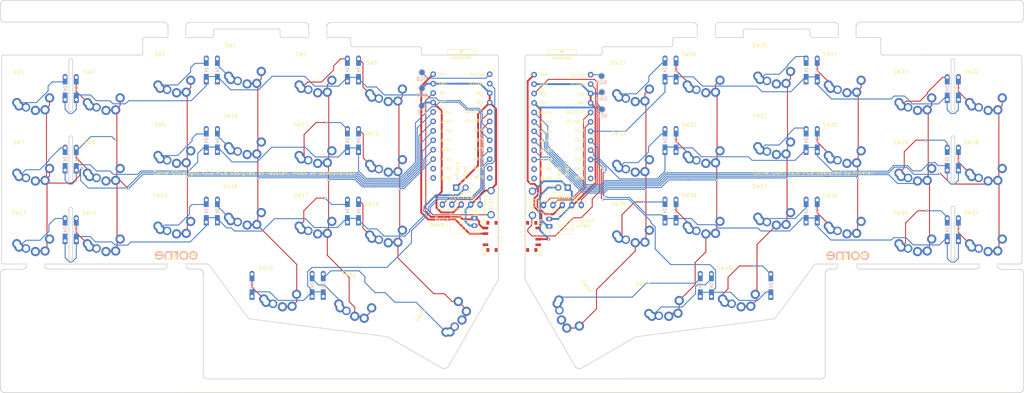
<source format=kicad_pcb>
(kicad_pcb (version 20211014) (generator pcbnew)
  (title_block (title "Corne Light") (date "2020-11-12") (rev "2.0") (company "foostan"))
  (layers (0 "F.Cu" signal) (31 "B.Cu" signal) (34 "B.Paste" user) (35 "F.Paste" user) (36 "B.SilkS" user "B.Silkscreen") (37 "F.SilkS" user "F.Silkscreen") (38 "B.Mask" user) (39 "F.Mask" user) (44 "Edge.Cuts" user))
  (net 0 "")
  (net 1 "row0")
  (net 2 "Net-(D1-Pad2)")
  (net 3 "row1")
  (net 4 "Net-(D2-Pad2)")
  (net 5 "row2")
  (net 6 "Net-(D3-Pad2)")
  (net 7 "row3")
  (net 8 "Net-(D4-Pad2)")
  (net 9 "Net-(D5-Pad2)")
  (net 10 "Net-(D6-Pad2)")
  (net 11 "Net-(D7-Pad2)")
  (net 12 "Net-(D8-Pad2)")
  (net 13 "Net-(D9-Pad2)")
  (net 14 "Net-(D10-Pad2)")
  (net 15 "Net-(D11-Pad2)")
  (net 16 "Net-(D12-Pad2)")
  (net 17 "Net-(D13-Pad2)")
  (net 18 "Net-(D14-Pad2)")
  (net 19 "Net-(D15-Pad2)")
  (net 20 "Net-(D16-Pad2)")
  (net 21 "Net-(D17-Pad2)")
  (net 22 "Net-(D18-Pad2)")
  (net 23 "Net-(D19-Pad2)")
  (net 24 "Net-(D20-Pad2)")
  (net 25 "Net-(D21-Pad2)")
  (net 26 "GND")
  (net 27 "VCC")
  (net 28 "col0")
  (net 29 "col1")
  (net 30 "col2")
  (net 31 "col3")
  (net 32 "col4")
  (net 33 "col5")
  (net 34 "reset")
  (net 35 "SCL")
  (net 36 "SDA")
  (net 37 "Net-(BATJ1-Pad2)")
  (net 38 "+BATT")
  (net 41 "Net-(D22-Pad2)")
  (net 42 "row0_r")
  (net 43 "Net-(D23-Pad2)")
  (net 44 "Net-(D24-Pad2)")
  (net 45 "Net-(D25-Pad2)")
  (net 46 "Net-(D26-Pad2)")
  (net 47 "Net-(D27-Pad2)")
  (net 48 "row1_r")
  (net 49 "Net-(D28-Pad2)")
  (net 50 "Net-(D29-Pad2)")
  (net 51 "Net-(D30-Pad2)")
  (net 52 "Net-(D31-Pad2)")
  (net 53 "Net-(D32-Pad2)")
  (net 54 "Net-(D33-Pad2)")
  (net 55 "row2_r")
  (net 56 "Net-(D34-Pad2)")
  (net 57 "Net-(D35-Pad2)")
  (net 58 "Net-(D36-Pad2)")
  (net 59 "Net-(D37-Pad2)")
  (net 60 "Net-(D38-Pad2)")
  (net 61 "Net-(D39-Pad2)")
  (net 62 "Net-(D40-Pad2)")
  (net 63 "row3_r")
  (net 64 "Net-(D41-Pad2)")
  (net 65 "Net-(D42-Pad2)")
  (net 66 "SDA_r")
  (net 67 "SCL_r")
  (net 68 "reset_r")
  (net 69 "col0_r")
  (net 70 "col1_r")
  (net 71 "col2_r")
  (net 72 "col3_r")
  (net 73 "col4_r")
  (net 74 "col5_r")
  (net 77 "CS")
  (net 78 "RGB")
  (net 80 "VDD")
  (net 81 "GNDA")
  (net 85 "CS_r")
  (net 86 "RGB_r")
  (net 87 "+BATTA")
  (net 88 "Net-(BATJ3-Pad2)")
  (footprint "kbd:ResetSW_1side" (layer "F.Cu") (at 156.0125 76.817432 -90)
    (fp_text reference "RSW2" hide)
    (fp_text value "SW_PUSH")
  )
  (footprint "gateron-ks27:gateron-ks27-choc-v1-mx" (layer "F.Cu") (at 278.684847 45.920432)
    (fp_text reference "SW22")
    (fp_text value "SW_PUSH")
  )
  (footprint "gateron-ks27:gateron-ks27-choc-v1-mx" (layer "F.Cu") (at 259.684847 45.920432)
    (fp_text reference "SW23")
    (fp_text value "SW_PUSH")
  )
  (footprint "gateron-ks27:gateron-ks27-choc-v1-mx" (layer "F.Cu") (at 240.684847 41.170432)
    (fp_text reference "SW24")
    (fp_text value "SW_PUSH")
  )
  (footprint "gateron-ks27:gateron-ks27-choc-v1-mx" (layer "F.Cu") (at 221.684847 38.795432)
    (fp_text reference "SW25")
    (fp_text value "SW_PUSH")
  )
  (footprint "gateron-ks27:gateron-ks27-choc-v1-mx" (layer "F.Cu") (at 202.684847 41.170432)
    (fp_text reference "SW26")
    (fp_text value "SW_PUSH")
  )
  (footprint "gateron-ks27:gateron-ks27-choc-v1-mx" (layer "F.Cu") (at 183.684847 43.545432)
    (fp_text reference "SW27")
    (fp_text value "SW_PUSH")
  )
  (footprint "gateron-ks27:gateron-ks27-choc-v1-mx" (layer "F.Cu") (at 278.684847 64.920432)
    (fp_text reference "SW28")
    (fp_text value "SW_PUSH")
  )
  (footprint "gateron-ks27:gateron-ks27-choc-v1-mx" (layer "F.Cu") (at 259.684847 64.920432)
    (fp_text reference "SW29")
    (fp_text value "SW_PUSH")
  )
  (footprint "gateron-ks27:gateron-ks27-choc-v1-mx" (layer "F.Cu") (at 240.684847 60.170432)
    (fp_text reference "SW30")
    (fp_text value "SW_PUSH")
  )
  (footprint "gateron-ks27:gateron-ks27-choc-v1-mx" (layer "F.Cu") (at 221.684847 57.795432)
    (fp_text reference "SW31")
    (fp_text value "SW_PUSH")
  )
  (footprint "gateron-ks27:gateron-ks27-choc-v1-mx" (layer "F.Cu") (at 202.684847 60.170432)
    (fp_text reference "SW32")
    (fp_text value "SW_PUSH")
  )
  (footprint "gateron-ks27:gateron-ks27-choc-v1-mx" (layer "F.Cu") (at 183.684847 62.545432)
    (fp_text reference "SW33")
    (fp_text value "SW_PUSH")
  )
  (footprint "gateron-ks27:gateron-ks27-choc-v1-mx" (layer "F.Cu") (at 278.684847 83.920432)
    (fp_text reference "SW34")
    (fp_text value "SW_PUSH")
  )
  (footprint "gateron-ks27:gateron-ks27-choc-v1-mx" (layer "F.Cu") (at 259.684847 83.920432)
    (fp_text reference "SW35")
    (fp_text value "SW_PUSH")
  )
  (footprint "gateron-ks27:gateron-ks27-choc-v1-mx" (layer "F.Cu") (at 240.684847 79.170432)
    (fp_text reference "SW36")
    (fp_text value "SW_PUSH")
  )
  (footprint "gateron-ks27:gateron-ks27-choc-v1-mx" (layer "F.Cu") (at 221.684847 76.795432)
    (fp_text reference "SW37")
    (fp_text value "SW_PUSH")
  )
  (footprint "gateron-ks27:gateron-ks27-choc-v1-mx" (layer "F.Cu") (at 202.684847 79.170432)
    (fp_text reference "SW38")
    (fp_text value "SW_PUSH")
  )
  (footprint "gateron-ks27:gateron-ks27-choc-v1-mx" (layer "F.Cu") (at 212.184847 98.795432)
    (fp_text reference "SW40")
    (fp_text value "SW_PUSH")
  )
  (footprint "gateron-ks27:gateron-ks27-choc-v1-mx" (layer "F.Cu") (at 191.184847 101.545432 15)
    (fp_text reference "SW41")
    (fp_text value "SW_PUSH")
  )
  (footprint "gateron-ks27:gateron-ks27-choc-v1-mx" (layer "F.Cu") (at 183.684847 81.545432)
    (fp_text reference "SW39")
    (fp_text value "SW_PUSH")
  )
  (footprint "kbd:ProMicro_v3" (layer "F.Cu") (at 136.8925 56.56)
    (fp_text reference "U1" hide)
    (fp_text value "ProMicro" hide)
  )
  (footprint "kbd:ProMicro_v3" (layer "F.Cu") (at 164.062847 56.686432)
    (fp_text reference "U2" hide)
    (fp_text value "ProMicro" hide)
  )
  (footprint "gateron-ks27:gateron-ks27-choc-v1-mx" (layer "F.Cu") (at 117.1875 43.545)
    (fp_text reference "SW6")
    (fp_text value "SW_PUSH")
  )
  (footprint "gateron-ks27:gateron-ks27-choc-v1-mx" (layer "F.Cu") (at 98.1875 41.17)
    (fp_text reference "SW5")
    (fp_text value "SW_PUSH")
  )
  (footprint "gateron-ks27:gateron-ks27-choc-v1-mx" (layer "F.Cu") (at 79.1875 38.795)
    (fp_text reference "SW4")
    (fp_text value "SW_PUSH")
  )
  (footprint "gateron-ks27:gateron-ks27-choc-v1-mx" (layer "F.Cu") (at 60.1875 41.17)
    (fp_text reference "SW3")
    (fp_text value "SW_PUSH")
  )
  (footprint "gateron-ks27:gateron-ks27-choc-v1-mx" (layer "F.Cu") (at 41.1875 45.92)
    (fp_text reference "SW2")
    (fp_text value "SW_PUSH")
  )
  (footprint "gateron-ks27:gateron-ks27-choc-v1-mx" (layer "F.Cu") (at 117.1875 81.545)
    (fp_text reference "SW18")
    (fp_text value "SW_PUSH")
  )
  (footprint "gateron-ks27:gateron-ks27-choc-v1-mx-1.5u" (layer "F.Cu") (at 131.9375 105.295 60)
    (fp_text reference "SW21")
    (fp_text value "SW_PUSH")
  )
  (footprint "gateron-ks27:gateron-ks27-choc-v1-mx" (layer "F.Cu") (at 22.1875 83.92)
    (fp_text reference "SW13")
    (fp_text value "SW_PUSH")
  )
  (footprint "gateron-ks27:gateron-ks27-choc-v1-mx" (layer "F.Cu") (at 109.6875 101.545 -15)
    (fp_text reference "SW20")
    (fp_text value "SW_PUSH")
  )
  (footprint "gateron-ks27:gateron-ks27-choc-v1-mx" (layer "F.Cu") (at 88.6875 98.795)
    (fp_text reference "SW19")
    (fp_text value "SW_PUSH")
  )
  (footprint "gateron-ks27:gateron-ks27-choc-v1-mx" (layer "F.Cu") (at 98.1875 79.17)
    (fp_text reference "SW17")
    (fp_text value "SW_PUSH")
  )
  (footprint "gateron-ks27:gateron-ks27-choc-v1-mx" (layer "F.Cu") (at 79.1875 76.795)
    (fp_text reference "SW16")
    (fp_text value "SW_PUSH")
  )
  (footprint "gateron-ks27:gateron-ks27-choc-v1-mx" (layer "F.Cu") (at 60.1875 79.17)
    (fp_text reference "SW15")
    (fp_text value "SW_PUSH")
  )
  (footprint "gateron-ks27:gateron-ks27-choc-v1-mx" (layer "F.Cu") (at 41.1875 83.92)
    (fp_text reference "SW14")
    (fp_text value "SW_PUSH")
  )
  (footprint "gateron-ks27:gateron-ks27-choc-v1-mx" (layer "F.Cu") (at 117.1875 62.545)
    (fp_text reference "SW12")
    (fp_text value "SW_PUSH")
  )
  (footprint "gateron-ks27:gateron-ks27-choc-v1-mx" (layer "F.Cu") (at 98.1875 60.17)
    (fp_text reference "SW11")
    (fp_text value "SW_PUSH")
  )
  (footprint "gateron-ks27:gateron-ks27-choc-v1-mx" (layer "F.Cu") (at 79.1875 57.795)
    (fp_text reference "SW10")
    (fp_text value "SW_PUSH")
  )
  (footprint "gateron-ks27:gateron-ks27-choc-v1-mx" (layer "F.Cu") (at 60.1875 60.17)
    (fp_text reference "SW9")
    (fp_text value "SW_PUSH")
  )
  (footprint "gateron-ks27:gateron-ks27-choc-v1-mx" (layer "F.Cu") (at 41.1875 64.92)
    (fp_text reference "SW8")
    (fp_text value "SW_PUSH")
  )
  (footprint "gateron-ks27:gateron-ks27-choc-v1-mx" (layer "F.Cu") (at 22.1875 64.92)
    (fp_text reference "SW7")
    (fp_text value "SW_PUSH")
  )
  (footprint "gateron-ks27:gateron-ks27-choc-v1-mx" (layer "F.Cu") (at 22.1875 45.92)
    (fp_text reference "SW1")
    (fp_text value "SW_PUSH")
  )
  (footprint "kbd:thread_m2" (layer "F.Cu") (at 156.330847 93.085432)
    (fp_text reference "Ref**" hide)
    (fp_text value "Val**" hide)
  )
  (footprint "kbd:thread_m2" (layer "F.Cu") (at 170.889847 84.542432)
    (fp_text reference "Ref**" hide)
    (fp_text value "Val**" hide)
  )
  (footprint "gateron-ks27:gateron-ks27-choc-v1-mx-1.5u" (layer "F.Cu") (at 168.934847 105.295432 -60)
    (fp_text reference "SW42")
    (fp_text value "SW_PUSH")
  )
  (footprint "nice_view:nice_view_1side" (layer "F.Cu") (at 131.7585 77.168)
    (fp_text reference "J2")
    (fp_text value "OLED" hide)
  )
  (footprint "kbd:ResetSW_1side" (layer "F.Cu") (at 144.8625 76.671 -90)
    (fp_text reference "RSW1" hide)
    (fp_text value "SW_PUSH")
  )
  (footprint "kbd:Breakaway_Tabs" (layer "F.Cu") (at 22.19625 93.38)
    (fp_text reference "J5")
    (fp_text value "Breakaway_Tabs")
  )
  (footprint "kbd:Breakaway_Tabs" (layer "F.Cu") (at 60.1845 93.38)
    (fp_text reference "J5")
    (fp_text value "Breakaway_Tabs")
  )
  (footprint "kbd:Breakaway_Tabs" (layer "F.Cu") (at 60.2875 31.97)
    (fp_text reference "J5")
    (fp_text value "Breakaway_Tabs")
  )
  (footprint "kbd:Breakaway_Tabs" (layer "F.Cu") (at 98.2575 31.97)
    (fp_text reference "J5")
    (fp_text value "Breakaway_Tabs")
  )
  (footprint "kbd:Breakaway_Tabs" (layer "F.Cu") (at 202.7775 31.98)
    (fp_text reference "J5")
    (fp_text value "Breakaway_Tabs")
  )
  (footprint "kbd:Breakaway_Tabs" (layer "F.Cu") (at 240.7975 31.97)
    (fp_text reference "J5")
    (fp_text value "Breakaway_Tabs")
  )
  (footprint "kbd:Breakaway_Tabs" (layer "F.Cu") (at 278.8275 93.39)
    (fp_text reference "J5")
    (fp_text value "Breakaway_Tabs")
  )
  (footprint "kbd:Breakaway_Tabs" (layer "F.Cu") (at 240.8275 93.39)
    (fp_text reference "J5")
    (fp_text value "Breakaway_Tabs")
  )
  (footprint "nice_view:nice_view_1side" (layer "F.Cu") (at 158.9875 77.31)
    (fp_text reference "J7")
    (fp_text value "OLED" hide)
  )
  (footprint "kbd:corne-logo-horizontal" (layer "F.Cu") (at 60.2175 90.93)
    (fp_text reference "G***" hide)
    (fp_text value "LOGO" hide)
  )
  (footprint "kbd:corne-logo-horizontal" (layer "F.Cu") (at 240.9975 91.01)
    (fp_text reference "G***" hide)
    (fp_text value "LOGO" hide)
  )
  (footprint "Button_Switch_SMD:SW_SPDT_PCM12" (layer "F.Cu") (at 156.1325 85.745 -90)
    (fp_text reference "PSW2" hide)
    (fp_text value "SW_SPST")
  )
  (footprint "Connector_JST:JST_PH_S2B-PH-K_1x02_P2.00mm_Horizontal" (layer "F.Cu") (at 160.5375 83.045 90)
    (fp_text reference "BATJ4" hide)
    (fp_text value "Conn_01x02_Female")
  )
  (footprint "Connector_PinHeader_2.54mm:PinHeader_1x02_P2.54mm_Vertical" (layer "F.Cu") (at 165.5125 72.595 -90)
    (fp_text reference "BATJ3")
    (fp_text value "Conn_01x02_Female")
  )
  (footprint "Connector_PinHeader_2.54mm:PinHeader_1x02_P2.54mm_Vertical" (layer "F.Cu") (at 135.4725 72.595 90)
    (fp_text reference "BATJ1")
    (fp_text value "Conn_01x02_Female")
  )
  (footprint "Button_Switch_SMD:SW_SPDT_PCM12" (layer "F.Cu") (at 144.7875 85.745 90)
    (fp_text reference "PSW1" hide)
    (fp_text value "SW_SPST")
  )
  (footprint "Connector_JST:JST_PH_S2B-PH-K_1x02_P2.00mm_Horizontal" (layer "F.Cu") (at 140.3875 80.845 -90)
    (fp_text reference "BATJ2" hide)
    (fp_text value "Conn_01x02_Female")
  )
  (footprint "kbd:D3_TH_SMD_v2" (layer "B.Cu") (at 270.684847 83.920432 90)
    (fp_text reference "D34" hide)
    (fp_text value "D" hide)
  )
  (footprint "kbd:D3_TH_SMD_v2" (layer "B.Cu") (at 232.684847 78.920432 90)
    (fp_text reference "D36" hide)
    (fp_text value "D" hide)
  )
  (footprint "kbd:D3_TH_SMD_v2" (layer "B.Cu") (at 229.684847 78.915432 90)
    (fp_text reference "D37" hide)
    (fp_text value "D" hide)
  )
  (footprint "kbd:D3_TH_SMD_v2" (layer "B.Cu") (at 194.684847 78.920432 90)
    (fp_text reference "D38" hide)
    (fp_text value "D" hide)
  )
  (footprint "kbd:D3_TH_SMD_v2" (layer "B.Cu") (at 191.684847 78.920432 90)
    (fp_text reference "D39" hide)
    (fp_text value "D" hide)
  )
  (footprint "kbd:D3_TH_SMD_v2" (layer "B.Cu") (at 220.184847 98.930432 90)
    (fp_text reference "D40" hide)
    (fp_text value "D" hide)
  )
  (footprint "kbd:D3_TH_SMD_v2" (layer "B.Cu") (at 204.194847 98.915432 90)
    (fp_text reference "D41" hide)
    (fp_text value "D" hide)
  )
  (footprint "kbd:D3_TH_SMD_v2" (layer "B.Cu") (at 201.194847 98.915432 90)
    (fp_text reference "D42" hide)
    (fp_text value "D" hide)
  )
  (footprint "kbd:D3_TH_SMD_v2" (layer "B.Cu") (at 270.684847 45.920432 90)
    (fp_text reference "D22" hide)
    (fp_text value "D" hide)
  )
  (footprint "kbd:D3_TH_SMD_v2" (layer "B.Cu") (at 267.684847 45.920432 90)
    (fp_text reference "D23" hide)
    (fp_text value "D" hide)
  )
  (footprint "kbd:D3_TH_SMD_v2" (layer "B.Cu") (at 232.684847 40.920432 90)
    (fp_text reference "D24" hide)
    (fp_text value "D" hide)
  )
  (footprint "kbd:D3_TH_SMD_v2" (layer "B.Cu") (at 229.684847 40.915432 90)
    (fp_text reference "D25" hide)
    (fp_text value "D" hide)
  )
  (footprint "kbd:D3_TH_SMD_v2" (layer "B.Cu") (at 194.684847 40.920432 90)
    (fp_text reference "D26" hide)
    (fp_text value "D" hide)
  )
  (footprint "kbd:D3_TH_SMD_v2" (layer "B.Cu") (at 191.684847 40.920432 90)
    (fp_text reference "D27" hide)
    (fp_text value "D" hide)
  )
  (footprint "kbd:D3_TH_SMD_v2" (layer "B.Cu") (at 270.684847 64.920432 90)
    (fp_text reference "D28" hide)
    (fp_text value "D" hide)
  )
  (footprint "kbd:D3_TH_SMD_v2" (layer "B.Cu") (at 267.684847 64.920432 90)
    (fp_text reference "D29" hide)
    (fp_text value "D" hide)
  )
  (footprint "kbd:D3_TH_SMD_v2" (layer "B.Cu") (at 232.684847 59.920432 90)
    (fp_text reference "D30" hide)
    (fp_text value "D" hide)
  )
  (footprint "kbd:D3_TH_SMD_v2" (layer "B.Cu") (at 229.684847 59.915432 90)
    (fp_text reference "D31" hide)
    (fp_text value "D" hide)
  )
  (footprint "kbd:D3_TH_SMD_v2" (layer "B.Cu") (at 194.684847 59.920432 90)
    (fp_text reference "D32" hide)
    (fp_text value "D" hide)
  )
  (footprint "kbd:D3_TH_SMD_v2" (layer "B.Cu") (at 33.1875 83.92 90)
    (fp_text reference "D14" hide)
    (fp_text value "D" hide)
  )
  (footprint "kbd:D3_TH_SMD_v2" (layer "B.Cu") (at 33.1875 64.92 90)
    (fp_text reference "D8" hide)
    (fp_text value "D" hide)
  )
  (footprint "kbd:D3_TH_SMD_v2" (layer "B.Cu") (at 33.1875 45.92 90)
    (fp_text reference "D2" hide)
    (fp_text value "D" hide)
  )
  (footprint "kbd:D3_TH_SMD_v2" (layer "B.Cu") (at 191.684847 59.920432 90)
    (fp_text reference "D33" hide)
    (fp_text value "D" hide)
  )
  (footprint "kbd:D3_TH_SMD_v2" (layer "B.Cu") (at 99.6875 98.905 90)
    (fp_text reference "D21" hide)
    (fp_text value "D" hide)
  )
  (footprint "kbd:D3_TH_SMD_v2" (layer "B.Cu") (at 96.6875 98.905 90)
    (fp_text reference "D20" hide)
    (fp_text value "D" hide)
  )
  (footprint "kbd:D3_TH_SMD_v2" (layer "B.Cu") (at 80.5075 98.91 90)
    (fp_text reference "D19" hide)
    (fp_text value "D" hide)
  )
  (footprint "kbd:D3_TH_SMD_v2" (layer "B.Cu") (at 109.1875 78.92 90)
    (fp_text reference "D18" hide)
    (fp_text value "D" hide)
  )
  (footprint "kbd:D3_TH_SMD_v2" (layer "B.Cu") (at 106.1875 78.92 90)
    (fp_text reference "D17" hide)
    (fp_text value "D" hide)
  )
  (footprint "kbd:D3_TH_SMD_v2" (layer "B.Cu") (at 71.1875 78.915 90)
    (fp_text reference "D16" hide)
    (fp_text value "D" hide)
  )
  (footprint "kbd:D3_TH_SMD_v2" (layer "B.Cu") (at 68.1875 78.92 90)
    (fp_text reference "D15" hide)
    (fp_text value "D" hide)
  )
  (footprint "kbd:D3_TH_SMD_v2" (layer "B.Cu") (at 30.1875 83.916875 90)
    (fp_text reference "D13" hide)
    (fp_text value "D" hide)
  )
  (footprint "kbd:D3_TH_SMD_v2" (layer "B.Cu") (at 109.1875 59.92 90)
    (fp_text reference "D12" hide)
    (fp_text value "D" hide)
  )
  (footprint "kbd:D3_TH_SMD_v2" (layer "B.Cu") (at 106.1875 59.92 90)
    (fp_text reference "D11" hide)
    (fp_text value "D" hide)
  )
  (footprint "kbd:D3_TH_SMD_v2" (layer "B.Cu") (at 71.1875 59.915 90)
    (fp_text reference "D10" hide)
    (fp_text value "D" hide)
  )
  (footprint "kbd:D3_TH_SMD_v2" (layer "B.Cu") (at 68.1875 59.92 90)
    (fp_text reference "D9" hide)
    (fp_text value "D" hide)
  )
  (footprint "kbd:D3_TH_SMD_v2" (layer "B.Cu") (at 30.1875 64.916875 90)
    (fp_text reference "D7" hide)
    (fp_text value "D" hide)
  )
  (footprint "kbd:D3_TH_SMD_v2" (layer "B.Cu") (at 109.1875 40.92 90)
    (fp_text reference "D6" hide)
    (fp_text value "D" hide)
  )
  (footprint "kbd:D3_TH_SMD_v2" (layer "B.Cu") (at 106.1875 40.92 90)
    (fp_text reference "D5" hide)
    (fp_text value "D" hide)
  )
  (footprint "kbd:D3_TH_SMD_v2" (layer "B.Cu") (at 71.1875 40.915 90)
    (fp_text reference "D4" hide)
    (fp_text value "D" hide)
  )
  (footprint "kbd:D3_TH_SMD_v2" (layer "B.Cu") (at 68.1875 40.92 90)
    (fp_text reference "D3" hide)
    (fp_text value "D" hide)
  )
  (footprint "kbd:D3_TH_SMD_v2" (layer "B.Cu") (at 30.1875 45.916875 90)
    (fp_text reference "D1" hide)
    (fp_text value "D" hide)
  )
  (footprint "kbd:D3_TH_SMD_v2" (layer "B.Cu") (at 267.684847 83.920432 90)
    (fp_text reference "D35" hide)
    (fp_text value "D" hide)
  )
  (footprint "kbd:spacer_m2" (layer "B.Cu") (at 31.6955 74.4205 180)
    (fp_text reference "Ref**" hide)
    (fp_text value "Val**" hide)
  )
  (footprint "kbd:spacer_m2" (layer "B.Cu") (at 107.6505 51.9305 180)
    (fp_text reference "Ref**" hide)
    (fp_text value "Val**" hide)
  )
  (footprint "kbd:spacer_m2" (layer "B.Cu") (at 31.6955 55.4205 180)
    (fp_text reference "Ref**" hide)
    (fp_text value "Val**" hide)
  )
  (footprint "kbd:spacer_m2" (layer "B.Cu") (at 74.8395 91.6855 180)
    (fp_text reference "Ref**" hide)
    (fp_text value "Val**" hide)
  )
  (footprint "kbd:spacer_m2" (layer "B.Cu") (at 121.4055 99.3 180)
    (fp_text reference "Ref**" hide)
    (fp_text value "Val**" hide)
  )
  (footprint "kbd:thread_m2" (layer "B.Cu") (at 129.9445 84.419 180)
    (fp_text reference "Ref**" hide)
    (fp_text value "Val**" hide)
  )
  (footprint "kbd:thread_m2" (layer "B.Cu") (at 144.3765 92.94 180)
    (fp_text reference "Ref**" hide)
    (fp_text value "Val**" hide)
  )
  (footprint "kbd:spacer_m2" (layer "B.Cu") (at 193.235847 51.936932 180)
    (fp_text reference "Ref**" hide)
    (fp_text value "Val**" hide)
  )
  (footprint "kbd:spacer_m2" (layer "B.Cu") (at 179.485847 99.446932 180)
    (fp_text reference "Ref**" hide)
    (fp_text value "Val**" hide)
  )
  (footprint "kbd:spacer_m2" (layer "B.Cu") (at 226.055847 91.696932 180)
    (fp_text reference "Ref**" hide)
    (fp_text value "Val**" hide)
  )
  (footprint "kbd:spacer_m2" (layer "B.Cu") (at 269.195847 55.426932 180)
    (fp_text reference "Ref**" hide)
    (fp_text value "Val**" hide)
  )
  (footprint "kbd:spacer_m2" (layer "B.Cu") (at 269.195847 74.426932 180)
    (fp_text reference "Ref**" hide)
    (fp_text value "Val**" hide)
  )
  (footprint "kbd:corne-logo-horizontal" (layer "B.Cu") (at 59.9875 90.93 180)
    (fp_text reference "G***" hide)
    (fp_text value "LOGO" hide)
  )
  (footprint "kbd:corne-logo-horizontal" (layer "B.Cu") (at 240.7675 91.01 180)
    (fp_text reference "G***" hide)
    (fp_text value "LOGO" hide)
  )
  (footprint "kbd:spacer_m2" (layer "B.Cu") (at 50.7125 74.445 180)
    (fp_text reference "Ref**" hide)
    (fp_text value "Val**" hide)
  )
  (footprint "kbd:spacer_m2" (layer "B.Cu") (at 50.7125 55.445 180)
    (fp_text reference "Ref**" hide)
    (fp_text value "Val**" hide)
  )
  (footprint "kbd:spacer_m2" (layer "B.Cu") (at 250.2125 74.426932 180)
    (fp_text reference "Ref**" hide)
    (fp_text value "Val**" hide)
  )
  (footprint "kbd:spacer_m2" (layer "B.Cu") (at 250.2125 55.426932 180)
    (fp_text reference "Ref**" hide)
    (fp_text value "Val**" hide)
  )
  (footprint "TestPoint:TestPoint_Pad_D1.5mm" (layer "B.Cu") (at 126.2375 50.545 180)
    (fp_text reference "TP2")
    (fp_text value "VCC")
  )
  (footprint "TestPoint:TestPoint_Pad_D1.5mm" (layer "B.Cu") (at 174.7625 51.545 180)
    (fp_text reference "TP5")
    (fp_text value "VCC")
  )
  (footprint "TestPoint:TestPoint_Pad_D1.5mm" (layer "B.Cu") (at 174.6125 42.595 180)
    (fp_text reference "TP4")
    (fp_text value "RGB")
  )
  (footprint "TestPoint:TestPoint_Pad_D1.5mm" (layer "B.Cu") (at 174.6875 46.92 180)
    (fp_text reference "TP6")
    (fp_text value "GND")
  )
  (footprint "TestPoint:TestPoint_Pad_D1.5mm" (layer "B.Cu") (at 126.2625 41.595 180)
    (fp_text reference "TP1")
    (fp_text value "RGB")
  )
  (footprint "TestPoint:TestPoint_Pad_D1.5mm" (layer "B.Cu") (at 126.2625 45.92 180)
    (fp_text reference "TP3")
    (fp_text value "GND")
  )
  (gr_line (start 31.1975 51.66) (end 31.1975 38.41) (layer "Edge.Cuts") (width 0.2))
  (gr_line (start 32.1975 59.16) (end 32.1975 70.66) (layer "Edge.Cuts") (width 0.2))
  (gr_line (start 31.47875 37.94125) (end 31.6975 37.91) (layer "Edge.Cuts") (width 0.2))
  (gr_line (start 31.885 37.94125) (end 31.6975 37.91) (layer "Edge.Cuts") (width 0.2))
  (gr_line (start 31.22875 38.2225) (end 31.3225 38.035) (layer "Edge.Cuts") (width 0.2))
  (gr_line (start 31.22875 38.2225) (end 31.1975 38.41) (layer "Edge.Cuts") (width 0.2))
  (gr_line (start 32.16625 38.2225) (end 32.0725 38.035) (layer "Edge.Cuts") (width 0.2))
  (gr_line (start 32.1975 38.41) (end 32.16625 38.2225) (layer "Edge.Cuts") (width 0.2))
  (gr_line (start 31.51 52.12875) (end 31.6975 52.16) (layer "Edge.Cuts") (width 0.2))
  (gr_line (start 31.22875 51.8475) (end 31.3225 52.035) (layer "Edge.Cuts") (width 0.2))
  (gr_line (start 31.1975 51.66) (end 31.22875 51.8475) (layer "Edge.Cuts") (width 0.2))
  (gr_line (start 32.16625 51.8475) (end 32.1975 51.66) (layer "Edge.Cuts") (width 0.2))
  (gr_line (start 31.91625 52.12875) (end 32.0725 52.035) (layer "Edge.Cuts") (width 0.2))
  (gr_line (start 32.16625 51.8475) (end 32.0725 52.035) (layer "Edge.Cuts") (width 0.2))
  (gr_line (start 31.91625 52.12875) (end 31.6975 52.16) (layer "Edge.Cuts") (width 0.2))
  (gr_line (start 31.3225 52.035) (end 31.51 52.12875) (layer "Edge.Cuts") (width 0.2))
  (gr_line (start 31.885 58.69125) (end 31.6975 58.66) (layer "Edge.Cuts") (width 0.2))
  (gr_line (start 32.16625 58.9725) (end 32.0725 58.785) (layer "Edge.Cuts") (width 0.2))
  (gr_line (start 32.1975 59.16) (end 32.16625 58.9725) (layer "Edge.Cuts") (width 0.2))
  (gr_line (start 31.22875 58.9725) (end 31.1975 59.16) (layer "Edge.Cuts") (width 0.2))
  (gr_line (start 31.47875 58.69125) (end 31.3225 58.785) (layer "Edge.Cuts") (width 0.2))
  (gr_line (start 31.22875 58.9725) (end 31.3225 58.785) (layer "Edge.Cuts") (width 0.2))
  (gr_line (start 31.47875 58.69125) (end 31.6975 58.66) (layer "Edge.Cuts") (width 0.2))
  (gr_line (start 32.0725 58.785) (end 31.885 58.69125) (layer "Edge.Cuts") (width 0.2))
  (gr_line (start 31.51 71.12875) (end 31.6975 71.16) (layer "Edge.Cuts") (width 0.2))
  (gr_line (start 32.16625 70.8475) (end 32.1975 70.66) (layer "Edge.Cuts") (width 0.2))
  (gr_line (start 32.16625 70.8475) (end 32.0725 71.035) (layer "Edge.Cuts") (width 0.2))
  (gr_line (start 31.22875 70.8475) (end 31.3225 71.035) (layer "Edge.Cuts") (width 0.2))
  (gr_line (start 31.91625 71.12875) (end 32.0725 71.035) (layer "Edge.Cuts") (width 0.2))
  (gr_line (start 31.3225 71.035) (end 31.51 71.12875) (layer "Edge.Cuts") (width 0.2))
  (gr_line (start 31.91625 71.12875) (end 31.6975 71.16) (layer "Edge.Cuts") (width 0.2))
  (gr_line (start 31.1975 70.66) (end 31.22875 70.8475) (layer "Edge.Cuts") (width 0.2))
  (gr_line (start 31.47875 77.94125) (end 31.3225 78.035) (layer "Edge.Cuts") (width 0.2))
  (gr_line (start 31.22875 78.2225) (end 31.3225 78.035) (layer "Edge.Cuts") (width 0.2))
  (gr_line (start 32.16625 78.2225) (end 32.0725 78.035) (layer "Edge.Cuts") (width 0.2))
  (gr_line (start 31.885 77.94125) (end 31.6975 77.91) (layer "Edge.Cuts") (width 0.2))
  (gr_line (start 32.0725 78.035) (end 31.885 77.94125) (layer "Edge.Cuts") (width 0.2))
  (gr_line (start 31.22875 78.2225) (end 31.1975 78.41) (layer "Edge.Cuts") (width 0.2))
  (gr_line (start 32.1975 78.41) (end 32.16625 78.2225) (layer "Edge.Cuts") (width 0.2))
  (gr_line (start 31.47875 77.94125) (end 31.6975 77.91) (layer "Edge.Cuts") (width 0.2))
  (gr_line (start 32.16625 91.8475) (end 32.1975 91.66) (layer "Edge.Cuts") (width 0.2))
  (gr_line (start 31.91625 92.12875) (end 32.0725 92.035) (layer "Edge.Cuts") (width 0.2))
  (gr_line (start 31.91625 92.12875) (end 31.6975 92.16) (layer "Edge.Cuts") (width 0.2))
  (gr_line (start 32.16625 91.8475) (end 32.0725 92.035) (layer "Edge.Cuts") (width 0.2))
  (gr_line (start 31.1975 91.66) (end 31.22875 91.8475) (layer "Edge.Cuts") (width 0.2))
  (gr_line (start 31.22875 91.8475) (end 31.3225 92.035) (layer "Edge.Cuts") (width 0.2))
  (gr_line (start 31.51 92.12875) (end 31.6975 92.16) (layer "Edge.Cuts") (width 0.2))
  (gr_line (start 31.3225 92.035) (end 31.51 92.12875) (layer "Edge.Cuts") (width 0.2))
  (gr_line (start 269.385 37.94125) (end 269.1975 37.91) (layer "Edge.Cuts") (width 0.2))
  (gr_line (start 269.66625 38.2225) (end 269.5725 38.035) (layer "Edge.Cuts") (width 0.2))
  (gr_line (start 269.6975 38.41) (end 269.66625 38.2225) (layer "Edge.Cuts") (width 0.2))
  (gr_line (start 268.72875 38.2225) (end 268.6975 38.41) (layer "Edge.Cuts") (width 0.2))
  (gr_line (start 268.97875 37.94125) (end 268.8225 38.035) (layer "Edge.Cuts") (width 0.2))
  (gr_line (start 268.72875 38.2225) (end 268.8225 38.035) (layer "Edge.Cuts") (width 0.2))
  (gr_line (start 268.97875 37.94125) (end 269.1975 37.91) (layer "Edge.Cuts") (width 0.2))
  (gr_line (start 269.5725 38.035) (end 269.385 37.94125) (layer "Edge.Cuts") (width 0.2))
  (gr_line (start 269.66625 51.8475) (end 269.5725 52.035) (layer "Edge.Cuts") (width 0.2))
  (gr_line (start 269.41625 52.12875) (end 269.5725 52.035) (layer "Edge.Cuts") (width 0.2))
  (gr_line (start 268.72875 51.8475) (end 268.8225 52.035) (layer "Edge.Cuts") (width 0.2))
  (gr_line (start 269.01 52.12875) (end 269.1975 52.16) (layer "Edge.Cuts") (width 0.2))
  (gr_line (start 269.41625 52.12875) (end 269.1975 52.16) (layer "Edge.Cuts") (width 0.2))
  (gr_line (start 269.66625 51.8475) (end 269.6975 51.66) (layer "Edge.Cuts") (width 0.2))
  (gr_line (start 268.8225 52.035) (end 269.01 52.12875) (layer "Edge.Cuts") (width 0.2))
  (gr_line (start 268.6975 51.66) (end 268.72875 51.8475) (layer "Edge.Cuts") (width 0.2))
  (gr_line (start 268.97875 58.69125) (end 269.1975 58.66) (layer "Edge.Cuts") (width 0.2))
  (gr_line (start 268.72875 58.9725) (end 268.6975 59.16) (layer "Edge.Cuts") (width 0.2))
  (gr_line (start 269.5725 58.785) (end 269.385 58.69125) (layer "Edge.Cuts") (width 0.2))
  (gr_line (start 269.66625 58.9725) (end 269.5725 58.785) (layer "Edge.Cuts") (width 0.2))
  (gr_line (start 269.385 58.69125) (end 269.1975 58.66) (layer "Edge.Cuts") (width 0.2))
  (gr_line (start 268.97875 58.69125) (end 268.8225 58.785) (layer "Edge.Cuts") (width 0.2))
  (gr_line (start 268.72875 58.9725) (end 268.8225 58.785) (layer "Edge.Cuts") (width 0.2))
  (gr_line (start 269.6975 59.16) (end 269.66625 58.9725) (layer "Edge.Cuts") (width 0.2))
  (gr_line (start 269.41625 71.12875) (end 269.1975 71.16) (layer "Edge.Cuts") (width 0.2))
  (gr_line (start 269.66625 70.8475) (end 269.6975 70.66) (layer "Edge.Cuts") (width 0.2))
  (gr_line (start 268.6975 70.66) (end 268.72875 70.8475) (layer "Edge.Cuts") (width 0.2))
  (gr_line (start 269.41625 71.12875) (end 269.5725 71.035) (layer "Edge.Cuts") (width 0.2))
  (gr_line (start 269.01 71.12875) (end 269.1975 71.16) (layer "Edge.Cuts") (width 0.2))
  (gr_line (start 269.66625 70.8475) (end 269.5725 71.035) (layer "Edge.Cuts") (width 0.2))
  (gr_line (start 268.8225 71.035) (end 269.01 71.12875) (layer "Edge.Cuts") (width 0.2))
  (gr_line (start 268.72875 70.8475) (end 268.8225 71.035) (layer "Edge.Cuts") (width 0.2))
  (gr_line (start 269.66625 77.9725) (end 269.5725 77.785) (layer "Edge.Cuts") (width 0.2))
  (gr_line (start 268.72875 77.9725) (end 268.8225 77.785) (layer "Edge.Cuts") (width 0.2))
  (gr_line (start 269.5725 77.785) (end 269.385 77.69125) (layer "Edge.Cuts") (width 0.2))
  (gr_line (start 268.72875 77.9725) (end 268.6975 78.16) (layer "Edge.Cuts") (width 0.2))
  (gr_line (start 268.97875 77.69125) (end 268.8225 77.785) (layer "Edge.Cuts") (width 0.2))
  (gr_line (start 269.385 77.69125) (end 269.1975 77.66) (layer "Edge.Cuts") (width 0.2))
  (gr_line (start 269.6975 78.16) (end 269.66625 77.9725) (layer "Edge.Cuts") (width 0.2))
  (gr_line (start 268.97875 77.69125) (end 269.1975 77.66) (layer "Edge.Cuts") (width 0.2))
  (gr_line (start 268.6975 91.66) (end 268.72875 91.8475) (layer "Edge.Cuts") (width 0.2))
  (gr_line (start 269.41625 92.12875) (end 269.1975 92.16) (layer "Edge.Cuts") (width 0.2))
  (gr_line (start 269.01 92.12875) (end 269.1975 92.16) (layer "Edge.Cuts") (width 0.2))
  (gr_line (start 269.66625 91.8475) (end 269.5725 92.035) (layer "Edge.Cuts") (width 0.2))
  (gr_line (start 268.8225 92.035) (end 269.01 92.12875) (layer "Edge.Cuts") (width 0.2))
  (gr_line (start 268.72875 91.8475) (end 268.8225 92.035) (layer "Edge.Cuts") (width 0.2))
  (gr_line (start 269.66625 91.8475) (end 269.6975 91.66) (layer "Edge.Cuts") (width 0.2))
  (gr_line (start 269.41625 92.12875) (end 269.5725 92.035) (layer "Edge.Cuts") (width 0.2))
  (gr_line (start 287.761114 27.841367) (end 287.933833 27.699127) (layer "Edge.Cuts") (width 0.2))
  (gr_line (start 19.674538 94.092121) (end 19.671998 94.094661) (layer "Edge.Cuts") (width 0.2))
  (gr_line (start 57.853241 29.027545) (end 57.855781 29.027545) (layer "Edge.Cuts") (width 0.2))
  (gr_line (start 237.248183 28.136006) (end 206.377054 28.136006) (layer "Edge.Cuts") (width 0.2))
  (gr_line (start 57.782121 28.798946) (end 57.782121 28.798946) (layer "Edge.Cuts") (width 0.2))
  (gr_line (start 13.283905 37.031077) (end 13.184845 37.132677) (layer "Edge.Cuts") (width 0.2))
  (gr_line (start 57.784661 28.801486) (end 57.787201 28.806566) (layer "Edge.Cuts") (width 0.2))
  (gr_line (start 95.445203 28.473826) (end 95.272484 28.334126) (layer "Edge.Cuts") (width 0.2))
  (gr_line (start 62.630976 93.406322) (end 62.630976 93.411402) (layer "Edge.Cuts") (width 0.2))
  (gr_line (start 243.161298 29.037705) (end 243.161298 29.037705) (layer "Edge.Cuts") (width 0.2))
  (gr_line (start 234.804706 123.167472) (end 234.825026 122.943953) (layer "Edge.Cuts") (width 0.2))
  (gr_line (start 12.946085 22.715652) (end 12.841945 22.911231) (layer "Edge.Cuts") (width 0.2))
  (gr_line (start 18.653459 94.643301) (end 18.650919 94.643301) (layer "Edge.Cuts") (width 0.2))
  (gr_line (start 88.185891 31.981562) (end 88.284951 32.080622) (layer "Edge.Cuts") (width 0.2))
  (gr_line (start 18.645839 94.643301) (end 13.893504 94.643301) (layer "Edge.Cuts") (width 0.2))
  (gr_line (start 57.279201 94.348661) (end 57.449381 94.208961) (layer "Edge.Cuts") (width 0.2))
  (gr_line (start 18.892219 94.617901) (end 18.887139 94.617901) (layer "Edge.Cuts") (width 0.2))
  (gr_line (start 79.481319 107.782708) (end 79.595619 107.869068) (layer "Edge.Cuts") (width 0.2))
  (gr_line (start 234.825026 95.768519) (end 234.825026 95.768519) (layer "Edge.Cuts") (width 0.2))
  (gr_line (start 107.113952 34.35138) (end 107.185072 34.48092) (layer "Edge.Cuts") (width 0.2))
  (gr_line (start 19.875198 93.180262) (end 19.880278 93.408862) (layer "Edge.Cuts") (width 0.2))
  (gr_line (start 66.616232 94.638221) (end 66.618772 94.638221) (layer "Edge.Cuts") (width 0.2))
  (gr_line (start 19.857418 93.642542) (end 19.857418 93.642542) (layer "Edge.Cuts") (width 0.2))
  (gr_line (start 231.274109 32.184762) (end 238.386102 32.184762) (layer "Edge.Cuts") (width 0.2))
  (gr_line (start 287.756034 94.82618) (end 287.557914 94.72204) (layer "Edge.Cuts") (width 0.2))
  (gr_line (start 94.863544 28.166486) (end 94.640024 28.143626) (layer "Edge.Cuts") (width 0.2))
  (gr_line (start 249.673851 32.387962) (end 249.744971 32.520042) (layer "Edge.Cuts") (width 0.2))
  (gr_line (start 169.40485 121.097374) (end 169.277851 121.173574) (layer "Edge.Cuts") (width 0.2))
  (gr_line (start 67.281711 95.29862) (end 67.284251 95.30116) (layer "Edge.Cuts") (width 0.2))
  (gr_line (start 205.935094 28.224906) (end 205.739515 28.329046) (layer "Edge.Cuts") (width 0.2))
  (gr_line (start 243.161298 29.037705) (end 243.161298 29.037705) (layer "Edge.Cuts") (width 0.2))
  (gr_line (start 101.769797 28.143626) (end 101.762177 28.143626) (layer "Edge.Cuts") (width 0.2))
  (gr_line (start 13.184845 37.132677) (end 13.113725 37.262217) (layer "Edge.Cuts") (width 0.2))
  (gr_line (start 234.847886 95.53484) (end 234.850426 95.5323) (layer "Edge.Cuts") (width 0.2))
  (gr_line (start 19.128439 94.544241) (end 19.128439 94.544241) (layer "Edge.Cuts") (width 0.2))
  (gr_line (start 236.051845 94.534081) (end 236.051845 94.534081) (layer "Edge.Cuts") (width 0.2))
  (gr_line (start 237.685063 28.222366) (end 237.471703 28.156326) (layer "Edge.Cuts") (width 0.2))
  (gr_line (start 288.238633 95.545) (end 288.172593 95.33164) (layer "Edge.Cuts") (width 0.2))
  (gr_line (start 243.161298 29.037705) (end 243.161298 29.032625) (layer "Edge.Cuts") (width 0.2))
  (gr_line (start 243.240037 93.396162) (end 243.240037 93.403782) (layer "Edge.Cuts") (width 0.2))
  (gr_line (start 221.114119 107.930027) (end 221.022679 107.937647) (layer "Edge.Cuts") (width 0.2))
  (gr_line (start 70.113808 30.261984) (end 70.085868 30.429624) (layer "Edge.Cuts") (width 0.2))
  (gr_line (start 230.87279 31.986642) (end 230.80167 31.854563) (layer "Edge.Cuts") (width 0.2))
  (gr_line (start 281.35016 94.089581) (end 281.34762 94.084501) (layer "Edge.Cuts") (width 0.2))
  (gr_line (start 234.494826 123.749132) (end 234.637066 123.576412) (layer "Edge.Cuts") (width 0.2))
  (gr_line (start 287.273434 36.937098) (end 287.443614 36.967578) (layer "Edge.Cuts") (width 0.2))
  (gr_line (start 50.886027 36.830418) (end 50.985087 36.728818) (layer "Edge.Cuts") (width 0.2))
  (gr_line (start 95.272484 28.334126) (end 95.076904 28.229986) (layer "Edge.Cuts") (width 0.2))
  (gr_line (start 235.376205 94.7449) (end 235.579405 94.633141) (layer "Edge.Cuts") (width 0.2))
  (gr_line (start 169.277851 121.173574) (end 169.140691 121.237074) (layer "Edge.Cuts") (width 0.2))
  (gr_line (start 282.140099 94.612821) (end 282.140099 94.612821) (layer "Edge.Cuts") (width 0.2))
  (gr_line (start 12.778445 126.886029) (end 12.844485 127.096849) (layer "Edge.Cuts") (width 0.2))
  (gr_line (start 146.735373 97.500798) (end 146.783633 97.343318) (layer "Edge.Cuts") (width 0.2))
  (gr_line (start 174.274026 36.937098) (end 174.274026 36.937098) (layer "Edge.Cuts") (width 0.2))
  (gr_line (start 276.300645 93.830501) (end 276.366685 93.617142) (layer "Edge.Cuts") (width 0.2))
  (gr_line (start 287.926213 94.96588) (end 287.756034 94.82618) (layer "Edge.Cuts") (width 0.2))
  (gr_line (start 57.512881 28.400166) (end 57.512881 28.400166) (layer "Edge.Cuts") (width 0.2))
  (gr_line (start 63.768895 28.143626) (end 63.763815 28.143626) (layer "Edge.Cuts") (width 0.2))
  (gr_line (start 125.584814 34.67904) (end 107.583851 34.67904) (layer "Edge.Cuts") (width 0.2))
  (gr_line (start 24.718973 93.848281) (end 24.825653 94.041321) (layer "Edge.Cuts") (width 0.2))
  (gr_line (start 200.38774 29.266305) (end 200.36488 29.042785) (layer "Edge.Cuts") (width 0.2))
  (gr_line (start 234.847886 95.53738) (end 234.847886 95.53484) (layer "Edge.Cuts") (width 0.2))
  (gr_line (start 244.129037 28.059806) (end 244.131577 28.059806) (layer "Edge.Cuts") (width 0.2))
  (gr_line (start 276.387005 93.396162) (end 276.394625 93.185342) (layer "Edge.Cuts") (width 0.2))
  (gr_line (start 63.326935 28.232526) (end 63.131355 28.339206) (layer "Edge.Cuts") (width 0.2))
  (gr_line (start 19.524678 94.275001) (end 19.524678 94.275001) (layer "Edge.Cuts") (width 0.2))
  (gr_line (start 95.785563 32.179682) (end 95.780483 29.281545) (layer "Edge.Cuts") (width 0.2))
  (gr_line (start 194.273966 32.184762) (end 200.39536 32.184762) (layer "Edge.Cuts") (width 0.2))
  (gr_line (start 235.371125 94.74744) (end 235.376205 94.7449) (layer "Edge.Cuts") (width 0.2))
  (gr_line (start 244.362716 28.034406) (end 244.365256 28.034406) (layer "Edge.Cuts") (width 0.2))
  (gr_line (start 13.258505 94.83888) (end 13.085785 94.98112) (layer "Edge.Cuts") (width 0.2))
  (gr_line (start 234.825026 95.768519) (end 234.847886 95.53738) (layer "Edge.Cuts") (width 0.2))
  (gr_line (start 199.68416 28.222366) (end 199.470801 28.156326) (layer "Edge.Cuts") (width 0.2))
  (gr_line (start 95.780483 29.276465) (end 95.757623 29.052945) (layer "Edge.Cuts") (width 0.2))
  (gr_line (start 18.897299 94.617901) (end 18.892219 94.617901) (layer "Edge.Cuts") (width 0.2))
  (gr_line (start 116.664342 112.720463) (end 116.504323 112.700143) (layer "Edge.Cuts") (width 0.2))
  (gr_line (start 18.897299 94.617901) (end 18.897299 94.617901) (layer "Edge.Cuts") (width 0.2))
  (gr_line (start 231.274109 32.184762) (end 231.103929 32.156822) (layer "Edge.Cuts") (width 0.2))
  (gr_line (start 287.565534 27.945506) (end 287.761114 27.841367) (layer "Edge.Cuts") (width 0.2))
  (gr_line (start 238.388642 93.396162) (end 238.396262 93.187882) (layer "Edge.Cuts") (width 0.2))
  (gr_line (start 56.649282 28.044566) (end 56.877882 28.067426) (layer "Edge.Cuts") (width 0.2))
  (gr_line (start 184.019996 112.756023) (end 184.192716 112.728083) (layer "Edge.Cuts") (width 0.2))
  (gr_line (start 244.154437 94.513761) (end 244.377956 94.534081) (layer "Edge.Cuts") (width 0.2))
  (gr_line (start 19.334179 94.432481) (end 19.331639 94.435021) (layer "Edge.Cuts") (width 0.2))
  (gr_line (start 133.380066 120.716375) (end 133.382606 120.711295) (layer "Edge.Cuts") (width 0.2))
  (gr_line (start 24.655473 93.634922) (end 24.718973 93.848281) (layer "Edge.Cuts") (width 0.2))
  (gr_line (start 287.672214 92.987222) (end 287.570614 93.088822) (layer "Edge.Cuts") (width 0.2))
  (gr_line (start 237.250723 94.534081) (end 237.255803 94.534081) (layer "Edge.Cuts") (width 0.2))
  (gr_line (start 19.524678 94.275001) (end 19.524678 94.275001) (layer "Edge.Cuts") (width 0.2))
  (gr_line (start 57.665281 28.585586) (end 57.667821 28.585586) (layer "Edge.Cuts") (width 0.2))
  (gr_line (start 19.786298 93.883841) (end 19.677078 94.087041) (layer "Edge.Cuts") (width 0.2))
  (gr_line (start 19.786298 93.878761) (end 19.786298 93.883841) (layer "Edge.Cuts") (width 0.2))
  (gr_line (start 244.123957 28.062346) (end 244.129037 28.059806) (layer "Edge.Cuts") (width 0.2))
  (gr_line (start 243.684537 28.247766) (end 243.687077 28.245226) (layer "Edge.Cuts") (width 0.2))
  (gr_line (start 67.380771 95.771059) (end 67.380771 95.773599) (layer "Edge.Cuts") (width 0.2))
  (gr_line (start 234.129066 123.995512) (end 234.324646 123.888832) (layer "Edge.Cuts") (width 0.2))
  (gr_line (start 281.6956 94.429941) (end 281.69052 94.427401) (layer "Edge.Cuts") (width 0.2))
  (gr_line (start 12.755585 126.662509) (end 12.778445 126.886029) (layer "Edge.Cuts") (width 0.2))
  (gr_line (start 281.23586 93.876221) (end 281.23332 93.871141) (layer "Edge.Cuts") (width 0.2))
  (gr_line (start 281.908959 94.544241) (end 281.908959 94.544241) (layer "Edge.Cuts") (width 0.2))
  (gr_line (start 67.403631 123.185252) (end 67.469671 123.396072) (layer "Edge.Cuts") (width 0.2))
  (gr_line (start 244.362716 28.034406) (end 244.362716 28.034406) (layer "Edge.Cuts") (width 0.2))
  (gr_line (start 32.1975 78.41) (end 32.1975 91.66) (layer "Edge.Cuts") (width 0.2))
  (gr_line (start 169.140691 121.237074) (end 168.988291 121.287874) (layer "Edge.Cuts") (width 0.2))
  (gr_line (start 269.6975 51.66) (end 269.6975 38.41) (layer "Edge.Cuts") (width 0.2))
  (gr_line (start 68.67363 93.187882) (end 68.58473 93.16) (layer "Edge.Cuts") (width 0.2))
  (gr_line (start 276.366685 93.617142) (end 276.387005 93.396162) (layer "Edge.Cuts") (width 0.2))
  (gr_line (start 19.880278 93.411402) (end 19.880278 93.411402) (layer "Edge.Cuts") (width 0.2))
  (gr_line (start 50.583768 36.929478) (end 50.756488 36.901538) (layer "Edge.Cuts") (width 0.2))
  (gr_line (start 68.93779 93.327582) (end 68.82095 93.241222) (layer "Edge.Cuts") (width 0.2))
  (gr_line (start 146.834433 37.429857) (end 146.834433 96.906438) (layer "Edge.Cuts") (width 0.2))
  (gr_line (start 287.756034 22.387992) (end 287.557914 22.283852) (layer "Edge.Cuts") (width 0.2))
  (gr_line (start 287.441074 93.157402) (end 287.273434 93.187882) (layer "Edge.Cuts") (width 0.2))
  (gr_line (start 281.16474 93.645082) (end 281.1622 93.642542) (layer "Edge.Cuts") (width 0.2))
  (gr_line (start 19.857418 93.642542) (end 19.857418 93.642542) (layer "Edge.Cuts") (width 0.2))
  (gr_line (start 212.442568 32.159362) (end 212.272388 32.187302) (layer "Edge.Cuts") (width 0.2))
  (gr_line (start 13.896044 127.792808) (end 287.126114 127.785188) (layer "Edge.Cuts") (width 0.2))
  (gr_line (start 12.951165 27.541647) (end 13.093405 27.714367) (layer "Edge.Cuts") (width 0.2))
  (gr_line (start 67.355371 95.53738) (end 67.380771 95.768519) (layer "Edge.Cuts") (width 0.2))
  (gr_line (start 57.881181 29.271385) (end 57.881181 29.273925) (layer "Edge.Cuts") (width 0.2))
  (gr_line (start 24.635153 93.185342) (end 57.787201 93.185342) (layer "Edge.Cuts") (width 0.2))
  (gr_line (start 154.022626 37.434937) (end 154.053106 37.267297) (layer "Edge.Cuts") (width 0.2))
  (gr_line (start 154.042946 97.188378) (end 154.025166 97.005498) (layer "Edge.Cuts") (width 0.2))
  (gr_line (start 88.41703 32.151742) (end 88.58467 32.179682) (layer "Edge.Cuts") (width 0.2))
  (gr_line (start 146.732833 37.130137) (end 146.633773 37.028537) (layer "Edge.Cuts") (width 0.2))
  (gr_line (start 67.355371 95.5323) (end 67.355371 95.53738) (layer "Edge.Cuts") (width 0.2))
  (gr_line (start 70.283988 30.030844) (end 70.184928 30.132444) (layer "Edge.Cuts") (width 0.2))
  (gr_line (start 56.880422 28.067426) (end 56.882962 28.067426) (layer "Edge.Cuts") (width 0.2))
  (gr_line (start 126.085193 35.179419) (end 126.085193 36.429098) (layer "Edge.Cuts") (width 0.2))
  (gr_line (start 132.734907 121.231994) (end 132.879686 121.165954) (layer "Edge.Cuts") (width 0.2))
  (gr_line (start 287.570614 93.088822) (end 287.441074 93.157402) (layer "Edge.Cuts") (width 0.2))
  (gr_line (start 13.085785 37.429857) (end 13.085785 37.429857) (layer "Edge.Cuts") (width 0.2))
  (gr_line (start 281.23586 93.881301) (end 281.23586 93.876221) (layer "Edge.Cuts") (width 0.2))
  (gr_line (start 200.39536 32.184762) (end 200.38774 29.273925) (layer "Edge.Cuts") (width 0.2))
  (gr_line (start 12.841945 95.34688) (end 12.778445 95.56024) (layer "Edge.Cuts") (width 0.2))
  (gr_line (start 133.004146 121.092294) (end 133.126066 120.998315) (layer "Edge.Cuts") (width 0.2))
  (gr_line (start 13.454084 22.296552) (end 13.258505 22.400692) (layer "Edge.Cuts") (width 0.2))
  (gr_line (start 288.238633 23.106811) (end 288.172593 22.893451) (layer "Edge.Cuts") (width 0.2))
  (gr_line (start 281.898799 94.539161) (end 281.6956 94.429941) (layer "Edge.Cuts") (width 0.2))
  (gr_line (start 100.819838 28.651626) (end 100.715698 28.847206) (layer "Edge.Cuts") (width 0.2))
  (gr_line (start 154.075966 97.353478) (end 154.042946 97.188378) (layer "Edge.Cuts") (width 0.2))
  (gr_line (start 236.051845 94.534081) (end 236.054385 94.534081) (layer "Edge.Cuts") (width 0.2))
  (gr_line (start 238.388642 29.273925) (end 238.388642 29.266305) (layer "Edge.Cuts") (width 0.2))
  (gr_line (start 67.469671 123.396072) (end 67.576351 123.591652) (layer "Edge.Cuts") (width 0.2))
  (gr_line (start 18.650919 94.643301) (end 18.645839 94.643301) (layer "Edge.Cuts") (width 0.2))
  (gr_line (start 24.825653 94.041321) (end 24.967893 94.214041) (layer "Edge.Cuts") (width 0.2))
  (gr_line (start 13.286445 93.081202) (end 13.415984 93.149782) (layer "Edge.Cuts") (width 0.2))
  (gr_line (start 66.824512 94.74744) (end 66.824512 94.74998) (layer "Edge.Cuts") (width 0.2))
  (gr_line (start 19.517058 94.282621) (end 19.339259 94.429941) (layer "Edge.Cuts") (width 0.2))
  (gr_line (start 57.324921 28.247766) (end 57.324921 28.247766) (layer "Edge.Cuts") (width 0.2))
  (gr_line (start 13.184845 92.979602) (end 13.286445 93.081202) (layer "Edge.Cuts") (width 0.2))
  (gr_line (start 244.367796 28.034406) (end 244.372876 28.034406) (layer "Edge.Cuts") (width 0.2))
  (gr_line (start 237.471703 28.156326) (end 237.248183 28.136006) (layer "Edge.Cuts") (width 0.2))
  (gr_line (start 205.739515 28.329046) (end 205.569335 28.471286) (layer "Edge.Cuts") (width 0.2))
  (gr_line (start 235.810545 94.562021) (end 235.815625 94.559481) (layer "Edge.Cuts") (width 0.2))
  (gr_line (start 68.58473 93.16) (end 62.625896 93.16) (layer "Edge.Cuts") (width 0.2))
  (gr_line (start 125.752454 34.70952) (end 125.584814 34.67904) (layer "Edge.Cuts") (width 0.2))
  (gr_line (start 126.085193 35.179419) (end 126.054713 35.009239) (layer "Edge.Cuts") (width 0.2))
  (gr_line (start 94.640024 28.143626) (end 63.768895 28.143626) (layer "Edge.Cuts") (width 0.2))
  (gr_line (start 244.365256 28.034406) (end 244.367796 28.034406) (layer "Edge.Cuts") (width 0.2))
  (gr_line (start 70.184928 30.132444) (end 70.113808 30.261984) (layer "Edge.Cuts") (width 0.2))
  (gr_line (start 62.653836 29.060565) (end 62.630976 29.284085) (layer "Edge.Cuts") (width 0.2))
  (gr_line (start 12.844485 27.348607) (end 12.951165 27.541647) (layer "Edge.Cuts") (width 0.2))
  (gr_line (start 199.470801 28.156326) (end 199.249821 28.136006) (layer "Edge.Cuts") (width 0.2))
  (gr_line (start 63.131355 28.339206) (end 62.961176 28.481446) (layer "Edge.Cuts") (width 0.2))
  (gr_line (start 146.501693 36.959958) (end 146.334053 36.929478) (layer "Edge.Cuts") (width 0.2))
  (gr_line (start 106.753272 32.210162) (end 106.585632 32.179682) (layer "Edge.Cuts") (width 0.2))
  (gr_line (start 19.857418 93.642542) (end 19.857418 93.642542) (layer "Edge.Cuts") (width 0.2))
  (gr_line (start 31.1975 91.66) (end 31.1975 78.41) (layer "Edge.Cuts") (width 0.2))
  (gr_line (start 238.299742 28.831966) (end 238.193062 28.636386) (layer "Edge.Cuts") (width 0.2))
  (gr_line (start 234.921546 95.29608) (end 235.030766 95.09288) (layer "Edge.Cuts") (width 0.2))
  (gr_line (start 184.192716 112.728083) (end 184.352736 112.707763) (layer "Edge.Cuts") (width 0.2))
  (gr_line (start 288.172593 22.893451) (end 288.068453 22.700412) (layer "Edge.Cuts") (width 0.2))
  (gr_line (start 193.743106 34.359) (end 193.671986 34.48854) (layer "Edge.Cuts") (width 0.2))
  (gr_line (start 235.030766 95.09034) (end 235.033306 95.0878) (layer "Edge.Cuts") (width 0.2))
  (gr_line (start 69.986809 31.979022) (end 70.055389 31.849483) (layer "Edge.Cuts") (width 0.2))
  (gr_line (start 235.818165 94.559481) (end 236.049305 94.534081) (layer "Edge.Cuts") (width 0.2))
  (gr_line (start 243.681997 28.250306) (end 243.684537 28.247766) (layer "Edge.Cuts") (width 0.2))
  (gr_line (start 212.742288 31.857103) (end 212.673708 31.989182) (layer "Edge.Cuts") (width 0.2))
  (gr_line (start 57.667821 28.585586) (end 57.670361 28.590666) (layer "Edge.Cuts") (width 0.2))
  (gr_line (start 12.841945 22.911231) (end 12.778445 23.122051) (layer "Edge.Cuts") (width 0.2))
  (gr_line (start 174.771865 35.187039) (end 174.771865 36.436718) (layer "Edge.Cuts") (width 0.2))
  (gr_line (start 275.691045 94.445181) (end 275.886625 94.341041) (layer "Edge.Cuts") (width 0.2))
  (gr_line (start 243.163838 29.027545) (end 243.229877 28.806566) (layer "Edge.Cuts") (width 0.2))
  (gr_line (start 243.146058 32.187302) (end 243.138438 29.271385) (layer "Edge.Cuts") (width 0.2))
  (gr_line (start 66.611152 94.635681) (end 66.611152 94.635681) (layer "Edge.Cuts") (width 0.2))
  (gr_line (start 205.429635 28.644006) (end 205.325495 28.839586) (layer "Edge.Cuts") (width 0.2))
  (gr_line (start 238.388642 29.266305) (end 238.365782 29.042785) (layer "Edge.Cuts") (width 0.2))
  (gr_line (start 57.111561 28.136006) (end 57.114101 28.138546) (layer "Edge.Cuts") (width 0.2))
  (gr_line (start 13.672524 28.021706) (end 13.896044 28.044566) (layer "Edge.Cuts") (width 0.2))
  (gr_line (start 238.193062 28.636386) (end 238.050823 28.466206) (layer "Edge.Cuts") (width 0.2))
  (gr_line (start 67.169951 95.09034) (end 67.172491 95.09288) (layer "Edge.Cuts") (width 0.2))
  (gr_line (start 13.459164 127.708988) (end 13.672524 127.772488) (layer "Edge.Cuts") (width 0.2))
  (gr_line (start 281.23586 93.881301) (end 281.23586 93.881301) (layer "Edge.Cuts") (width 0.2))
  (gr_line (start 168.444731 121.323434) (end 168.277092 121.290414) (layer "Edge.Cuts") (width 0.2))
  (gr_line (start 281.13934 93.401242) (end 281.1368 93.401242) (layer "Edge.Cuts") (width 0.2))
  (gr_line (start 174.873465 34.88732) (end 174.975065 34.78572) (layer "Edge.Cuts") (width 0.2))
  (gr_line (start 95.587443 28.646546) (end 95.445203 28.473826) (layer "Edge.Cuts") (width 0.2))
  (gr_line (start 88.58467 32.179682) (end 88.58467 32.179682) (layer "Edge.Cuts") (width 0.2))
  (gr_line (start 126.054713 35.009239) (end 125.983593 34.8797) (layer "Edge.Cuts") (width 0.2))
  (gr_line (start 57.324921 28.247766) (end 57.324921 28.247766) (layer "Edge.Cuts") (width 0.2))
  (gr_line (start 167.857992 121.102454) (end 167.741152 121.016095) (layer "Edge.Cuts") (width 0.2))
  (gr_line (start 66.385092 94.567101) (end 66.387632 94.569641) (layer "Edge.Cuts") (width 0.2))
  (gr_line (start 13.896044 28.044566) (end 56.646742 28.044566) (layer "Edge.Cuts") (width 0.2))
  (gr_line (start 57.332541 28.252846) (end 57.512881 28.400166) (layer "Edge.Cuts") (width 0.2))
  (gr_line (start 281.68798 94.424861) (end 281.50764 94.280081) (layer "Edge.Cuts") (width 0.2))
  (gr_line (start 168.988291 121.287874) (end 168.820651 121.320894) (layer "Edge.Cuts") (width 0.2))
  (gr_line (start 205.569335 28.471286) (end 205.429635 28.644006) (layer "Edge.Cuts") (width 0.2))
  (gr_line (start 66.611152 94.635681) (end 66.616232 94.638221) (layer "Edge.Cuts") (width 0.2))
  (gr_line (start 174.771865 36.436718) (end 174.743925 36.609438) (layer "Edge.Cuts") (width 0.2))
  (gr_line (start 117.159642 112.829683) (end 131.454748 121.092294) (layer "Edge.Cuts") (width 0.2))
  (gr_line (start 213.273147 29.936864) (end 213.273147 29.936864) (layer "Edge.Cuts") (width 0.2))
  (gr_line (start 243.679457 28.250306) (end 243.681997 28.250306) (layer "Edge.Cuts") (width 0.2))
  (gr_line (start 232.272328 93.187882) (end 238.396262 93.187882) (layer "Edge.Cuts") (width 0.2))
  (gr_line (start 288.073533 127.277188) (end 288.177673 127.081609) (layer "Edge.Cuts") (width 0.2))
  (gr_line (start 66.380012 94.567101) (end 66.385092 94.567101) (layer "Edge.Cuts") (width 0.2))
  (gr_line (start 243.748037 94.346121) (end 243.943617 94.450261) (layer "Edge.Cuts") (width 0.2))
  (gr_line (start 57.449381 94.208961) (end 57.591621 94.036241) (layer "Edge.Cuts") (width 0.2))
  (gr_line (start 131.871307 121.280254) (end 132.038947 121.315814) (layer "Edge.Cuts") (width 0.2))
  (gr_line (start 230.67213 30.137524) (end 230.74325 30.267064) (layer "Edge.Cuts") (width 0.2))
  (gr_line (start 12.778445 95.56024) (end 12.755585 95.783759) (layer "Edge.Cuts") (width 0.2))
  (gr_line (start 146.834433 96.990258) (end 146.834433 96.906438) (layer "Edge.Cuts") (width 0.2))
  (gr_line (start 62.717336 28.847206) (end 62.653836 29.060565) (layer "Edge.Cuts") (width 0.2))
  (gr_line (start 13.113725 92.850062) (end 13.184845 92.979602) (layer "Edge.Cuts") (width 0.2))
  (gr_line (start 194.106326 32.215242) (end 194.273966 32.184762) (layer "Edge.Cuts") (width 0.2))
  (gr_line (start 243.341637 28.590666) (end 243.346717 28.588126) (layer "Edge.Cuts") (width 0.2))
  (gr_line (start 243.687077 28.245226) (end 243.892817 28.133466) (layer "Edge.Cuts") (width 0.2))
  (gr_line (start 67.281711 95.29862) (end 67.281711 95.29862) (layer "Edge.Cuts") (width 0.2))
  (gr_line (start 287.674754 37.137757) (end 287.743334 37.269837) (layer "Edge.Cuts") (width 0.2))
  (gr_line (start 88.084291 30.429624) (end 88.056351 30.259444) (layer "Edge.Cuts") (width 0.2))
  (gr_line (start 237.692683 94.445181) (end 237.885723 94.341041) (layer "Edge.Cuts") (width 0.2))
  (gr_line (start 79.595619 107.869068) (end 79.745479 107.922407) (layer "Edge.Cuts") (width 0.2))
  (gr_line (start 268.6975 78.16) (end 268.6975 91.66) (layer "Edge.Cuts") (width 0.2))
  (gr_line (start 243.346717 28.583046) (end 243.494037 28.405246) (layer "Edge.Cuts") (width 0.2))
  (gr_line (start 275.256706 94.534081) (end 275.480226 94.511221) (layer "Edge.Cuts") (width 0.2))
  (gr_line (start 193.440847 34.65872) (end 193.273207 34.68412) (layer "Edge.Cuts") (width 0.2))
  (gr_line (start 101.541197 28.166486) (end 101.327838 28.232526) (layer "Edge.Cuts") (width 0.2))
  (gr_line (start 193.671986 34.48854) (end 193.570387 34.5876) (layer "Edge.Cuts") (width 0.2))
  (gr_line (start 57.327461 28.250306) (end 57.332541 28.252846) (layer "Edge.Cuts") (width 0.2))
  (gr_line (start 212.973427 30.035924) (end 213.102967 29.967344) (layer "Edge.Cuts") (width 0.2))
  (gr_line (start 68.93779 93.327582) (end 79.481319 107.782708) (layer "Edge.Cuts") (width 0.2))
  (gr_line (start 234.825026 95.771059) (end 234.825026 95.768519) (layer "Edge.Cuts") (width 0.2))
  (gr_line (start 50.985087 36.728818) (end 51.056207 36.599278) (layer "Edge.Cuts") (width 0.2))
  (gr_line (start 243.501657 28.397626) (end 243.679457 28.250306) (layer "Edge.Cuts") (width 0.2))
  (gr_line (start 67.284251 95.30116) (end 67.286791 95.30624) (layer "Edge.Cuts") (width 0.2))
  (gr_line (start 133.324186 120.792575) (end 133.380066 120.716375) (layer "Edge.Cuts") (width 0.2))
  (gr_line (start 63.771435 94.544241) (end 66.146332 94.544241) (layer "Edge.Cuts") (width 0.2))
  (gr_line (start 57.881181 29.268845) (end 57.881181 29.268845) (layer "Edge.Cuts") (width 0.2))
  (gr_line (start 234.847886 95.53738) (end 234.847886 95.53738) (layer "Edge.Cuts") (width 0.2))
  (gr_line (start 287.773814 37.437477) (end 287.773814 92.684963) (layer "Edge.Cuts") (width 0.2))
  (gr_line (start 212.772768 31.684383) (end 212.772768 30.434704) (layer "Edge.Cuts") (width 0.2))
  (gr_line (start 235.810545 94.562021) (end 235.810545 94.562021) (layer "Edge.Cuts") (width 0.2))
  (gr_line (start 13.459164 27.958206) (end 13.672524 28.021706) (layer "Edge.Cuts") (width 0.2))
  (gr_line (start 206.377054 28.136006) (end 206.369434 28.136006) (layer "Edge.Cuts") (width 0.2))
  (gr_line (start 132.038947 121.315814) (end 132.226907 121.328514) (layer "Edge.Cuts") (width 0.2))
  (gr_line (start 146.816653 97.175678) (end 146.834433 96.990258) (layer "Edge.Cuts") (width 0.2))
  (gr_line (start 66.148872 94.544241) (end 66.380012 94.567101) (layer "Edge.Cuts") (width 0.2))
  (gr_line (start 174.771865 35.187039) (end 174.802345 35.016859) (layer "Edge.Cuts") (width 0.2))
  (gr_line (start 193.570387 34.5876) (end 193.440847 34.65872) (layer "Edge.Cuts") (width 0.2))
  (gr_line (start 100.631878 29.284085) (end 100.636958 32.179682) (layer "Edge.Cuts") (width 0.2))
  (gr_line (start 243.346717 28.588126) (end 243.346717 28.583046) (layer "Edge.Cuts") (width 0.2))
  (gr_line (start 62.719876 93.848281) (end 62.826556 94.041321) (layer "Edge.Cuts") (width 0.2))
  (gr_line (start 70.413528 29.959724) (end 70.283988 30.030844) (layer "Edge.Cuts") (width 0.2))
  (gr_line (start 243.138438 29.268845) (end 243.161298 29.037705) (layer "Edge.Cuts") (width 0.2))
  (gr_line (start 13.415984 93.149782) (end 13.586164 93.180262) (layer "Edge.Cuts") (width 0.2))
  (gr_line (start 221.261439 107.876688) (end 221.114119 107.930027) (layer "Edge.Cuts") (width 0.2))
  (gr_line (start 287.354714 28.011546) (end 287.565534 27.945506) (layer "Edge.Cuts") (width 0.2))
  (gr_line (start 236.062005 94.534081) (end 237.250723 94.534081) (layer "Edge.Cuts") (width 0.2))
  (gr_line (start 243.494037 28.402706) (end 243.496577 28.400166) (layer "Edge.Cuts") (width 0.2))
  (gr_line (start 126.585573 36.929478) (end 126.585573 36.929478) (layer "Edge.Cuts") (width 0.2))
  (gr_line (start 281.50764 94.280081) (end 281.50764 94.277541) (layer "Edge.Cuts") (width 0.2))
  (gr_line (start 56.649282 94.544241) (end 56.872802 94.521381) (layer "Edge.Cuts") (width 0.2))
  (gr_line (start 212.772768 31.684383) (end 212.742288 31.857103) (layer "Edge.Cuts") (width 0.2))
  (gr_line (start 205.259455 29.052945) (end 205.239135 29.273925) (layer "Edge.Cuts") (width 0.2))
  (gr_line (start 287.131194 28.034406) (end 287.354714 28.011546) (layer "Edge.Cuts") (width 0.2))
  (gr_line (start 69.585489 32.179682) (end 62.636056 32.179682) (layer "Edge.Cuts") (width 0.2))
  (gr_line (start 50.756488 36.901538) (end 50.886027 36.830418) (layer "Edge.Cuts") (width 0.2))
  (gr_line (start 235.579405 94.633141) (end 235.579405 94.633141) (layer "Edge.Cuts") (width 0.2))
  (gr_line (start 24.630073 93.406322) (end 24.630073 93.411402) (layer "Edge.Cuts") (width 0.2))
  (gr_line (start 167.540492 120.807815) (end 167.479532 120.723995) (layer "Edge.Cuts") (width 0.2))
  (gr_line (start 132.879686 121.165954) (end 133.004146 121.092294) (layer "Edge.Cuts") (width 0.2))
  (gr_line (start 66.618772 94.638221) (end 66.824512 94.74744) (layer "Edge.Cuts") (width 0.2))
  (gr_line (start 126.184253 36.731358) (end 126.285853 36.830418) (layer "Edge.Cuts") (width 0.2))
  (gr_line (start 231.919269 93.332662) (end 221.375739 107.790328) (layer "Edge.Cuts") (width 0.2))
  (gr_line (start 24.967893 94.214041) (end 25.138073 94.353741) (layer "Edge.Cuts") (width 0.2))
  (gr_line (start 101.327838 28.232526) (end 101.132258 28.339206) (layer "Edge.Cuts") (width 0.2))
  (gr_line (start 146.676953 97.643038) (end 146.735373 97.500798) (layer "Edge.Cuts") (width 0.2))
  (gr_line (start 50.583768 36.929478) (end 13.6975 36.929478) (layer "Edge.Cuts") (width 0.2))
  (gr_line (start 235.589565 94.630601) (end 235.810545 94.562021) (layer "Edge.Cuts") (width 0.2))
  (gr_line (start 168.632691 121.336134) (end 168.444731 121.323434) (layer "Edge.Cuts") (width 0.2))
  (gr_line (start 51.414347 32.210162) (end 51.284807 32.281282) (layer "Edge.Cuts") (width 0.2))
  (gr_line (start 126.285853 36.830418) (end 126.415393 36.901538) (layer "Edge.Cuts") (width 0.2))
  (gr_line (start 19.857418 93.647622) (end 19.857418 93.652702) (layer "Edge.Cuts") (width 0.2))
  (gr_line (start 281.13934 93.406322) (end 281.13934 93.401242) (layer "Edge.Cuts") (width 0.2))
  (gr_line (start 24.630073 93.411402) (end 24.655473 93.634922) (layer "Edge.Cuts") (width 0.2))
  (gr_line (start 67.380771 95.778679) (end 67.380771 95.778679) (layer "Edge.Cuts") (width 0.2))
  (gr_line (start 125.884533 34.78064) (end 125.752454 34.70952) (layer "Edge.Cuts") (width 0.2))
  (gr_line (start 288.264033 23.330331) (end 288.238633 23.106811) (layer "Edge.Cuts") (width 0.2))
  (gr_line (start 235.180625 94.90492) (end 235.183165 94.90492) (layer "Edge.Cuts") (width 0.2))
  (gr_line (start 282.371239 94.635681) (end 282.371239 94.635681) (layer "Edge.Cuts") (width 0.2))
  (gr_line (start 117.159642 112.829683) (end 117.002162 112.786503) (layer "Edge.Cuts") (width 0.2))
  (gr_line (start 62.966256 94.214041) (end 63.138975 94.353741) (layer "Edge.Cuts") (width 0.2))
  (gr_line (start 154.355365 36.965038) (end 154.523005 36.934558) (layer "Edge.Cuts") (width 0.2))
  (gr_line (start 131.579208 121.165954) (end 131.718908 121.229454) (layer "Edge.Cuts") (width 0.2))
  (gr_line (start 174.571205 36.838038) (end 174.441665 36.909158) (layer "Edge.Cuts") (width 0.2))
  (gr_line (start 66.824512 94.74998) (end 66.829592 94.74998) (layer "Edge.Cuts") (width 0.2))
  (gr_line (start 243.892817 28.133466) (end 243.897897 28.130926) (layer "Edge.Cuts") (width 0.2))
  (gr_line (start 231.919269 93.332662) (end 232.033569 93.248842) (layer "Edge.Cuts") (width 0.2))
  (gr_line (start 154.022626 37.434937) (end 154.022626 96.908978) (layer "Edge.Cuts") (width 0.2))
  (gr_line (start 32.1975 38.41) (end 32.1975 51.66) (layer "Edge.Cuts") (width 0.2))
  (gr_line (start 244.377956 94.534081) (end 275.251626 94.534081) (layer "Edge.Cuts") (width 0.2))
  (gr_line (start 68.52123 124.094571) (end 233.687107 124.084411) (layer "Edge.Cuts") (width 0.2))
  (gr_line (start 57.782121 28.798946) (end 57.784661 28.801486) (layer "Edge.Cuts") (width 0.2))
  (gr_line (start 175.272245 34.68412) (end 193.273207 34.68412) (layer "Edge.Cuts") (width 0.2))
  (gr_line (start 235.183165 94.90492) (end 235.185705 94.89984) (layer "Edge.Cuts") (width 0.2))
  (gr_line (start 107.185072 34.48092) (end 107.286672 34.57998) (layer "Edge.Cuts") (width 0.2))
  (gr_line (start 67.380771 95.778679) (end 67.380771 122.956653) (layer "Edge.Cuts") (width 0.2))
  (gr_line (start 193.773586 32.685142) (end 193.804066 32.517502) (layer "Edge.Cuts") (width 0.2))
  (gr_line (start 243.240037 93.403782) (end 243.262897 93.627302) (layer "Edge.Cuts") (width 0.2))
  (gr_line (start 62.961176 28.481446) (end 62.821476 28.651626) (layer "Edge.Cuts") (width 0.2))
  (gr_line (start 174.743925 36.609438) (end 174.672805 36.738978) (layer "Edge.Cuts") (width 0.2))
  (gr_line (start 70.085868 30.429624) (end 70.083328 31.679303) (layer "Edge.Cuts") (width 0.2))
  (gr_line (start 235.185705 94.89984) (end 235.188245 94.8973) (layer "Edge.Cuts") (width 0.2))
  (gr_line (start 249.572251 32.288902) (end 249.673851 32.387962) (layer "Edge.Cuts") (width 0.2))
  (gr_line (start 69.585489 32.179682) (end 69.755669 32.151742) (layer "Edge.Cuts") (width 0.2))
  (gr_line (start 232.180888 93.195502) (end 232.272328 93.187882) (layer "Edge.Cuts") (width 0.2))
  (gr_line (start 70.085868 30.429624) (end 70.085868 30.429624) (layer "Edge.Cuts") (width 0.2))
  (gr_line (start 269.6975 70.66) (end 269.6975 59.16) (layer "Edge.Cuts") (width 0.2))
  (gr_line (start 57.881181 29.279005) (end 57.886261 32.179682) (layer "Edge.Cuts") (width 0.2))
  (gr_line (start 243.232417 28.801486) (end 243.234957 28.796406) (layer "Edge.Cuts") (width 0.2))
  (gr_line (start 133.230206 120.901795) (end 133.324186 120.792575) (layer "Edge.Cuts") (width 0.2))
  (gr_line (start 234.919006 95.30624) (end 234.919006 95.30116) (layer "Edge.Cuts") (width 0.2))
  (gr_line (start 66.824512 94.74744) (end 66.824512 94.74744) (layer "Edge.Cuts") (width 0.2))
  (gr_line (start 281.23586 93.881301) (end 281.23586 93.881301) (layer "Edge.Cuts") (width 0.2))
  (gr_line (start 249.272532 32.187302) (end 243.146058 32.187302) (layer "Edge.Cuts") (width 0.2))
  (gr_line (start 13.6975 36.929478) (end 13.413444 36.959958) (layer "Edge.Cuts") (width 0.2))
  (gr_line (start 233.915707 124.061552) (end 234.129066 123.995512) (layer "Edge.Cuts") (width 0.2))
  (gr_line (start 230.97185 32.085702) (end 230.87279 31.986642) (layer "Edge.Cuts") (width 0.2))
  (gr_line (start 56.888042 28.069966) (end 57.111561 28.136006) (layer "Edge.Cuts") (width 0.2))
  (gr_line (start 116.837062 112.748403) (end 116.664342 112.720463) (layer "Edge.Cuts") (width 0.2))
  (gr_line (start 19.524678 94.275001) (end 19.522138 94.280081) (layer "Edge.Cuts") (width 0.2))
  (gr_line (start 67.167411 95.08526) (end 67.167411 95.08526) (layer "Edge.Cuts") (width 0.2))
  (gr_line (start 287.273434 93.187882) (end 281.14696 93.187882) (layer "Edge.Cuts") (width 0.2))
  (gr_line (start 19.880278 93.411402) (end 19.857418 93.642542) (layer "Edge.Cuts") (width 0.2))
  (gr_line (start 13.413444 36.959958) (end 13.283905 37.031077) (layer "Edge.Cuts") (width 0.2))
  (gr_line (start 234.850426 95.52722) (end 234.919006 95.30624) (layer "Edge.Cuts") (width 0.2))
  (gr_line (start 288.172593 95.33164) (end 288.068453 95.13606) (layer "Edge.Cuts") (width 0.2))
  (gr_line (start 287.773814 92.684963) (end 287.743334 92.857682) (layer "Edge.Cuts") (width 0.2))
  (gr_line (start 243.433077 94.033701) (end 243.575317 94.203881) (layer "Edge.Cuts") (width 0.2))
  (gr_line (start 67.380771 122.961733) (end 67.403631 123.185252) (layer "Edge.Cuts") (width 0.2))
  (gr_line (start 57.111561 28.136006) (end 57.111561 28.136006) (layer "Edge.Cuts") (width 0.2))
  (gr_line (start 56.646742 28.044566) (end 56.649282 28.044566) (layer "Edge.Cuts") (width 0.2))
  (gr_line (start 287.131194 127.785188) (end 287.354714 127.762328) (layer "Edge.Cuts") (width 0.2))
  (gr_line (start 67.012472 94.89984) (end 67.012472 94.89984) (layer "Edge.Cuts") (width 0.2))
  (gr_line (start 67.281711 95.29862) (end 67.281711 95.29862) (layer "Edge.Cuts") (width 0.2))
  (gr_line (start 167.479532 120.723995) (end 167.474452 120.718915) (layer "Edge.Cuts") (width 0.2))
  (gr_line (start 88.056351 30.259444) (end 87.985231 30.129904) (layer "Edge.Cuts") (width 0.2))
  (gr_line (start 57.695761 93.840661) (end 57.759261 93.627302) (layer "Edge.Cuts") (width 0.2))
  (gr_line (start 79.834379 107.930027) (end 116.504323 112.700143) (layer "Edge.Cuts") (width 0.2))
  (gr_line (start 244.372876 28.034406) (end 244.372876 28.034406) (layer "Edge.Cuts") (width 0.2))
  (gr_line (start 230.44353 29.967344) (end 230.57307 30.038464) (layer "Edge.Cuts") (width 0.2))
  (gr_line (start 13.586164 93.180262) (end 13.586164 93.180262) (layer "Edge.Cuts") (width 0.2))
  (gr_line (start 68.82095 93.241222) (end 68.67363 93.187882) (layer "Edge.Cuts") (width 0.2))
  (gr_line (start 281.50256 94.275001) (end 281.50002 94.272461) (layer "Edge.Cuts") (width 0.2))
  (gr_line (start 13.664904 94.666161) (end 13.454084 94.7322) (layer "Edge.Cuts") (width 0.2))
  (gr_line (start 243.900437 28.130926) (end 244.121417 28.062346) (layer "Edge.Cuts") (width 0.2))
  (gr_line (start 62.826556 94.041321) (end 62.966256 94.214041) (layer "Edge.Cuts") (width 0.2))
  (gr_line (start 205.239135 29.273925) (end 205.236595 32.187302) (layer "Edge.Cuts") (width 0.2))
  (gr_line (start 19.339259 94.429941) (end 19.334179 94.432481) (layer "Edge.Cuts") (width 0.2))
  (gr_line (start 19.522138 94.280081) (end 19.517058 94.282621) (layer "Edge.Cuts") (width 0.2))
  (gr_line (start 62.625896 93.16) (end 62.630976 93.406322) (layer "Edge.Cuts") (width 0.2))
  (gr_line (start 63.540295 28.166486) (end 63.326935 28.232526) (layer "Edge.Cuts") (width 0.2))
  (gr_line (start 13.085785 37.429857) (end 13.085785 92.679883) (layer "Edge.Cuts") (width 0.2))
  (gr_line (start 243.245117 93.185342) (end 276.394625 93.185342) (layer "Edge.Cuts") (width 0.2))
  (gr_line (start 32.0725 38.035) (end 31.885 37.94125) (layer "Edge.Cuts") (width 0.2))
  (gr_line (start 205.325495 28.839586) (end 205.259455 29.052945) (layer "Edge.Cuts") (width 0.2))
  (gr_line (start 107.055532 32.509882) (end 106.984412 32.380342) (layer "Edge.Cuts") (width 0.2))
  (gr_line (start 212.772768 30.434704) (end 212.803248 30.267064) (layer "Edge.Cuts") (width 0.2))
  (gr_line (start 281.13934 93.408862) (end 281.13934 93.408862) (layer "Edge.Cuts") (width 0.2))
  (gr_line (start 168.122152 121.239614) (end 167.984992 121.176114) (layer "Edge.Cuts") (width 0.2))
  (gr_line (start 281.23586 93.881301) (end 281.23586 93.881301) (layer "Edge.Cuts") (width 0.2))
  (gr_line (start 25.336193 94.457881) (end 25.547012 94.521381) (layer "Edge.Cuts") (width 0.2))
  (gr_line (start 235.030766 95.09288) (end 235.030766 95.09288) (layer "Edge.Cuts") (width 0.2))
  (gr_line (start 25.770532 94.544241) (end 56.644202 94.544241) (layer "Edge.Cuts") (width 0.2))
  (gr_line (start 234.919006 95.30624) (end 234.919006 95.30624) (layer "Edge.Cuts") (width 0.2))
  (gr_line (start 234.850426 95.5323) (end 234.850426 95.52722) (layer "Edge.Cuts") (width 0.2))
  (gr_line (start 57.881181 29.279005) (end 57.881181 29.279005) (layer "Edge.Cuts") (width 0.2))
  (gr_line (start 236.054385 94.534081) (end 236.062005 94.534081) (layer "Edge.Cuts") (width 0.2))
  (gr_line (start 66.832132 94.75506) (end 67.012472 94.89984) (layer "Edge.Cuts") (width 0.2))
  (gr_line (start 287.347094 94.656001) (end 287.123574 94.635681) (layer "Edge.Cuts") (width 0.2))
  (gr_line (start 250.103111 36.906618) (end 249.971031 36.835498) (layer "Edge.Cuts") (width 0.2))
  (gr_line (start 243.892817 28.133466) (end 243.892817 28.133466) (layer "Edge.Cuts") (width 0.2))
  (gr_line (start 57.782121 93.403782) (end 57.787201 93.185342) (layer "Edge.Cuts") (width 0.2))
  (gr_line (start 56.644202 94.544241) (end 56.649282 94.544241) (layer "Edge.Cuts") (width 0.2))
  (gr_line (start 12.755585 26.906647) (end 12.778445 27.135247) (layer "Edge.Cuts") (width 0.2))
  (gr_line (start 154.121685 97.508418) (end 154.075966 97.353478) (layer "Edge.Cuts") (width 0.2))
  (gr_line (start 287.761114 127.589608) (end 287.933833 127.449908) (layer "Edge.Cuts") (width 0.2))
  (gr_line (start 12.951165 127.292428) (end 13.093405 127.462608) (layer "Edge.Cuts") (width 0.2))
  (gr_line (start 238.365782 93.617142) (end 238.388642 93.396162) (layer "Edge.Cuts") (width 0.2))
  (gr_line (start 13.664904 22.230512) (end 13.454084 22.296552) (layer "Edge.Cuts") (width 0.2))
  (gr_line (start 249.442711 32.217782) (end 249.572251 32.288902) (layer "Edge.Cuts") (width 0.2))
  (gr_line (start 233.687107 124.084411) (end 233.694727 124.084411) (layer "Edge.Cuts") (width 0.2))
  (gr_line (start 287.743334 37.269837) (end 287.773814 37.437477) (layer "Edge.Cuts") (width 0.2))
  (gr_line (start 275.251626 94.534081) (end 275.256706 94.534081) (layer "Edge.Cuts") (width 0.2))
  (gr_line (start 287.126114 127.785188) (end 287.131194 127.785188) (layer "Edge.Cuts") (width 0.2))
  (gr_line (start 107.416212 34.6511) (end 107.583851 34.67904) (layer "Edge.Cuts") (width 0.2))
  (gr_line (start 234.825026 122.943953) (end 234.825026 95.771059) (layer "Edge.Cuts") (width 0.2))
  (gr_line (start 67.380771 95.768519) (end 67.380771 95.768519) (layer "Edge.Cuts") (width 0.2))
  (gr_line (start 288.264033 95.765979) (end 288.238633 95.545) (layer "Edge.Cuts") (width 0.2))
  (gr_line (start 66.380012 94.567101) (end 66.380012 94.567101) (layer "Edge.Cuts") (width 0.2))
  (gr_line (start 167.637012 120.917035) (end 167.540492 120.807815) (layer "Edge.Cuts") (width 0.2))
  (gr_line (start 174.672805 36.738978) (end 174.571205 36.838038) (layer "Edge.Cuts") (width 0.2))
  (gr_line (start 287.557914 94.72204) (end 287.347094 94.656001) (layer "Edge.Cuts") (width 0.2))
  (gr_line (start 51.084147 36.431638) (end 51.084147 36.429098) (layer "Edge.Cuts") (width 0.2))
  (gr_line (start 12.844485 127.096849) (end 12.951165 127.292428) (layer "Edge.Cuts") (width 0.2))
  (gr_line (start 67.281711 95.29862) (end 67.281711 95.29862) (layer "Edge.Cuts") (width 0.2))
  (gr_line (start 154.025166 97.005498) (end 154.022626 96.908978) (layer "Edge.Cuts") (width 0.2))
  (gr_line (start 66.387632 94.569641) (end 66.611152 94.635681) (layer "Edge.Cuts") (width 0.2))
  (gr_line (start 243.496577 28.400166) (end 243.501657 28.397626) (layer "Edge.Cuts") (width 0.2))
  (gr_line (start 213.273147 29.934324) (end 230.27335 29.934324) (layer "Edge.Cuts") (width 0.2))
  (gr_line (start 268.6975 38.41) (end 268.6975 51.66) (layer "Edge.Cuts") (width 0.2))
  (gr_line (start 281.6956 94.429941) (end 281.6956 94.429941) (layer "Edge.Cuts") (width 0.2))
  (gr_line (start 281.23332 93.871141) (end 281.16474 93.650162) (layer "Edge.Cuts") (width 0.2))
  (gr_line (start 13.093405 127.462608) (end 13.263585 127.604848) (layer "Edge.Cuts") (width 0.2))
  (gr_line (start 200.29884 28.831966) (end 200.1947 28.636386) (layer "Edge.Cuts") (width 0.2))
  (gr_line (start 154.124225 37.137757) (end 154.225825 37.036157) (layer "Edge.Cuts") (width 0.2))
  (gr_line (start 51.056207 36.599278) (end 51.084147 36.431638) (layer "Edge.Cuts") (width 0.2))
  (gr_line (start 51.084147 32.680062) (end 51.084147 36.429098) (layer "Edge.Cuts") (width 0.2))
  (gr_line (start 146.608373 97.777657) (end 146.676953 97.643038) (layer "Edge.Cuts") (width 0.2))
  (gr_line (start 95.757623 29.052945) (end 95.691583 28.842126) (layer "Edge.Cuts") (width 0.2))
  (gr_line (start 235.579405 94.633141) (end 235.579405 94.633141) (layer "Edge.Cuts") (width 0.2))
  (gr_line (start 87.985231 30.129904) (end 87.883631 30.028304) (layer "Edge.Cuts") (width 0.2))
  (gr_line (start 13.093405 27.714367) (end 13.263585 27.854067) (layer "Edge.Cuts") (width 0.2))
  (gr_line (start 154.523005 36.934558) (end 174.274026 36.937098) (layer "Edge.Cuts") (width 0.2))
  (gr_line (start 193.872646 32.387962) (end 193.974246 32.286362) (layer "Edge.Cuts") (width 0.2))
  (gr_line (start 12.778445 27.135247) (end 12.844485 27.348607) (layer "Edge.Cuts") (width 0.2))
  (gr_line (start 19.339259 94.429941) (end 19.339259 94.429941) (layer "Edge.Cuts") (width 0.2))
  (gr_line (start 287.126114 28.034406) (end 287.131194 28.034406) (layer "Edge.Cuts") (width 0.2))
  (gr_line (start 243.234957 28.796406) (end 243.341637 28.593206) (layer "Edge.Cuts") (width 0.2))
  (gr_line (start 57.855781 29.032625) (end 57.855781 29.037705) (layer "Edge.Cuts") (width 0.2))
  (gr_line (start 67.172491 95.09288) (end 67.281711 95.29862) (layer "Edge.Cuts") (width 0.2))
  (gr_line (start 174.802345 35.016859) (end 174.873465 34.88732) (layer "Edge.Cuts") (width 0.2))
  (gr_line (start 183.854896 112.794123) (end 184.019996 112.756023) (layer "Edge.Cuts") (width 0.2))
  (gr_line (start 87.754091 29.959724) (end 87.583911 29.929244) (layer "Edge.Cuts") (width 0.2))
  (gr_line (start 243.229877 28.804026) (end 243.232417 28.801486) (layer "Edge.Cuts") (width 0.2))
  (gr_line (start 13.888424 22.207652) (end 13.664904 22.230512) (layer "Edge.Cuts") (width 0.2))
  (gr_line (start 107.086012 34.1812) (end 107.086012 32.680062) (layer "Edge.Cuts") (width 0.2))
  (gr_line (start 212.874367 30.137524) (end 212.973427 30.035924) (layer "Edge.Cuts") (width 0.2))
  (gr_line (start 57.119181 28.138546) (end 57.324921 28.247766) (layer "Edge.Cuts") (width 0.2))
  (gr_line (start 126.115673 36.601818) (end 126.184253 36.731358) (layer "Edge.Cuts") (width 0.2))
  (gr_line (start 95.691583 28.842126) (end 95.587443 28.646546) (layer "Edge.Cuts") (width 0.2))
  (gr_line (start 282.140099 94.612821) (end 282.140099 94.612821) (layer "Edge.Cuts") (width 0.2))
  (gr_line (start 12.778445 23.122051) (end 12.755585 23.345571) (layer "Edge.Cuts") (width 0.2))
  (gr_line (start 206.145914 28.158866) (end 205.935094 28.224906) (layer "Edge.Cuts") (width 0.2))
  (gr_line (start 57.517961 28.407786) (end 57.665281 28.585586) (layer "Edge.Cuts") (width 0.2))
  (gr_line (start 244.121417 28.062346) (end 244.121417 28.062346) (layer "Edge.Cuts") (width 0.2))
  (gr_line (start 87.883631 30.028304) (end 87.754091 29.959724) (layer "Edge.Cuts") (width 0.2))
  (gr_line (start 234.738666 123.380832) (end 234.804706 123.167472) (layer "Edge.Cuts") (width 0.2))
  (gr_line (start 174.975065 34.78572) (end 175.104605 34.71714) (layer "Edge.Cuts") (width 0.2))
  (gr_line (start 244.372876 28.034406) (end 287.126114 28.034406) (layer "Edge.Cuts") (width 0.2))
  (gr_line (start 282.129939 94.610281) (end 281.908959 94.544241) (layer "Edge.Cuts") (width 0.2))
  (gr_line (start 281.1368 93.401242) (end 281.14696 93.187882) (layer "Edge.Cuts") (width 0.2))
  (gr_line (start 243.161298 29.032625) (end 243.163838 29.027545) (layer "Edge.Cuts") (width 0.2))
  (gr_line (start 57.512881 28.400166) (end 57.515421 28.402706) (layer "Edge.Cuts") (width 0.2))
  (gr_line (start 131.718908 121.229454) (end 131.871307 121.280254) (layer "Edge.Cuts") (width 0.2))
  (gr_line (start 12.755585 23.345571) (end 12.755585 26.906647) (layer "Edge.Cuts") (width 0.2))
  (gr_line (start 70.583708 29.929244) (end 70.413528 29.959724) (layer "Edge.Cuts") (width 0.2))
  (gr_line (start 57.855781 29.027545) (end 57.855781 29.032625) (layer "Edge.Cuts") (width 0.2))
  (gr_line (start 18.655999 94.643301) (end 18.655999 94.643301) (layer "Edge.Cuts") (width 0.2))
  (gr_line (start 183.697416 112.837303) (end 169.40485 121.097374) (layer "Edge.Cuts") (width 0.2))
  (gr_line (start 88.084291 31.679303) (end 88.084291 30.429624) (layer "Edge.Cuts") (width 0.2))
  (gr_line (start 230.27335 29.934324) (end 230.44353 29.967344) (layer "Edge.Cuts") (width 0.2))
  (gr_line (start 117.002162 112.786503) (end 116.837062 112.748403) (layer "Edge.Cuts") (width 0.2))
  (gr_line (start 167.474452 120.718915) (end 154.248685 97.785277) (layer "Edge.Cuts") (width 0.2))
  (gr_line (start 13.263585 127.604848) (end 13.459164 127.708988) (layer "Edge.Cuts") (width 0.2))
  (gr_line (start 107.086012 32.680062) (end 107.055532 32.509882) (layer "Edge.Cuts") (width 0.2))
  (gr_line (start 243.943617 94.450261) (end 244.154437 94.513761) (layer "Edge.Cuts") (width 0.2))
  (gr_line (start 57.670361 28.590666) (end 57.672901 28.593206) (layer "Edge.Cuts") (width 0.2))
  (gr_line (start 57.782121 28.798946) (end 57.782121 28.798946) (layer "Edge.Cuts") (width 0.2))
  (gr_line (start 62.630976 29.284085) (end 62.636056 32.179682) (layer "Edge.Cuts") (width 0.2))
  (gr_line (start 243.897897 28.130926) (end 243.900437 28.130926) (layer "Edge.Cuts") (width 0.2))
  (gr_line (start 13.893504 94.643301) (end 13.888424 94.643301) (layer "Edge.Cuts") (width 0.2))
  (gr_line (start 87.583911 29.929244) (end 87.583911 29.929244) (layer "Edge.Cuts") (width 0.2))
  (gr_line (start 243.138438 29.271385) (end 243.138438 29.268845) (layer "Edge.Cuts") (width 0.2))
  (gr_line (start 243.245117 93.185342) (end 243.240037 93.396162) (layer "Edge.Cuts") (width 0.2))
  (gr_line (start 235.035846 95.08526) (end 235.180625 94.90492) (layer "Edge.Cuts") (width 0.2))
  (gr_line (start 288.068453 22.700412) (end 287.926213 22.527692) (layer "Edge.Cuts") (width 0.2))
  (gr_line (start 287.273434 93.187882) (end 287.273434 93.187882) (layer "Edge.Cuts") (width 0.2))
  (gr_line (start 282.140099 94.612821) (end 282.135019 94.610281) (layer "Edge.Cuts") (width 0.2))
  (gr_line (start 18.645839 94.643301) (end 18.645839 94.643301) (layer "Edge.Cuts") (width 0.2))
  (gr_line (start 57.591621 94.036241) (end 57.695761 93.840661) (layer "Edge.Cuts") (width 0.2))
  (gr_line (start 281.34762 94.084501) (end 281.23586 93.881301) (layer "Edge.Cuts") (width 0.2))
  (gr_line (start 62.630976 93.411402) (end 62.653836 93.634922) (layer "Edge.Cuts") (width 0.2))
  (gr_line (start 13.085785 22.542932) (end 12.946085 22.715652) (layer "Edge.Cuts") (width 0.2))
  (gr_line (start 57.672901 28.593206) (end 57.782121 28.798946) (layer "Edge.Cuts") (width 0.2))
  (gr_line (start 19.331639 94.435021) (end 19.128439 94.544241) (layer "Edge.Cuts") (width 0.2))
  (gr_line (start 243.341637 28.593206) (end 243.341637 28.593206) (layer "Edge.Cuts") (width 0.2))
  (gr_line (start 13.113725 37.262217) (end 13.085785 37.429857) (layer "Edge.Cuts") (width 0.2))
  (gr_line (start 268.6975 59.16) (end 268.6975 70.66) (layer "Edge.Cuts") (width 0.2))
  (gr_line (start 19.788838 93.873681) (end 19.786298 93.878761) (layer "Edge.Cuts") (width 0.2))
  (gr_line (start 126.415393 36.901538) (end 126.585573 36.929478) (layer "Edge.Cuts") (width 0.2))
  (gr_line (start 13.454084 94.7322) (end 13.258505 94.83888) (layer "Edge.Cuts") (width 0.2))
  (gr_line (start 288.264033 23.335411) (end 288.264033 23.330331) (layer "Edge.Cuts") (width 0.2))
  (gr_line (start 56.877882 28.067426) (end 56.877882 28.067426) (layer "Edge.Cuts") (width 0.2))
  (gr_line (start 19.128439 94.544241) (end 19.125899 94.546781) (layer "Edge.Cuts") (width 0.2))
  (gr_line (start 281.908959 94.544241) (end 281.903879 94.541701) (layer "Edge.Cuts") (width 0.2))
  (gr_line (start 235.579405 94.633141) (end 235.584485 94.633141) (layer "Edge.Cuts") (width 0.2))
  (gr_line (start 63.138975 94.353741) (end 63.334555 94.457881) (layer "Edge.Cuts") (width 0.2))
  (gr_line (start 243.262897 93.627302) (end 243.328937 93.838121) (layer "Edge.Cuts") (width 0.2))
  (gr_line (start 146.834433 37.429857) (end 146.803953 37.259677) (layer "Edge.Cuts") (width 0.2))
  (gr_line (start 281.50764 94.277541) (end 281.50256 94.275001) (layer "Edge.Cuts") (width 0.2))
  (gr_line (start 56.877882 28.067426) (end 56.877882 28.067426) (layer "Edge.Cuts") (width 0.2))
  (gr_line (start 57.881181 29.273925) (end 57.881181 29.279005) (layer "Edge.Cuts") (width 0.2))
  (gr_line (start 168.277092 121.290414) (end 168.122152 121.239614) (layer "Edge.Cuts") (width 0.2))
  (gr_line (start 13.672524 127.772488) (end 13.896044 127.792808) (layer "Edge.Cuts") (width 0.2))
  (gr_line (start 288.177673 127.081609) (end 288.241173 126.868249) (layer "Edge.Cuts") (width 0.2))
  (gr_line (start 282.373779 94.635681) (end 282.371239 94.635681) (layer "Edge.Cuts") (width 0.2))
  (gr_line (start 25.138073 94.353741) (end 25.336193 94.457881) (layer "Edge.Cuts") (width 0.2))
  (gr_line (start 287.933833 127.449908) (end 288.073533 127.277188) (layer "Edge.Cuts") (width 0.2))
  (gr_line (start 243.494037 28.405246) (end 243.494037 28.402706) (layer "Edge.Cuts") (width 0.2))
  (gr_line (start 288.264033 26.896487) (end 288.264033 23.335411) (layer "Edge.Cuts") (width 0.2))
  (gr_line (start 67.380771 122.956653) (end 67.380771 122.961733) (layer "Edge.Cuts") (width 0.2))
  (gr_line (start 232.033569 93.248842) (end 232.180888 93.195502) (layer "Edge.Cuts") (width 0.2))
  (gr_line (start 132.414867 121.315814) (end 132.582507 121.282794) (layer "Edge.Cuts") (width 0.2))
  (gr_line (start 269.6975 91.66) (end 269.6975 78.16) (layer "Edge.Cuts") (width 0.2))
  (gr_line (start 250.273291 36.934558) (end 287.273434 36.937098) (layer "Edge.Cuts") (width 0.2))
  (gr_line (start 62.653836 93.634922) (end 62.719876 93.848281) (layer "Edge.Cuts") (width 0.2))
  (gr_line (start 19.118279 94.549321) (end 18.897299 94.617901) (layer "Edge.Cuts") (width 0.2))
  (gr_line (start 31.1975 70.66) (end 31.1975 59.16) (layer "Edge.Cuts") (width 0.2))
  (gr_line (start 67.015012 94.90492) (end 67.017552 94.90746) (layer "Edge.Cuts") (width 0.2))
  (gr_line (start 67.012472 94.89984) (end 67.015012 94.90492) (layer "Edge.Cuts") (width 0.2))
  (gr_line (start 238.365782 29.042785) (end 238.299742 28.831966) (layer "Edge.Cuts") (width 0.2))
  (gr_line (start 13.888424 94.643301) (end 13.664904 94.666161) (layer "Edge.Cuts") (width 0.2))
  (gr_line (start 281.13934 93.411402) (end 281.13934 93.408862) (layer "Edge.Cuts") (width 0.2))
  (gr_line (start 199.249821 28.136006) (end 101.769797 28.143626) (layer "Edge.Cuts") (width 0.2))
  (gr_line (start 275.480226 94.511221) (end 275.691045 94.445181) (layer "Edge.Cuts") (width 0.2))
  (gr_line (start 12.755585 126.654889) (end 12.755585 126.662509) (layer "Edge.Cuts") (width 0.2))
  (gr_line (start 287.573154 37.038697) (end 287.674754 37.137757) (layer "Edge.Cuts") (width 0.2))
  (gr_line (start 183.697416 112.837303) (end 183.854896 112.794123) (layer "Edge.Cuts") (width 0.2))
  (gr_line (start 13.893504 22.207652) (end 13.888424 22.207652) (layer "Edge.Cuts") (width 0.2))
  (gr_line (start 66.829592 94.74998) (end 66.832132 94.75506) (layer "Edge.Cuts") (width 0.2))
  (gr_line (start 276.056805 94.198801) (end 276.199045 94.026081) (layer "Edge.Cuts") (width 0.2))
  (gr_line (start 57.759261 93.627302) (end 57.782121 93.403782) (layer "Edge.Cuts") (width 0.2))
  (gr_line (start 57.324921 28.247766) (end 57.327461 28.250306) (layer "Edge.Cuts") (width 0.2))
  (gr_line (start 243.341637 28.593206) (end 243.341637 28.590666) (layer "Edge.Cuts") (width 0.2))
  (gr_line (start 132.226907 121.328514) (end 132.414867 121.315814) (layer "Edge.Cuts") (width 0.2))
  (gr_line (start 230.57307 30.038464) (end 230.67213 30.137524) (layer "Edge.Cuts") (width 0.2))
  (gr_line (start 238.302282 93.830501) (end 238.365782 93.617142) (layer "Edge.Cuts") (width 0.2))
  (gr_line (start 282.140099 94.612821) (end 282.140099 94.612821) (layer "Edge.Cuts") (width 0.2))
  (gr_line (start 79.745479 107.922407) (end 79.834379 107.930027) (layer "Edge.Cuts") (width 0.2))
  (gr_line (start 288.177673 27.330827) (end 288.241173 27.117467) (layer "Edge.Cuts") (width 0.2))
  (gr_line (start 235.810545 94.562021) (end 235.810545 94.562021) (layer "Edge.Cuts") (width 0.2))
  (gr_line (start 287.743334 92.857682) (end 287.672214 92.987222) (layer "Edge.Cuts") (width 0.2))
  (gr_line (start 243.328937 93.838121) (end 243.433077 94.033701) (layer "Edge.Cuts") (width 0.2))
  (gr_line (start 100.715698 28.847206) (end 100.652198 29.060565) (layer "Edge.Cuts") (width 0.2))
  (gr_line (start 243.892817 28.133466) (end 243.892817 28.133466) (layer "Edge.Cuts") (width 0.2))
  (gr_line (start 243.161298 29.037705) (end 243.161298 29.037705) (layer "Edge.Cuts") (width 0.2))
  (gr_line (start 57.114101 28.138546) (end 57.119181 28.138546) (layer "Edge.Cuts") (width 0.2))
  (gr_line (start 19.125899 94.546781) (end 19.123359 94.546781) (layer "Edge.Cuts") (width 0.2))
  (gr_line (start 236.049305 94.534081) (end 236.051845 94.534081) (layer "Edge.Cuts") (width 0.2))
  (gr_line (start 237.479323 94.511221) (end 237.692683 94.445181) (layer "Edge.Cuts") (width 0.2))
  (gr_line (start 237.880643 28.326506) (end 237.685063 28.222366) (layer "Edge.Cuts") (width 0.2))
  (gr_line (start 200.1947 28.636386) (end 200.05246 28.466206) (layer "Edge.Cuts") (width 0.2))
  (gr_line (start 63.334555 94.457881) (end 63.547915 94.521381) (layer "Edge.Cuts") (width 0.2))
  (gr_line (start 287.557914 22.283852) (end 287.347094 22.220352) (layer "Edge.Cuts") (width 0.2))
  (gr_line (start 230.80167 31.854563) (end 230.77373 31.684383) (layer "Edge.Cuts") (width 0.2))
  (gr_line (start 212.272388 32.187302) (end 205.236595 32.187302) (layer "Edge.Cuts") (width 0.2))
  (gr_line (start 231.103929 32.156822) (end 230.97185 32.085702) (layer "Edge.Cuts") (width 0.2))
  (gr_line (start 237.255803 94.534081) (end 237.479323 94.511221) (layer "Edge.Cuts") (width 0.2))
  (gr_line (start 146.334053 36.929478) (end 126.585573 36.929478) (layer "Edge.Cuts") (width 0.2))
  (gr_line (start 133.126066 120.998315) (end 133.230206 120.901795) (layer "Edge.Cuts") (width 0.2))
  (gr_line (start 19.875198 93.180262) (end 13.586164 93.180262) (layer "Edge.Cuts") (width 0.2))
  (gr_line (start 66.824512 94.74744) (end 66.824512 94.74744) (layer "Edge.Cuts") (width 0.2))
  (gr_line (start 281.13934 93.408862) (end 281.13934 93.406322) (layer "Edge.Cuts") (width 0.2))
  (gr_line (start 199.87974 28.326506) (end 199.68416 28.222366) (layer "Edge.Cuts") (width 0.2))
  (gr_line (start 221.375739 107.790328) (end 221.261439 107.876688) (layer "Edge.Cuts") (width 0.2))
  (gr_line (start 212.673708 31.989182) (end 212.572108 32.088242) (layer "Edge.Cuts") (width 0.2))
  (gr_line (start 235.188245 94.8973) (end 235.368585 94.74998) (layer "Edge.Cuts") (width 0.2))
  (gr_line (start 18.887139 94.617901) (end 18.655999 94.643301) (layer "Edge.Cuts") (width 0.2))
  (gr_line (start 62.821476 28.651626) (end 62.717336 28.847206) (layer "Edge.Cuts") (width 0.2))
  (gr_line (start 238.386102 32.184762) (end 238.388642 29.273925) (layer "Edge.Cuts") (width 0.2))
  (gr_line (start 132.582507 121.282794) (end 132.734907 121.231994) (layer "Edge.Cuts") (width 0.2))
  (gr_line (start 174.441665 36.909158) (end 174.274026 36.937098) (layer "Edge.Cuts") (width 0.2))
  (gr_line (start 13.085785 94.98112) (end 12.946085 95.1513) (layer "Edge.Cuts") (width 0.2))
  (gr_line (start 175.104605 34.71714) (end 175.272245 34.68412) (layer "Edge.Cuts") (width 0.2))
  (gr_line (start 288.241173 27.117467) (end 288.264033 26.896487) (layer "Edge.Cuts") (width 0.2))
  (gr_line (start 67.380771 95.768519) (end 67.380771 95.771059) (layer "Edge.Cuts") (width 0.2))
  (gr_line (start 106.585632 32.179682) (end 100.636958 32.179682) (layer "Edge.Cuts") (width 0.2))
  (gr_line (start 101.762177 28.143626) (end 101.541197 28.166486) (layer "Edge.Cuts") (width 0.2))
  (gr_line (start 193.804066 32.517502) (end 193.872646 32.387962) (layer "Edge.Cuts") (width 0.2))
  (gr_line (start 57.782121 28.798946) (end 57.782121 28.798946) (layer "Edge.Cuts") (width 0.2))
  (gr_line (start 249.871971 36.736438) (end 249.800851 36.604358) (layer "Edge.Cuts") (width 0.2))
  (gr_line (start 67.888771 123.904072) (end 68.08435 124.008212) (layer "Edge.Cuts") (width 0.2))
  (gr_line (start 88.284951 32.080622) (end 88.41703 32.151742) (layer "Edge.Cuts") (width 0.2))
  (gr_line (start 243.892817 28.133466) (end 243.892817 28.133466) (layer "Edge.Cuts") (width 0.2))
  (gr_line (start 200.36488 29.042785) (end 200.29884 28.831966) (layer "Edge.Cuts") (width 0.2))
  (gr_line (start 281.69052 94.427401) (end 281.68798 94.424861) (layer "Edge.Cuts") (width 0.2))
  (gr_line (start 19.880278 93.408862) (end 19.880278 93.411402) (layer "Edge.Cuts") (width 0.2))
  (gr_line (start 234.637066 123.576412) (end 234.738666 123.380832) (layer "Edge.Cuts") (width 0.2))
  (gr_line (start 24.635153 93.185342) (end 24.630073 93.406322) (layer "Edge.Cuts") (width 0.2))
  (gr_line (start 146.803953 37.259677) (end 146.732833 37.130137) (layer "Edge.Cuts") (width 0.2))
  (gr_line (start 249.800851 36.604358) (end 249.772911 36.434178) (layer "Edge.Cuts") (width 0.2))
  (gr_line (start 101.132258 28.339206) (end 100.962078 28.481446) (layer "Edge.Cuts") (width 0.2))
  (gr_line (start 193.974246 32.286362) (end 194.106326 32.215242) (layer "Edge.Cuts") (width 0.2))
  (gr_line (start 154.248685 97.785277) (end 154.182645 97.653198) (layer "Edge.Cuts") (width 0.2))
  (gr_line (start 67.355371 95.52976) (end 67.355371 95.5323) (layer "Edge.Cuts") (width 0.2))
  (gr_line (start 12.755585 95.783759) (end 12.755585 126.654889) (layer "Edge.Cuts") (width 0.2))
  (gr_line (start 100.652198 29.060565) (end 100.631878 29.284085) (layer "Edge.Cuts") (width 0.2))
  (gr_line (start 249.272532 32.187302) (end 249.442711 32.217782) (layer "Edge.Cuts") (width 0.2))
  (gr_line (start 57.886261 32.179682) (end 51.584527 32.179682) (layer "Edge.Cuts") (width 0.2))
  (gr_line (start 13.085785 92.679883) (end 13.113725 92.850062) (layer "Edge.Cuts") (width 0.2))
  (gr_line (start 18.655999 94.643301) (end 18.653459 94.643301) (layer "Edge.Cuts") (width 0.2))
  (gr_line (start 95.076904 28.229986) (end 94.863544 28.166486) (layer "Edge.Cuts") (width 0.2))
  (gr_line (start 66.380012 94.567101) (end 66.380012 94.567101) (layer "Edge.Cuts") (width 0.2))
  (gr_line (start 288.264033 95.765979) (end 288.264033 126.644729) (layer "Edge.Cuts") (width 0.2))
  (gr_line (start 281.16474 93.650162) (end 281.16474 93.650162) (layer "Edge.Cuts") (width 0.2))
  (gr_line (start 107.286672 34.57998) (end 107.416212 34.6511) (layer "Edge.Cuts") (width 0.2))
  (gr_line (start 193.773586 34.18374) (end 193.743106 34.359) (layer "Edge.Cuts") (width 0.2))
  (gr_line (start 281.1622 93.642542) (end 281.13934 93.411402) (layer "Edge.Cuts") (width 0.2))
  (gr_line (start 288.068453 95.13606) (end 287.926213 94.96588) (layer "Edge.Cuts") (width 0.2))
  (gr_line (start 69.755669 32.151742) (end 69.885209 32.080622) (layer "Edge.Cuts") (width 0.2))
  (gr_line (start 235.815625 94.559481) (end 235.818165 94.559481) (layer "Edge.Cuts") (width 0.2))
  (gr_line (start 287.354714 127.762328) (end 287.565534 127.696288) (layer "Edge.Cuts") (width 0.2))
  (gr_line (start 63.547915 94.521381) (end 63.771435 94.544241) (layer "Edge.Cuts") (width 0.2))
  (gr_line (start 19.524678 94.275001) (end 19.524678 94.275001) (layer "Edge.Cuts") (width 0.2))
  (gr_line (start 281.903879 94.541701) (end 281.898799 94.539161) (layer "Edge.Cuts") (width 0.2))
  (gr_line (start 233.694727 124.084411) (end 233.915707 124.061552) (layer "Edge.Cuts") (width 0.2))
  (gr_line (start 282.371239 94.635681) (end 282.140099 94.612821) (layer "Edge.Cuts") (width 0.2))
  (gr_line (start 287.347094 22.220352) (end 287.123574 22.197492) (layer "Edge.Cuts") (width 0.2))
  (gr_line (start 238.050823 28.466206) (end 237.880643 28.326506) (layer "Edge.Cuts") (width 0.2))
  (gr_line (start 281.50764 94.280081) (end 281.50764 94.280081) (layer "Edge.Cuts") (width 0.2))
  (gr_line (start 235.579405 94.633141) (end 235.579405 94.633141) (layer "Edge.Cuts") (width 0.2))
  (gr_line (start 67.380771 95.773599) (end 67.380771 95.778679) (layer "Edge.Cuts") (width 0.2))
  (gr_line (start 167.741152 121.016095) (end 167.637012 120.917035) (layer "Edge.Cuts") (width 0.2))
  (gr_line (start 88.084291 31.679303) (end 88.114771 31.852023) (layer "Edge.Cuts") (width 0.2))
  (gr_line (start 230.77373 30.434704) (end 230.77373 31.684383) (layer "Edge.Cuts") (width 0.2))
  (gr_line (start 67.286791 95.30624) (end 67.355371 95.52722) (layer "Edge.Cuts") (width 0.2))
  (gr_line (start 133.382606 120.711295) (end 146.608373 97.777657) (layer "Edge.Cuts") (width 0.2))
  (gr_line (start 57.515421 28.402706) (end 57.517961 28.407786) (layer "Edge.Cuts") (width 0.2))
  (gr_line (start 146.783633 97.343318) (end 146.816653 97.175678) (layer "Edge.Cuts") (width 0.2))
  (gr_line (start 213.102967 29.967344) (end 213.273147 29.934324) (layer "Edge.Cuts") (width 0.2))
  (gr_line (start 235.368585 94.74998) (end 235.371125 94.74744) (layer "Edge.Cuts") (width 0.2))
  (gr_line (start 57.787201 28.806566) (end 57.853241 29.027545) (layer "Edge.Cuts") (width 0.2))
  (gr_line (start 57.881181 29.268845) (end 57.881181 29.271385) (layer "Edge.Cuts") (width 0.2))
  (gr_line (start 249.971031 36.835498) (end 249.871971 36.736438) (layer "Edge.Cuts") (width 0.2))
  (gr_line (start 243.229877 28.806566) (end 243.229877 28.804026) (layer "Edge.Cuts") (width 0.2))
  (gr_line (start 106.882812 32.278742) (end 106.753272 32.210162) (layer "Edge.Cuts") (width 0.2))
  (gr_line (start 249.744971 32.520042) (end 249.772911 32.685142) (layer "Edge.Cuts") (width 0.2))
  (gr_line (start 281.50764 94.280081) (end 281.50764 94.280081) (layer "Edge.Cuts") (width 0.2))
  (gr_line (start 19.857418 93.652702) (end 19.788838 93.873681) (layer "Edge.Cuts") (width 0.2))
  (gr_line (start 287.926213 22.527692) (end 287.756034 22.387992) (layer "Edge.Cuts") (width 0.2))
  (gr_line (start 288.241173 126.868249) (end 288.264033 126.644729) (layer "Edge.Cuts") (width 0.2))
  (gr_line (start 19.788838 93.873681) (end 19.788838 93.873681) (layer "Edge.Cuts") (width 0.2))
  (gr_line (start 67.017552 94.90746) (end 67.167411 95.08526) (layer "Edge.Cuts") (width 0.2))
  (gr_line (start 212.803248 30.267064) (end 212.874367 30.137524) (layer "Edge.Cuts") (width 0.2))
  (gr_line (start 154.182645 97.653198) (end 154.121685 97.508418) (layer "Edge.Cuts") (width 0.2))
  (gr_line (start 235.368585 94.74998) (end 235.368585 94.74998) (layer "Edge.Cuts") (width 0.2))
  (gr_line (start 244.121417 28.062346) (end 244.123957 28.062346) (layer "Edge.Cuts") (width 0.2))
  (gr_line (start 63.763815 28.143626) (end 63.540295 28.166486) (layer "Edge.Cuts") (width 0.2))
  (gr_line (start 67.716051 123.761832) (end 67.888771 123.904072) (layer "Edge.Cuts") (width 0.2))
  (gr_line (start 70.055389 31.849483) (end 70.083328 31.679303) (layer "Edge.Cuts") (width 0.2))
  (gr_line (start 235.584485 94.633141) (end 235.589565 94.630601) (layer "Edge.Cuts") (width 0.2))
  (gr_line (start 287.565534 127.696288) (end 287.761114 127.589608) (layer "Edge.Cuts") (width 0.2))
  (gr_line (start 67.576351 123.591652) (end 67.716051 123.761832) (layer "Edge.Cuts") (width 0.2))
  (gr_line (start 235.030766 95.09288) (end 235.030766 95.09034) (layer "Edge.Cuts") (width 0.2))
  (gr_line (start 206.369434 28.136006) (end 206.145914 28.158866) (layer "Edge.Cuts") (width 0.2))
  (gr_line (start 51.114627 32.512422) (end 51.084147 32.680062) (layer "Edge.Cuts") (width 0.2))
  (gr_line (start 281.3527 94.092121) (end 281.3527 94.092121) (layer "Edge.Cuts") (width 0.2))
  (gr_line (start 287.123574 94.635681) (end 282.373779 94.635681) (layer "Edge.Cuts") (width 0.2))
  (gr_line (start 51.284807 32.281282) (end 51.183207 32.382882) (layer "Edge.Cuts") (width 0.2))
  (gr_line (start 212.572108 32.088242) (end 212.442568 32.159362) (layer "Edge.Cuts") (width 0.2))
  (gr_line (start 67.167411 95.08526) (end 67.169951 95.09034) (layer "Edge.Cuts") (width 0.2))
  (gr_line (start 288.073533 27.526407) (end 288.177673 27.330827) (layer "Edge.Cuts") (width 0.2))
  (gr_line (start 281.50002 94.272461) (end 281.3527 94.092121) (layer "Edge.Cuts") (width 0.2))
  (gr_line (start 19.128439 94.544241) (end 19.128439 94.544241) (layer "Edge.Cuts") (width 0.2))
  (gr_line (start 57.855781 29.037705) (end 57.881181 29.268845) (layer "Edge.Cuts") (width 0.2))
  (gr_line (start 238.198142 94.026081) (end 238.302282 93.830501) (layer "Edge.Cuts") (width 0.2))
  (gr_line (start 19.671998 94.094661) (end 19.524678 94.275001) (layer "Edge.Cuts") (width 0.2))
  (gr_line (start 276.199045 94.026081) (end 276.300645 93.830501) (layer "Edge.Cuts") (width 0.2))
  (gr_line (start 51.584527 32.179682) (end 51.414347 32.210162) (layer "Edge.Cuts") (width 0.2))
  (gr_line (start 19.677078 94.087041) (end 19.674538 94.092121) (layer "Edge.Cuts") (width 0.2))
  (gr_line (start 56.872802 94.521381) (end 57.083621 94.455341) (layer "Edge.Cuts") (width 0.2))
  (gr_line (start 66.148872 94.544241) (end 66.148872 94.544241) (layer "Edge.Cuts") (width 0.2))
  (gr_line (start 243.575317 94.203881) (end 243.748037 94.346121) (layer "Edge.Cuts") (width 0.2))
  (gr_line (start 287.443614 36.967578) (end 287.573154 37.038697) (layer "Edge.Cuts") (width 0.2))
  (gr_line (start 87.583911 29.929244) (end 70.583708 29.929244) (layer "Edge.Cuts") (width 0.2))
  (gr_line (start 107.086012 34.1812) (end 107.113952 34.35138) (layer "Edge.Cuts") (width 0.2))
  (gr_line (start 66.146332 94.544241) (end 66.148872 94.544241) (layer "Edge.Cuts") (width 0.2))
  (gr_line (start 51.183207 32.382882) (end 51.114627 32.512422) (layer "Edge.Cuts") (width 0.2))
  (gr_line (start 168.820651 121.320894) (end 168.632691 121.336134) (layer "Edge.Cuts") (width 0.2))
  (gr_line (start 125.983593 34.8797) (end 125.884533 34.78064) (layer "Edge.Cuts") (width 0.2))
  (gr_line (start 88.114771 31.852023) (end 88.185891 31.981562) (layer "Edge.Cuts") (width 0.2))
  (gr_line (start 200.05246 28.466206) (end 199.87974 28.326506) (layer "Edge.Cuts") (width 0.2))
  (gr_line (start 13.263585 27.854067) (end 13.459164 27.958206) (layer "Edge.Cuts") (width 0.2))
  (gr_line (start 234.324646 123.888832) (end 234.494826 123.749132) (layer "Edge.Cuts") (width 0.2))
  (gr_line (start 250.273291 36.934558) (end 250.103111 36.906618) (layer "Edge.Cuts") (width 0.2))
  (gr_line (start 67.355371 95.52722) (end 67.355371 95.52976) (layer "Edge.Cuts") (width 0.2))
  (gr_line (start 275.886625 94.341041) (end 276.056805 94.198801) (layer "Edge.Cuts") (width 0.2))
  (gr_line (start 95.785563 32.179682) (end 88.58467 32.179682) (layer "Edge.Cuts") (width 0.2))
  (gr_line (start 235.030766 95.09288) (end 235.030766 95.09288) (layer "Edge.Cuts") (width 0.2))
  (gr_line (start 200.38774 29.273925) (end 200.38774 29.266305) (layer "Edge.Cuts") (width 0.2))
  (gr_line (start 237.885723 94.341041) (end 238.058443 94.198801) (layer "Edge.Cuts") (width 0.2))
  (gr_line (start 56.877882 28.067426) (end 56.880422 28.067426) (layer "Edge.Cuts") (width 0.2))
  (gr_line (start 19.123359 94.546781) (end 19.118279 94.549321) (layer "Edge.Cuts") (width 0.2))
  (gr_line (start 57.324921 28.247766) (end 57.324921 28.247766) (layer "Edge.Cuts") (width 0.2))
  (gr_line (start 154.225825 37.036157) (end 154.355365 36.965038) (layer "Edge.Cuts") (width 0.2))
  (gr_line (start 236.062005 94.534081) (end 236.062005 94.534081) (layer "Edge.Cuts") (width 0.2))
  (gr_line (start 234.847886 95.53738) (end 234.847886 95.53738) (layer "Edge.Cuts") (width 0.2))
  (gr_line (start 56.649282 28.044566) (end 56.649282 28.044566) (layer "Edge.Cuts") (width 0.2))
  (gr_line (start 100.962078 28.481446) (end 100.819838 28.651626) (layer "Edge.Cuts") (width 0.2))
  (gr_line (start 146.633773 37.028537) (end 146.501693 36.959958) (layer "Edge.Cuts") (width 0.2))
  (gr_line (start 234.919006 95.30116) (end 234.921546 95.29608) (layer "Edge.Cuts") (width 0.2))
  (gr_line (start 249.772911 32.685142) (end 249.772911 36.434178) (layer "Edge.Cuts") (width 0.2))
  (gr_line (start 287.933833 27.699127) (end 288.073533 27.526407) (layer "Edge.Cuts") (width 0.2))
  (gr_line (start 95.780483 29.281545) (end 95.780483 29.276465) (layer "Edge.Cuts") (width 0.2))
  (gr_line (start 126.085193 36.429098) (end 126.115673 36.601818) (layer "Edge.Cuts") (width 0.2))
  (gr_line (start 31.47875 37.94125) (end 31.3225 38.035) (layer "Edge.Cuts") (width 0.2))
  (gr_line (start 12.946085 95.1513) (end 12.841945 95.34688) (layer "Edge.Cuts") (width 0.2))
  (gr_line (start 68.08435 124.008212) (end 68.29771 124.071712) (layer "Edge.Cuts") (width 0.2))
  (gr_line (start 243.341637 28.593206) (end 243.341637 28.593206) (layer "Edge.Cuts") (width 0.2))
  (gr_line (start 281.3527 94.092121) (end 281.35016 94.089581) (layer "Edge.Cuts") (width 0.2))
  (gr_line (start 244.131577 28.059806) (end 244.362716 28.034406) (layer "Edge.Cuts") (width 0.2))
  (gr_line (start 230.74325 30.267064) (end 230.77373 30.434704) (layer "Edge.Cuts") (width 0.2))
  (gr_line (start 221.022679 107.937647) (end 184.352736 112.707763) (layer "Edge.Cuts") (width 0.2))
  (gr_line (start 106.984412 32.380342) (end 106.882812 32.278742) (layer "Edge.Cuts") (width 0.2))
  (gr_line (start 281.16474 93.650162) (end 281.16474 93.645082) (layer "Edge.Cuts") (width 0.2))
  (gr_line (start 154.053106 37.267297) (end 154.124225 37.137757) (layer "Edge.Cuts") (width 0.2))
  (gr_line (start 282.135019 94.610281) (end 282.129939 94.610281) (layer "Edge.Cuts") (width 0.2))
  (gr_line (start 56.882962 28.067426) (end 56.888042 28.069966) (layer "Edge.Cuts") (width 0.2))
  (gr_line (start 193.773586 34.18374) (end 193.773586 32.685142) (layer "Edge.Cuts") (width 0.2))
  (gr_line (start 281.6956 94.429941) (end 281.6956 94.429941) (layer "Edge.Cuts") (width 0.2))
  (gr_line (start 25.547012 94.521381) (end 25.770532 94.544241) (layer "Edge.Cuts") (width 0.2))
  (gr_line (start 57.083621 94.455341) (end 57.279201 94.348661) (layer "Edge.Cuts") (width 0.2))
  (gr_line (start 19.857418 93.642542) (end 19.857418 93.647622) (layer "Edge.Cuts") (width 0.2))
  (gr_line (start 69.885209 32.080622) (end 69.986809 31.979022) (layer "Edge.Cuts") (width 0.2))
  (gr_line (start 68.29771 124.071712) (end 68.52123 124.094571) (layer "Edge.Cuts") (width 0.2))
  (gr_line (start 235.033306 95.0878) (end 235.035846 95.08526) (layer "Edge.Cuts") (width 0.2))
  (gr_line (start 13.258505 22.400692) (end 13.085785 22.542932) (layer "Edge.Cuts") (width 0.2))
  (gr_line (start 287.123574 22.197492) (end 13.893504 22.207652) (layer "Edge.Cuts") (width 0.2))
  (gr_line (start 238.058443 94.198801) (end 238.198142 94.026081) (layer "Edge.Cuts") (width 0.2))
  (gr_line (start 287.773814 37.437477) (end 287.773814 37.437477) (layer "Edge.Cuts") (width 0.2))
  (gr_line (start 131.454748 121.092294) (end 131.579208 121.165954) (layer "Edge.Cuts") (width 0.2))
  (gr_line (start 66.380012 94.567101) (end 66.380012 94.567101) (layer "Edge.Cuts") (width 0.2))
  (gr_line (start 19.677078 94.087041) (end 19.677078 94.087041) (layer "Edge.Cuts") (width 0.2))
  (gr_line (start 167.984992 121.176114) (end 167.857992 121.102454) (layer "Edge.Cuts") (width 0.2))
  (gr_text "Corne Light v2.0 PCB Designed by foostan" (at 215.2775 68.56) (layer "F.SilkS") (effects (font (size 1 1) (thickness 0.125)) (justify left)))
  (gr_text "Corne UltraLight v2.0 PCB Designed by foostan, mods by petejohanson" (at 53.7675 68.6) (layer "F.SilkS") (effects (font (size 1 1) (thickness 0.125)) (justify left)))
  (gr_text "-Black" (at 167.4375 81.395) (layer "F.SilkS") (effects (font (size 1 1)) (justify left)))
  (gr_text "OFF" (at 158.1125 91.12 90) (layer "F.SilkS") (effects (font (size 1 1)) (justify left)))
  (gr_text "+Red" (at 137.8625 70.995 90) (layer "F.SilkS") (effects (font (size 1 1)) (justify left)))
  (gr_text "+Red" (at 163.1875 70.995 90) (layer "F.SilkS") (effects (font (size 1 1)) (justify left)))
  (gr_text "Red+" (at 133.7375 81.02) (layer "F.SilkS") (effects (font (size 1 1)) (justify right)))
  (gr_text "+Red" (at 167.4375 82.845) (layer "F.SilkS") (effects (font (size 1 1)) (justify left)))
  (gr_text "-Black" (at 165.2125 70.945 90) (layer "F.SilkS") (effects (font (size 1 1)) (justify left)))
  (gr_text "ON" (at 142.9625 83.22 90) (layer "F.SilkS") (effects (font (size 1 1)) (justify left)))
  (gr_text "Black-" (at 133.7375 82.62) (layer "F.SilkS") (effects (font (size 1 1)) (justify right)))
  (gr_text "ON" (at 158.0875 83.22 90) (layer "F.SilkS") (effects (font (size 1 1)) (justify left)))
  (gr_text "-Black" (at 135.7375 70.995 90) (layer "F.SilkS") (effects (font (size 1 1)) (justify left)))
  (gr_text "OFF" (at 142.9875 91.12 90) (layer "F.SilkS") (effects (font (size 1 1)) (justify left)))
  (segment (start 30.1875 48.916875) (end 30.1875 47.691875) (width 0.25) (layer "B.Cu") (net 1))
  (segment (start 127.562011 47.661511) (end 116.142011 47.661511) (width 0.254) (layer "B.Cu") (net 1))
  (segment (start 38.5745 49.214) (end 42.2565 49.214) (width 0.254) (layer "B.Cu") (net 1))
  (segment (start 141.575552 51.266) (end 138.5335 51.266) (width 0.254) (layer "B.Cu") (net 1))
  (segment (start 109.1875 43.92) (end 109.1875 42.695) (width 0.25) (layer "B.Cu") (net 1))
  (segment (start 30.1975 51.547631) (end 30.1975 48.926875) (width 0.25) (layer "B.Cu") (net 1))
  (segment (start 136.4585 49.191) (end 130.7585 49.191) (width 0.254) (layer "B.Cu") (net 1))
  (segment (start 42.2565 49.214) (end 43.079011 50.036511) (width 0.254) (layer "B.Cu") (net 1))
  (segment (start 61.7685 49.214) (end 61.7875 49.195) (width 0.254) (layer "B.Cu") (net 1))
  (segment (start 111.4265 45.514) (end 109.1975 43.285) (width 0.254) (layer "B.Cu") (net 1))
  (segment (start 106.3225 42.91) (end 109.1875 42.91) (width 0.254) (layer "B.Cu") (net 1))
  (segment (start 106.1875 43.92) (end 106.1875 42.695) (width 0.25) (layer "B.Cu") (net 1))
  (segment (start 103.820989 45.286511) (end 97.357011 45.286511) (width 0.254) (layer "B.Cu") (net 1))
  (segment (start 33.1875 48.92) (end 33.1875 47.695) (width 0.25) (layer "B.Cu") (net 1))
  (segment (start 71.1875 43.915) (end 71.1875 42.69) (width 0.25) (layer "B.Cu") (net 1))
  (segment (start 43.079011 50.036511) (end 46.470989 50.036511) (width 0.254) (layer "B.Cu") (net 1))
  (segment (start 33.1875 48.92) (end 33.1975 48.93) (width 0.25) (layer "B.Cu") (net 1))
  (segment (start 142.548511 52.238959) (end 141.575552 51.266) (width 0.254) (layer "B.Cu") (net 1))
  (segment (start 113.9945 45.514) (end 111.4265 45.514) (width 0.254) (layer "B.Cu") (net 1))
  (segment (start 47.2935 49.214) (end 61.7685 49.214) (width 0.254) (layer "B.Cu") (net 1))
  (segment (start 68.1925 42.69) (end 68.1875 42.695) (width 0.25) (layer "B.Cu") (net 1))
  (segment (start 33.1975 47.66) (end 37.0205 47.66) (width 0.254) (layer "B.Cu") (net 1))
  (segment (start 94.7155 42.645) (end 85.9125 42.645) (width 0.254) (layer "B.Cu") (net 1))
  (segment (start 37.0205 47.66) (end 38.5745 49.214) (width 0.254) (layer "B.Cu") (net 1))
  (segment (start 106.1975 42.785) (end 106.3225 42.91) (width 0.254) (layer "B.Cu") (net 1))
  (segment (start 74.769011 46.271511) (end 71.1875 42.69) (width 0.254) (layer "B.Cu") (net 1))
  (segment (start 32.085131 52.66) (end 31.309869 52.66) (width 0.25) (layer "B.Cu") (net 1))
  (segment (start 85.9125 42.649524) (end 82.290513 46.271511) (width 0.254) (layer "B.Cu") (net 1))
  (segment (start 106.1975 42.91) (end 103.820989 45.286511) (width 0.254) (layer "B.Cu") (net 1))
  (segment (start 30.1975 48.926875) (end 30.1875 48.916875) (width 0.25) (layer "B.Cu") (net 1))
  (segment (start 33.1975 48.93) (end 33.1975 51.547631) (width 0.25) (layer "B.Cu") (net 1))
  (segment (start 144.5039 57.322) (end 142.548511 55.366611) (width 0.254) (layer "B.Cu") (net 1))
  (segment (start 71.1875 42.69) (end 68.1925 42.69) (width 0.25) (layer "B.Cu") (net 1))
  (segment (start 64.1625 49.195) (end 68.1875 45.17) (width 0.254) (layer "B.Cu") (net 1))
  (segment (start 33.184375 48.916875) (end 33.1875 48.92) (width 0.254) (layer "B.Cu") (net 1))
  (segment (start 142.548511 55.366611) (end 142.548511 52.238959) (width 0.254) (layer "B.Cu") (net 1))
  (segment (start 116.142011 47.661511) (end 113.9945 45.514) (width 0.254) (layer "B.Cu") (net 1))
  (segment (start 138.5335 51.266) (end 136.4585 49.191) (width 0.254) (layer "B.Cu") (net 1))
  (segment (start 68.1875 43.92) (end 68.1875 42.695) (width 0.25) (layer "B.Cu") (net 1))
  (segment (start 61.7875 49.195) (end 64.1625 49.195) (width 0.254) (layer "B.Cu") (net 1))
  (segment (start 109.1975 43.285) (end 109.1975 42.91) (width 0.254) (layer "B.Cu") (net 1))
  (segment (start 33.1975 51.547631) (end 32.085131 52.66) (width 0.25) (layer "B.Cu") (net 1))
  (segment (start 82.290513 46.271511) (end 74.769011 46.271511) (width 0.254) (layer "B.Cu") (net 1))
  (segment (start 128.3845 48.484) (end 127.562011 47.661511) (width 0.254) (layer "B.Cu") (net 1))
  (segment (start 130.0515 48.484) (end 128.3845 48.484) (width 0.254) (layer "B.Cu") (net 1))
  (segment (start 85.9125 42.645) (end 85.9125 42.649524) (width 0.254) (layer "B.Cu") (net 1))
  (segment (start 46.470989 50.036511) (end 47.2935 49.214) (width 0.254) (layer "B.Cu") (net 1))
  (segment (start 130.7585 49.191) (end 130.0515 48.484) (width 0.254) (layer "B.Cu") (net 1))
  (segment (start 97.357011 45.286511) (end 94.7155 42.645) (width 0.254) (layer "B.Cu") (net 1))
  (segment (start 68.1875 45.17) (end 68.1875 43.92) (width 0.254) (layer "B.Cu") (net 1))
  (segment (start 31.309869 52.66) (end 30.1975 51.547631) (width 0.25) (layer "B.Cu") (net 1))
  (segment (start 25.6125 45.245) (end 26.715625 44.141875) (width 0.25) (layer "B.Cu") (net 2))
  (segment (start 30.1875 42.916875) (end 30.1875 44.141875) (width 0.25) (layer "B.Cu") (net 2))
  (segment (start 17.1875 49.72) (end 22.452688 49.72) (width 0.25) (layer "B.Cu") (net 2))
  (segment (start 30.1875 44.141875) (end 30.1975 44.131875) (width 0.25) (layer "B.Cu") (net 2))
  (segment (start 25.6125 46.560188) (end 25.6125 45.245) (width 0.25) (layer "B.Cu") (net 2))
  (segment (start 26.715625 44.141875) (end 30.1875 44.141875) (width 0.25) (layer "B.Cu") (net 2))
  (segment (start 22.452688 49.72) (end 25.6125 46.560188) (width 0.25) (layer "B.Cu") (net 2))
  (segment (start 138.345448 51.72) (end 141.3875 51.72) (width 0.254) (layer "B.Cu") (net 3))
  (segment (start 130.9625 49.645) (end 136.270448 49.645) (width 0.254) (layer "B.Cu") (net 3))
  (segment (start 67.6125 61.695) (end 65.8875 63.42) (width 0.25) (layer "B.Cu") (net 3))
  (segment (start 73.7975 64.32) (end 75.1525 65.675) (width 0.25) (layer "B.Cu") (net 3))
  (segment (start 65.8875 65.72) (end 63.479541 68.127959) (width 0.25) (layer "B.Cu") (net 3))
  (segment (start 81.884196 65.675) (end 85.814196 61.745) (width 0.25) (layer "B.Cu") (net 3))
  (segment (start 142.0945 57.4526) (end 144.5039 59.862) (width 0.254) (layer "B.Cu") (net 3))
  (segment (start 106.1875 62.92) (end 106.1875 61.695) (width 0.25) (layer "B.Cu") (net 3))
  (segment (start 103.762011 64.345489) (end 104.8125 63.295) (width 0.25) (layer "B.Cu") (net 3))
  (segment (start 129.7875 50.82) (end 130.9625 49.645) (width 0.254) (layer "B.Cu") (net 3))
  (segment (start 71.1875 61.69) (end 73.7975 64.3) (width 0.25) (layer "B.Cu") (net 3))
  (segment (start 111.989278 70.1334) (end 111.2239 70.1334) (width 0.25) (layer "B.Cu") (net 3))
  (segment (start 43.164011 69.036511) (end 49.720989 69.036511) (width 0.254) (layer "B.Cu") (net 3))
  (segment (start 142.0945 52.427) (end 142.0945 57.4526) (width 0.254) (layer "B.Cu") (net 3))
  (segment (start 68.1875 62.92) (end 68.1875 61.695) (width 0.25) (layer "B.Cu") (net 3))
  (segment (start 38.608459 68.127959) (end 42.255459 68.127959) (width 0.254) (layer "B.Cu") (net 3))
  (segment (start 33.1875 67.92) (end 33.1875 66.777) (width 0.254) (layer "B.Cu") (net 3))
  (segment (start 33.184375 67.916875) (end 33.1875 67.92) (width 0.254) (layer "B.Cu") (net 3))
  (segment (start 30.1875 67.916875) (end 30.1875 66.691875) (width 0.25) (layer "B.Cu") (net 3))
  (segment (start 30.1975 67.926875) (end 30.1875 67.916875) (width 0.25) (layer "B.Cu") (net 3))
  (segment (start 97.474989 64.345489) (end 103.762011 64.345489) (width 0.25) (layer "B.Cu") (net 3))
  (segment (start 50.629541 68.127959) (end 61.895459 68.127959) (width 0.254) (layer "B.Cu") (net 3))
  (segment (start 109.1875 61.91) (end 109.1875 62.92) (width 0.254) (layer "B.Cu") (net 3))
  (segment (start 63.479541 68.127959) (end 61.895459 68.127959) (width 0.25) (layer "B.Cu") (net 3))
  (segment (start 128.8985 50.82) (end 129.7875 50.82) (width 0.254) (layer "B.Cu") (net 3))
  (segment (start 42.255459 68.127959) (end 43.164011 69.036511) (width 0.254) (layer "B.Cu") (net 3))
  (segment (start 122.1545 68.194) (end 124.520489 65.828011) (width 0.254) (layer "B.Cu") (net 3))
  (segment (start 111.2239 70.1334) (end 109.1875 68.097) (width 0.25) (layer "B.Cu") (net 3))
  (segment (start 71.1825 61.695) (end 71.1875 61.69) (width 0.25) (layer "B.Cu") (net 3))
  (segment (start 71.1875 62.915) (end 71.1875 61.69) (width 0.25) (layer "B.Cu") (net 3))
  (segment (start 109.1875 68.097) (end 109.1875 62.92) (width 0.25) (layer "B.Cu") (net 3))
  (segment (start 33.1975 67.93) (end 33.1975 70.560262) (width 0.25) (layer "B.Cu") (net 3))
  (segment (start 49.720989 69.036511) (end 50.629541 68.127959) (width 0.254) (layer "B.Cu") (net 3))
  (segment (start 33.1975 70.560262) (end 32.097762 71.66) (width 0.25) (layer "B.Cu") (net 3))
  (segment (start 124.52049 55.19801) (end 128.8985 50.82) (width 0.254) (layer "B.Cu") (net 3))
  (segment (start 68.1875 61.695) (end 67.6125 61.695) (width 0.25) (layer "B.Cu") (net 3))
  (segment (start 94.8745 61.745) (end 96.481 63.3515) (width 0.25) (layer "B.Cu") (net 3))
  (segment (start 31.1975 71.66) (end 30.1975 70.66) (width 0.25) (layer "B.Cu") (net 3))
  (segment (start 30.1975 70.66) (end 30.1975 67.926875) (width 0.25) (layer "B.Cu") (net 3))
  (segment (start 136.270448 49.645) (end 138.345448 51.72) (width 0.254) (layer "B.Cu") (net 3))
  (segment (start 141.3875 51.72) (end 142.0945 52.427) (width 0.254) (layer "B.Cu") (net 3))
  (segment (start 104.8125 63.295) (end 106.1975 61.91) (width 0.254) (layer "B.Cu") (net 3))
  (segment (start 85.814196 61.745) (end 94.8745 61.745) (width 0.25) (layer "B.Cu") (net 3))
  (segment (start 32.097762 71.66) (end 31.1975 71.66) (width 0.25) (layer "B.Cu") (net 3))
  (segment (start 96.481 63.3515) (end 97.474989 64.345489) (width 0.25) (layer "B.Cu") (net 3))
  (segment (start 75.1525 65.675) (end 81.884196 65.675) (width 0.25) (layer "B.Cu") (net 3))
  (segment (start 33.1875 66.777) (end 33.5195 66.445) (width 0.254) (layer "B.Cu") (net 3))
  (segment (start 73.7975 64.3) (end 73.7975 64.32) (width 0.25) (layer "B.Cu") (net 3))
  (segment (start 36.9255 66.445) (end 38.608459 68.127959) (width 0.254) (layer "B.Cu") (net 3))
  (segment (start 109.1875 62.92) (end 109.1875 61.695) (width 0.25) (layer "B.Cu") (net 3))
  (segment (start 33.1875 67.92) (end 33.1975 67.93) (width 0.25) (layer "B.Cu") (net 3))
  (segment (start 120.228558 70.119942) (end 112.002736 70.119942) (width 0.25) (layer "B.Cu") (net 3))
  (segment (start 65.8875 63.42) (end 65.8875 65.72) (width 0.25) (layer "B.Cu") (net 3))
  (segment (start 112.002736 70.119942) (end 111.989278 70.1334) (width 0.25) (layer "B.Cu") (net 3))
  (segment (start 124.520489 65.828011) (end 124.52049 55.19801) (width 0.254) (layer "B.Cu") (net 3))
  (segment (start 33.5195 66.445) (end 36.9255 66.445) (width 0.254) (layer "B.Cu") (net 3))
  (segment (start 68.1875 61.695) (end 71.1825 61.695) (width 0.25) (layer "B.Cu") (net 3))
  (segment (start 106.1975 61.91) (end 109.1875 61.91) (width 0.254) (layer "B.Cu") (net 3))
  (segment (start 33.1875 67.92) (end 33.1875 66.695) (width 0.25) (layer "B.Cu") (net 3))
  (segment (start 122.1545 68.194) (end 120.228558 70.119942) (width 0.25) (layer "B.Cu") (net 3))
  (segment (start 33.1875 46.72) (end 33.1875 42.92) (width 0.25) (layer "F.Cu") (net 4))
  (segment (start 36.1875 49.72) (end 33.1875 46.72) (width 0.25) (layer "F.Cu") (net 4))
  (segment (start 33.1875 42.92) (end 33.1875 44.145) (width 0.25) (layer "B.Cu") (net 4))
  (segment (start 47.8835 87.234) (end 63.8735 87.234) (width 0.254) (layer "B.Cu") (net 5))
  (segment (start 33.3225 85.91) (end 33.4475 85.785) (width 0.254) (layer "B.Cu") (net 5))
  (segment (start 142.1245 64.7814) (end 144.5039 62.402) (width 0.254) (layer "B.Cu") (net 5))
  (segment (start 123.2492 83.6567) (end 128.0867 78.8192) (width 0.254) (layer "B.Cu") (net 5))
  (segment (start 121.672989 85.659511) (end 122.9625 84.37) (width 0.25) (layer "B.Cu") (net 5))
  (segment (start 33.1975 86.93) (end 33.1875 86.92) (width 0.25) (layer "B.Cu") (net 5))
  (segment (start 31.385 92.66) (end 32.01 92.66) (width 0.25) (layer "B.Cu") (net 5))
  (segment (start 36.9355 85.785) (end 38.3845 87.234) (width 0.254) (layer "B.Cu") (net 5))
  (segment (start 94.8745 80.964) (end 97.253989 83.343489) (width 0.254) (layer "B.Cu") (net 5))
  (segment (start 73.6625 83.445) (end 74.9225 83.445) (width 0.25) (layer "B.Cu") (net 5))
  (segment (start 75.7725 84.295) (end 83.2205 84.295) (width 0.25) (layer "B.Cu") (net 5))
  (segment (start 32.01 92.66) (end 33.1975 91.4725) (width 0.25) (layer "B.Cu") (net 5))
  (segment (start 109.1975 81.285) (end 111.6225 83.71) (width 0.25) (layer "B.Cu") (net 5))
  (segment (start 128.0867 77.7208) (end 130.5335 75.274) (width 0.254) (layer "B.Cu") (net 5))
  (segment (start 33.1975 91.4725) (end 33.1975 86.93) (width 0.25) (layer "B.Cu") (net 5))
  (segment (start 115.6175 85.24) (end 116.037011 85.659511) (width 0.25) (layer "B.Cu") (net 5))
  (segment (start 83.2205 84.295) (end 86.5515 80.964) (width 0.25) (layer "B.Cu") (net 5))
  (segment (start 33.1875 86.92) (end 33.1875 85.695) (width 0.25) (layer "B.Cu") (net 5))
  (segment (start 103.514011 83.343489) (end 105.9475 80.91) (width 0.254) (layer "B.Cu") (net 5))
  (segment (start 114.0875 83.71) (end 115.6175 85.24) (width 0.25) (layer "B.Cu") (net 5))
  (segment (start 30.1975 86.926875) (end 30.1975 91.4725) (width 0.25) (layer "B.Cu") (net 5))
  (segment (start 115.6175 85.24) (end 115.7275 85.35) (width 0.25) (layer "B.Cu") (net 5))
  (segment (start 68.1925 80.69) (end 68.1875 80.695) (width 0.25) (layer "B.Cu") (net 5))
  (segment (start 116.037011 85.659511) (end 121.672989 85.659511) (width 0.25) (layer "B.Cu") (net 5))
  (segment (start 108.9475 80.91) (end 109.1975 81.16) (width 0.254) (layer "B.Cu") (net 5))
  (segment (start 111.6225 83.71) (end 114.0875 83.71) (width 0.25) (layer "B.Cu") (net 5))
  (segment (start 30.1875 86.916875) (end 30.1975 86.926875) (width 0.25) (layer "B.Cu") (net 5))
  (segment (start 38.3845 87.234) (end 42.7535 87.234) (width 0.254) (layer "B.Cu") (net 5))
  (segment (start 71.1875 80.97) (end 73.6625 83.445) (width 0.25) (layer "B.Cu") (net 5))
  (segment (start 106.1875 80.695) (end 106.1875 81.92) (width 0.25) (layer "B.Cu") (net 5))
  (segment (start 33.4475 85.785) (end 36.9355 85.785) (width 0.254) (layer "B.Cu") (net 5))
  (segment (start 105.9475 80.91) (end 108.9475 80.91) (width 0.254) (layer "B.Cu") (net 5))
  (segment (start 47.024011 88.093489) (end 47.8835 87.234) (width 0.254) (layer "B.Cu") (net 5))
  (segment (start 68.1875 81.92) (end 68.1875 80.695) (width 0.25) (layer "B.Cu") (net 5))
  (segment (start 109.1975 81.035) (end 109.1975 81.285) (width 0.25) (layer "B.Cu") (net 5))
  (segment (start 68.1875 82.92) (end 68.1875 81.92) (width 0.254) (layer "B.Cu") (net 5))
  (segment (start 43.612989 88.093489) (end 47.024011 88.093489) (width 0.254) (layer "B.Cu") (net 5))
  (segment (start 86.5515 80.964) (end 94.8745 80.964) (width 0.254) (layer "B.Cu") (net 5))
  (segment (start 109.1875 81.92) (end 109.1875 80.695) (width 0.25) (layer "B.Cu") (net 5))
  (segment (start 71.1875 81.915) (end 71.1875 80.69) (width 0.25) (layer "B.Cu") (net 5))
  (segment (start 30.1875 86.916875) (end 30.1875 85.691875) (width 0.25) (layer "B.Cu") (net 5))
  (segment (start 128.0867 78.8192) (end 128.0867 77.7208) (width 0.254) (layer "B.Cu") (net 5))
  (segment (start 71.1875 80.69) (end 71.1875 80.97) (width 0.25) (layer "B.Cu") (net 5))
  (segment (start 30.1975 91.4725) (end 31.385 92.66) (width 0.25) (layer "B.Cu") (net 5))
  (segment (start 142.1245 72.774) (end 142.1245 64.7814) (width 0.254) (layer "B.Cu") (net 5))
  (segment (start 42.7535 87.234) (end 43.612989 88.093489) (width 0.254) (layer "B.Cu") (net 5))
  (segment (start 97.253989 83.343489) (end 103.514011 83.343489) (width 0.254) (layer "B.Cu") (net 5))
  (segment (start 130.5335 75.274) (end 139.6245 75.274) (width 0.254) (layer "B.Cu") (net 5))
  (segment (start 74.9225 83.445) (end 75.7725 84.295) (width 0.25) (layer "B.Cu") (net 5))
  (segment (start 115.7275 85.35) (end 115.8375 85.35) (width 0.25) (layer "B.Cu") (net 5))
  (segment (start 122.9625 83.9434) (end 123.2492 83.6567) (width 0.25) (layer "B.Cu") (net 5))
  (segment (start 122.9625 84.37) (end 122.9625 83.9434) (width 0.25) (layer "B.Cu") (net 5))
  (segment (start 71.1875 80.69) (end 68.1925 80.69) (width 0.25) (layer "B.Cu") (net 5))
  (segment (start 63.8735 87.234) (end 68.1875 82.92) (width 0.254) (layer "B.Cu") (net 5))
  (segment (start 109.1975 81.16) (end 109.3225 81.16) (width 0.254) (layer "B.Cu") (net 5))
  (segment (start 139.6245 75.274) (end 142.1245 72.774) (width 0.254) (layer "B.Cu") (net 5))
  (segment (start 63.9875 40.295) (end 65.1375 39.145) (width 0.25) (layer "B.Cu") (net 6))
  (segment (start 68.1875 37.92) (end 68.1875 39.145) (width 0.25) (layer "B.Cu") (net 6))
  (segment (start 60.452688 44.97) (end 63.9875 41.435188) (width 0.25) (layer "B.Cu") (net 6))
  (segment (start 65.1375 39.145) (end 68.1875 39.145) (width 0.25) (layer "B.Cu") (net 6))
  (segment (start 55.1875 44.97) (end 60.452688 44.97) (width 0.25) (layer "B.Cu") (net 6))
  (segment (start 63.9875 41.435188) (end 63.9875 40.295) (width 0.25) (layer "B.Cu") (net 6))
  (segment (start 101.202192 94.094) (end 96.6385 94.094) (width 0.254) (layer "B.Cu") (net 7))
  (segment (start 87.528989 102.968489) (end 94.389011 102.968489) (width 0.254) (layer "B.Cu") (net 7))
  (segment (start 123.4375 84.241) (end 123.4375 87.47) (width 0.254) (layer "B.Cu") (net 7))
  (segment (start 96.6875 101.905) (end 96.6875 100.68) (width 0.25) (layer "B.Cu") (net 7))
  (segment (start 123.4375 87.47) (end 116.8135 94.094) (width 0.254) (layer "B.Cu") (net 7))
  (segment (start 99.6875 101.905) (end 99.6875 100.68) (width 0.25) (layer "B.Cu") (net 7))
  (segment (start 128.573 79.1055) (end 123.4375 84.241) (width 0.254) (layer "B.Cu") (net 7))
  (segment (start 95.4845 99.072) (end 96.6875 100.275) (width 0.254) (layer "B.Cu") (net 7))
  (segment (start 85.2205 100.66) (end 87.528989 102.968489) (width 0.254) (layer "B.Cu") (net 7))
  (segment (start 96.6385 94.094) (end 95.4845 95.248) (width 0.254) (layer "B.Cu") (net 7))
  (segment (start 128.5625 79.095) (end 128.573 79.1055) (width 0.254) (layer "B.Cu") (net 7))
  (segment (start 139.812558 75.72801) (end 130.721541 75.728011) (width 0.254) (layer "B.Cu") (net 7))
  (segment (start 95.4845 95.248) (end 95.4845 99.072) (width 0.254) (layer "B.Cu") (net 7))
  (segment (start 96.6975 100.66) (end 99.5725 100.66) (width 0.254) (layer "B.Cu") (net 7))
  (segment (start 80.5075 101.91) (end 80.5075 100.685) (width 0.25) (layer "B.Cu") (net 7))
  (segment (start 128.5625 77.887052) (end 128.5625 79.095) (width 0.254) (layer "B.Cu") (net 7))
  (segment (start 110.003568 94.094) (end 109.995547 94.085979) (width 0.254) (layer "B.Cu") (net 7))
  (segment (start 144.5039 64.942) (end 142.578511 66.867389) (width 0.254) (layer "B.Cu") (net 7))
  (segment (start 101.210212 94.08598) (end 101.202192 94.094) (width 0.254) (layer "B.Cu") (net 7))
  (segment (start 109.995547 94.085979) (end 101.210212 94.08598) (width 0.254) (layer "B.Cu") (net 7))
  (segment (start 142.578511 72.962057) (end 139.812558 75.72801) (width 0.254) (layer "B.Cu") (net 7))
  (segment (start 80.5725 100.66) (end 85.2205 100.66) (width 0.254) (layer "B.Cu") (net 7))
  (segment (start 94.389011 102.968489) (end 96.6975 100.66) (width 0.254) (layer "B.Cu") (net 7))
  (segment (start 99.5725 100.66) (end 99.6975 100.785) (width 0.254) (layer "B.Cu") (net 7))
  (segment (start 130.721541 75.728011) (end 128.5625 77.887052) (width 0.254) (layer "B.Cu") (net 7))
  (segment (start 142.578511 66.867389) (end 142.578511 72.962057) (width 0.254) (layer "B.Cu") (net 7))
  (segment (start 116.8135 94.094) (end 110.003568 94.094) (width 0.254) (layer "B.Cu") (net 7))
  (segment (start 74.1875 42.595) (end 71.1875 39.595) (width 0.25) (layer "B.Cu") (net 8))
  (segment (start 71.1875 39.595) (end 71.1875 39.14) (width 0.25) (layer "B.Cu") (net 8))
  (segment (start 71.1875 37.915) (end 71.1875 39.14) (width 0.25) (layer "B.Cu") (net 8))
  (segment (start 102.4625 40.960188) (end 102.4625 39.845) (width 0.25) (layer "F.Cu") (net 9))
  (segment (start 99.227688 44.195) (end 102.4625 40.960188) (width 0.25) (layer "F.Cu") (net 9))
  (segment (start 102.4625 39.845) (end 104.3875 37.92) (width 0.25) (layer "F.Cu") (net 9))
  (segment (start 95.4625 44.195) (end 99.227688 44.195) (width 0.25) (layer "F.Cu") (net 9))
  (segment (start 93.7875 45.87) (end 95.4625 44.195) (width 0.25) (layer "F.Cu") (net 9))
  (segment (start 93.3605 45.07) (end 94.5245 46.234) (width 0.25) (layer "F.Cu") (net 9))
  (segment (start 104.3875 37.92) (end 106.1875 37.92) (width 0.25) (layer "F.Cu") (net 9))
  (segment (start 93.0875 45.07) (end 93.3605 45.07) (width 0.25) (layer "F.Cu") (net 9))
  (segment (start 106.1875 37.92) (end 106.1875 39.145) (width 0.25) (layer "B.Cu") (net 9))
  (segment (start 110.3625 45.52) (end 110.3625 39.095) (width 0.25) (layer "F.Cu") (net 10))
  (segment (start 112.1875 47.345) (end 110.3625 45.52) (width 0.25) (layer "F.Cu") (net 10))
  (segment (start 110.3625 39.095) (end 109.1875 37.92) (width 0.25) (layer "F.Cu") (net 10))
  (segment (start 109.1875 37.92) (end 109.1875 39.145) (width 0.25) (layer "B.Cu") (net 10))
  (segment (start 19.612979 67.794521) (end 23.378167 67.794521) (width 0.25) (layer "B.Cu") (net 11))
  (segment (start 25.8125 65.061992) (end 28.957617 61.916875) (width 0.25) (layer "B.Cu") (net 11))
  (segment (start 28.957617 61.916875) (end 30.1875 61.916875) (width 0.25) (layer "B.Cu") (net 11))
  (segment (start 30.1875 61.916875) (end 30.1875 63.141875) (width 0.25) (layer "B.Cu") (net 11))
  (segment (start 23.378167 67.794521) (end 25.8125 65.360188) (width 0.25) (layer "B.Cu") (net 11))
  (segment (start 17.7875 69.62) (end 19.612979 67.794521) (width 0.25) (layer "B.Cu") (net 11))
  (segment (start 25.8125 65.360188) (end 25.8125 65.061992) (width 0.25) (layer "B.Cu") (net 11))
  (segment (start 33.1875 64.62) (end 33.1875 61.92) (width 0.25) (layer "F.Cu") (net 12))
  (segment (start 36.1875 67.62) (end 33.1875 64.62) (width 0.25) (layer "F.Cu") (net 12))
  (segment (start 36.1875 68.72) (end 36.1875 67.62) (width 0.25) (layer "F.Cu") (net 12))
  (segment (start 43.7275 59.84) (end 42.7575 58.87) (width 0.254) (layer "B.Cu") (net 12))
  (segment (start 37.1125 58.87) (end 33.1875 62.795) (width 0.254) (layer "B.Cu") (net 12))
  (segment (start 33.1875 62.795) (end 33.1875 63.035) (width 0.254) (layer "B.Cu") (net 12))
  (segment (start 42.7575 58.87) (end 37.1125 58.87) (width 0.254) (layer "B.Cu") (net 12))
  (segment (start 33.1875 61.92) (end 33.1875 63.145) (width 0.25) (layer "B.Cu") (net 12))
  (segment (start 68.1875 56.92) (end 68.1875 58.145) (width 0.25) (layer "B.Cu") (net 13))
  (segment (start 60.452688 63.97) (end 64.375 60.047688) (width 0.25) (layer "B.Cu") (net 13))
  (segment (start 65.5625 58.145) (end 68.1875 58.145) (width 0.25) (layer "B.Cu") (net 13))
  (segment (start 55.1875 63.97) (end 60.452688 63.97) (width 0.25) (layer "B.Cu") (net 13))
  (segment (start 64.375 59.3325) (end 65.5625 58.145) (width 0.25) (layer "B.Cu") (net 13))
  (segment (start 64.375 60.047688) (end 64.375 59.3325) (width 0.25) (layer "B.Cu") (net 13))
  (segment (start 74.1875 61.595) (end 71.1875 58.595) (width 0.25) (layer "B.Cu") (net 14))
  (segment (start 71.1875 58.595) (end 71.1875 58.14) (width 0.25) (layer "B.Cu") (net 14))
  (segment (start 71.1875 56.915) (end 71.1875 58.14) (width 0.25) (layer "B.Cu") (net 14))
  (segment (start 94.5345 58.317) (end 94.5345 65.274) (width 0.254) (layer "F.Cu") (net 15))
  (segment (start 93.3305 64.07) (end 94.5345 65.274) (width 0.25) (layer "F.Cu") (net 15))
  (segment (start 93.0875 64.07) (end 93.3305 64.07) (width 0.25) (layer "F.Cu") (net 15))
  (segment (start 97.7615 55.09) (end 100.538 55.09) (width 0.254) (layer "F.Cu") (net 15))
  (segment (start 94.5345 58.317) (end 97.7615 55.09) (width 0.254) (layer "F.Cu") (net 15))
  (via (at 100.538 55.09) (size 0.6) (drill 0.4) (layers "F.Cu" "B.Cu") (net 15))
  (segment (start 100.538 55.09) (end 104.3575 55.09) (width 0.254) (layer "B.Cu") (net 15))
  (segment (start 106.1975 56.93) (end 106.1975 58.035) (width 0.254) (layer "B.Cu") (net 15))
  (segment (start 104.3575 55.09) (end 106.1975 56.93) (width 0.254) (layer "B.Cu") (net 15))
  (segment (start 106.1875 56.92) (end 106.1875 58.145) (width 0.25) (layer "B.Cu") (net 15))
  (segment (start 110.462079 64.619579) (end 110.462079 58.194579) (width 0.25) (layer "F.Cu") (net 16))
  (segment (start 112.1875 66.345) (end 110.462079 64.619579) (width 0.25) (layer "F.Cu") (net 16))
  (segment (start 110.462079 58.194579) (end 109.1875 56.92) (width 0.25) (layer "F.Cu") (net 16))
  (segment (start 109.1875 56.92) (end 109.1875 58.145) (width 0.25) (layer "B.Cu") (net 16))
  (segment (start 17.7875 88.62) (end 19.612979 86.794521) (width 0.25) (layer "B.Cu") (net 17))
  (segment (start 25.8125 82.595) (end 27.490625 80.916875) (width 0.25) (layer "B.Cu") (net 17))
  (segment (start 23.436283 86.794521) (end 25.8125 84.418304) (width 0.25) (layer "B.Cu") (net 17))
  (segment (start 25.8125 84.418304) (end 25.8125 82.595) (width 0.25) (layer "B.Cu") (net 17))
  (segment (start 30.1875 80.916875) (end 30.1875 82.141875) (width 0.25) (layer "B.Cu") (net 17))
  (segment (start 19.612979 86.794521) (end 23.436283 86.794521) (width 0.25) (layer "B.Cu") (net 17))
  (segment (start 27.490625 80.916875) (end 30.1875 80.916875) (width 0.25) (layer "B.Cu") (net 17))
  (segment (start 33.1875 84.72) (end 33.1875 80.92) (width 0.25) (layer "F.Cu") (net 18))
  (segment (start 36.1875 87.72) (end 33.1875 84.72) (width 0.25) (layer "F.Cu") (net 18))
  (segment (start 33.1875 80.92) (end 33.1875 82.145) (width 0.25) (layer "B.Cu") (net 18))
  (segment (start 56.9625 82.695) (end 60.727688 82.695) (width 0.25) (layer "B.Cu") (net 19))
  (segment (start 63.6625 77.845) (end 64.3625 77.145) (width 0.25) (layer "B.Cu") (net 19))
  (segment (start 60.727688 82.695) (end 63.6625 79.760188) (width 0.25) (layer "B.Cu") (net 19))
  (segment (start 55.7875 83.87) (end 56.9625 82.695) (width 0.25) (layer "B.Cu") (net 19))
  (segment (start 68.1875 75.92) (end 68.1875 77.145) (width 0.25) (layer "B.Cu") (net 19))
  (segment (start 64.3625 77.145) (end 68.1875 77.145) (width 0.25) (layer "B.Cu") (net 19))
  (segment (start 63.6625 79.760188) (end 63.6625 77.845) (width 0.25) (layer "B.Cu") (net 19))
  (segment (start 71.1875 75.915) (end 71.1875 77.14) (width 0.25) (layer "B.Cu") (net 20))
  (segment (start 74.1875 80.595) (end 71.1875 77.595) (width 0.25) (layer "B.Cu") (net 20))
  (segment (start 71.1875 77.595) (end 71.1875 77.14) (width 0.25) (layer "B.Cu") (net 20))
  (segment (start 97.847312 75.445) (end 100.2125 75.445) (width 0.25) (layer "F.Cu") (net 21))
  (segment (start 94.437499 78.854813) (end 97.847312 75.445) (width 0.25) (layer "F.Cu") (net 21))
  (segment (start 93.1875 82.97) (end 94.437499 81.720001) (width 0.25) (layer "F.Cu") (net 21))
  (segment (start 94.437499 81.720001) (end 94.437499 78.854813) (width 0.25) (layer "F.Cu") (net 21))
  (segment (start 100.2125 75.445) (end 100.2625 75.495) (width 0.25) (layer "F.Cu") (net 21))
  (via (at 100.2625 75.495) (size 0.6) (drill 0.4) (layers "F.Cu" "B.Cu") (net 21))
  (segment (start 101.9125 77.145) (end 106.1875 77.145) (width 0.25) (layer "B.Cu") (net 21))
  (segment (start 100.2625 75.495) (end 101.9125 77.145) (width 0.25) (layer "B.Cu") (net 21))
  (segment (start 106.1875 75.92) (end 106.1875 77.145) (width 0.25) (layer "B.Cu") (net 21))
  (segment (start 112.1875 85.345) (end 110.3625 83.52) (width 0.25) (layer "F.Cu") (net 22))
  (segment (start 110.3625 77.095) (end 109.1875 75.92) (width 0.25) (layer "F.Cu") (net 22))
  (segment (start 113.5245 86.882) (end 112.0875 85.445) (width 0.25) (layer "F.Cu") (net 22))
  (segment (start 110.3625 83.52) (end 110.3625 77.095) (width 0.25) (layer "F.Cu") (net 22))
  (segment (start 109.1875 75.92) (end 109.1875 77.145) (width 0.25) (layer "B.Cu") (net 22))
  (segment (start 83.6875 102.595) (end 80.5075 99.415) (width 0.25) (layer "F.Cu") (net 23))
  (segment (start 80.5075 99.415) (end 80.5075 95.91) (width 0.25) (layer "F.Cu") (net 23))
  (segment (start 80.5075 95.91) (end 80.5075 97.135) (width 0.25) (layer "B.Cu") (net 23))
  (segment (start 80.5075 97.135) (end 80.4475 97.075) (width 0.25) (layer "B.Cu") (net 23))
  (segment (start 104.220977 103.053477) (end 100.0125 98.845) (width 0.25) (layer "B.Cu") (net 24))
  (segment (start 104.220977 104.946048) (end 104.220977 103.053477) (width 0.25) (layer "B.Cu") (net 24))
  (segment (start 98.4025 98.845) (end 96.6875 97.13) (width 0.25) (layer "B.Cu") (net 24))
  (segment (start 96.6875 95.905) (end 96.6875 97.13) (width 0.25) (layer "B.Cu") (net 24))
  (segment (start 100.0125 98.845) (end 98.4025 98.845) (width 0.25) (layer "B.Cu") (net 24))
  (segment (start 113.6475 100.88) (end 110.8975 98.13) (width 0.254) (layer "B.Cu") (net 25))
  (segment (start 116.3805 100.88) (end 113.6475 100.88) (width 0.254) (layer "B.Cu") (net 25))
  (segment (start 109.307454 95.002022) (end 101.730478 95.002022) (width 0.254) (layer "B.Cu") (net 25))
  (segment (start 118.9745 103.474) (end 116.3805 100.88) (width 0.254) (layer "B.Cu") (net 25))
  (segment (start 124.67727 103.474) (end 123.5835 103.474) (width 0.25) (layer "B.Cu") (net 25))
  (segment (start 132.728397 111.525127) (end 124.67727 103.474) (width 0.25) (layer "B.Cu") (net 25))
  (segment (start 110.8975 98.13) (end 110.8975 96.592068) (width 0.254) (layer "B.Cu") (net 25))
  (segment (start 99.6875 95.905) (end 99.6875 97.13) (width 0.25) (layer "B.Cu") (net 25))
  (segment (start 110.8975 96.592068) (end 109.307454 95.002022) (width 0.254) (layer "B.Cu") (net 25))
  (segment (start 101.730478 95.002022) (end 99.8225 96.91) (width 0.254) (layer "B.Cu") (net 25))
  (segment (start 123.5835 103.474) (end 118.9745 103.474) (width 0.254) (layer "B.Cu") (net 25))
  (segment (start 138.5225 69.545) (end 138.5225 69.535) (width 0.508) (layer "F.Cu") (net 26))
  (segment (start 143.2115 73.421) (end 144.5045 73.421) (width 0.5) (layer "F.Cu") (net 26))
  (segment (start 139.3785 77.168) (end 139.4645 77.168) (width 0.5) (layer "F.Cu") (net 26))
  (segment (start 146.2145 51.4126) (end 144.5039 49.702) (width 0.508) (layer "F.Cu") (net 26))
  (segment (start 141.3625 52.8434) (end 141.3625 66.695) (width 0.508) (layer "F.Cu") (net 26))
  (segment (start 139.4645 77.168) (end 143.2115 73.421) (width 0.5) (layer "F.Cu") (net 26))
  (segment (start 138.5225 69.535) (end 141.3625 66.695) (width 0.508) (layer "F.Cu") (net 26))
  (segment (start 138.5225 69.545) (end 135.4725 72.595) (width 0.508) (layer "F.Cu") (net 26))
  (segment (start 144.5039 49.702) (end 141.3625 52.8434) (width 0.508) (layer "F.Cu") (net 26))
  (segment (start 144.5045 73.421) (end 146.2145 71.711) (width 0.508) (layer "F.Cu") (net 26))
  (segment (start 144.5039 47.162) (end 144.5039 49.702) (width 0.508) (layer "F.Cu") (net 26))
  (segment (start 146.2145 71.711) (end 146.2145 51.4126) (width 0.508) (layer "F.Cu") (net 26))
  (segment (start 140.3875 82.845) (end 139.0625 82.845) (width 0.5) (layer "B.Cu") (net 26))
  (segment (start 136.8875 44.649) (end 136.9145 44.622) (width 0.5) (layer "B.Cu") (net 26))
  (segment (start 129.2839 44.622) (end 127.5605 44.622) (width 0.508) (layer "B.Cu") (net 26))
  (segment (start 137.9875 78.559) (end 139.3785 77.168) (width 0.5) (layer "B.Cu") (net 26))
  (segment (start 127.5605 44.622) (end 126.2625 45.92) (width 0.508) (layer "B.Cu") (net 26))
  (segment (start 136.9145 44.622) (end 141.9639 44.622) (width 0.508) (layer "B.Cu") (net 26))
  (segment (start 137.9875 81.77) (end 137.9875 78.559) (width 0.5) (layer "B.Cu") (net 26))
  (segment (start 138.275 82.0575) (end 137.9875 81.77) (width 0.5) (layer "B.Cu") (net 26))
  (segment (start 129.2839 44.622) (end 136.9145 44.622) (width 0.508) (layer "B.Cu") (net 26))
  (segment (start 139.0625 82.845) (end 138.275 82.0575) (width 0.5) (layer "B.Cu") (net 26))
  (segment (start 141.9639 44.622) (end 144.5039 47.162) (width 0.508) (layer "B.Cu") (net 26))
  (segment (start 134.7115 79.295) (end 136.8385 77.168) (width 0.508) (layer "F.Cu") (net 27))
  (segment (start 130.548501 50.918001) (end 131.5845 51.954) (width 0.508) (layer "F.Cu") (net 27))
  (segment (start 131.5845 72.598) (end 131.5845 72.648) (width 0.508) (layer "F.Cu") (net 27))
  (segment (start 130.1625 75.114) (end 131.5845 73.692) (width 0.508) (layer "F.Cu") (net 27))
  (segment (start 133.8625 79.295) (end 131.4375 79.295) (width 0.508) (layer "F.Cu") (net 27))
  (segment (start 131.5845 51.954) (end 131.5845 72.598) (width 0.508) (layer "F.Cu") (net 27))
  (segment (start 131.5845 73.373) (end 131.5845 73.692) (width 0.508) (layer "F.Cu") (net 27))
  (segment (start 130.1625 78.02) (end 130.1625 75.114) (width 0.508) (layer "F.Cu") (net 27))
  (segment (start 131.4375 79.295) (end 130.1625 78.02) (width 0.508) (layer "F.Cu") (net 27))
  (segment (start 132.1255 79.295) (end 133.8625 79.295) (width 0.508) (layer "F.Cu") (net 27))
  (segment (start 133.8625 79.295) (end 134.4625 79.295) (width 0.508) (layer "F.Cu") (net 27))
  (segment (start 131.5845 72.648) (end 131.5845 72.923) (width 0.508) (layer "F.Cu") (net 27))
  (segment (start 134.4625 79.295) (end 134.7115 79.295) (width 0.508) (layer "F.Cu") (net 27))
  (segment (start 129.2839 49.702) (end 130.499901 50.918001) (width 0.508) (layer "F.Cu") (net 27))
  (segment (start 131.5845 72.923) (end 131.5845 73.373) (width 0.508) (layer "F.Cu") (net 27))
  (segment (start 130.499901 50.918001) (end 130.548501 50.918001) (width 0.508) (layer "F.Cu") (net 27))
  (segment (start 127.0805 49.702) (end 126.2375 50.545) (width 0.508) (layer "B.Cu") (net 27))
  (segment (start 129.2839 49.702) (end 127.0805 49.702) (width 0.508) (layer "B.Cu") (net 27))
  (segment (start 25.3125 89.145) (end 25.3125 71.195) (width 0.25) (layer "F.Cu") (net 28))
  (segment (start 24.7875 70.67) (end 25.514254 71.396754) (width 0.25) (layer "F.Cu") (net 28))
  (segment (start 25.1625 70.295) (end 25.1625 52.045) (width 0.25) (layer "F.Cu") (net 28))
  (segment (start 25.3125 71.195) (end 24.7875 70.67) (width 0.25) (layer "F.Cu") (net 28))
  (segment (start 22.3375 70.67) (end 22.1875 70.82) (width 0.25) (layer "F.Cu") (net 28))
  (segment (start 24.7875 89.67) (end 22.3375 89.67) (width 0.25) (layer "F.Cu") (net 28))
  (segment (start 25.514254 71.396754) (end 32.053562 71.396754) (width 0.25) (layer "F.Cu") (net 28))
  (segment (start 25.9975 48.46) (end 25.9975 50.46) (width 0.25) (layer "F.Cu") (net 28))
  (segment (start 25.1625 52.045) (end 24.7875 51.67) (width 0.25) (layer "F.Cu") (net 28))
  (segment (start 25.9975 50.46) (end 24.7875 51.67) (width 0.25) (layer "F.Cu") (net 28))
  (segment (start 25.9975 69.46) (end 24.7875 70.67) (width 0.25) (layer "F.Cu") (net 28))
  (segment (start 22.3375 89.67) (end 22.1875 89.82) (width 0.25) (layer "F.Cu") (net 28))
  (segment (start 34.162011 69.288305) (end 34.162011 67.945489) (width 0.25) (layer "F.Cu") (net 28))
  (segment (start 34.162011 67.945489) (end 34.6975 67.41) (width 0.25) (layer "F.Cu") (net 28))
  (segment (start 25.9975 67.46) (end 25.9975 69.46) (width 0.25) (layer "F.Cu") (net 28))
  (segment (start 24.7875 70.67) (end 22.3375 70.67) (width 0.25) (layer "F.Cu") (net 28))
  (segment (start 24.7875 51.67) (end 22.3375 51.67) (width 0.25) (layer "F.Cu") (net 28))
  (segment (start 24.7875 89.67) (end 25.3125 89.145) (width 0.25) (layer "F.Cu") (net 28))
  (segment (start 22.3375 51.67) (end 22.1875 51.82) (width 0.25) (layer "F.Cu") (net 28))
  (segment (start 32.053562 71.396754) (end 34.162011 69.288305) (width 0.25) (layer "F.Cu") (net 28))
  (segment (start 24.7875 70.67) (end 25.1625 70.295) (width 0.25) (layer "F.Cu") (net 28))
  (via (at 34.6975 67.41) (size 0.6) (drill 0.4) (layers "F.Cu" "B.Cu") (net 28))
  (segment (start 124.9745 66.04106) (end 122.321573 68.693987) (width 0.254) (layer "B.Cu") (net 28))
  (segment (start 108.990198 68.580458) (end 50.817042 68.580458) (width 0.25) (layer "B.Cu") (net 28))
  (segment (start 34.3625 67.745) (end 34.6975 67.41) (width 0.25) (layer "B.Cu") (net 28))
  (segment (start 36.4225 72.735) (end 34.3625 70.675) (width 0.25) (layer "B.Cu") (net 28))
  (segment (start 34.3625 70.675) (end 34.3625 67.745) (width 0.25) (layer "B.Cu") (net 28))
  (segment (start 124.9745 56.5514) (end 124.9745 66.04106) (width 0.254) (layer "B.Cu") (net 28))
  (segment (start 112.188933 70.569462) (end 112.175475 70.58292) (width 0.25) (layer "B.Cu") (net 28))
  (segment (start 129.2839 52.242) (end 124.9745 56.5514) (width 0.254) (layer "B.Cu") (net 28))
  (segment (start 50.817042 68.580458) (end 47.077011 72.320489) (width 0.25) (layer "B.Cu") (net 28))
  (segment (start 109.08374 68.674) (end 109.0745 68.674) (width 0.25) (layer "B.Cu") (net 28))
  (segment (start 109.076535 68.676009) (end 108.980496 68.57997) (width 0.25) (layer "B.Cu") (net 28))
  (segment (start 109.08374 68.674) (end 108.990198 68.580458) (width 0.25) (layer "B.Cu") (net 28))
  (segment (start 112.175475 70.58292) (end 110.99266 70.58292) (width 0.25) (layer "B.Cu") (net 28))
  (segment (start 46.963818 72.320489) (end 46.597989 72.686318) (width 0.25) (layer "B.Cu") (net 28))
  (segment (start 120.446098 70.569462) (end 112.188933 70.569462) (width 0.25) (layer "B.Cu") (net 28))
  (segment (start 46.597989 72.686318) (end 46.597989 72.735) (width 0.25) (layer "B.Cu") (net 28))
  (segment (start 47.077011 72.320489) (end 46.963818 72.320489) (width 0.25) (layer "B.Cu") (net 28))
  (segment (start 110.99266 70.58292) (end 109.08374 68.674) (width 0.25) (layer "B.Cu") (net 28))
  (segment (start 46.597989 72.735) (end 36.4225 72.735) (width 0.25) (layer "B.Cu") (net 28))
  (segment (start 122.321573 68.693987) (end 120.446098 70.569462) (width 0.25) (layer "B.Cu") (net 28))
  (segment (start 44.1625 71.045) (end 43.7875 70.67) (width 0.25) (layer "F.Cu") (net 29))
  (segment (start 41.3375 89.67) (end 41.1875 89.82) (width 0.25) (layer "F.Cu") (net 29))
  (segment (start 44.1125 51.995) (end 44.1125 70.345) (width 0.25) (layer "F.Cu") (net 29))
  (segment (start 44.1125 70.345) (end 43.7875 70.67) (width 0.25) (layer "F.Cu") (net 29))
  (segment (start 43.7875 89.67) (end 41.3375 89.67) (width 0.25) (layer "F.Cu") (net 29))
  (segment (start 43.7875 89.67) (end 44.1625 89.295) (width 0.25) (layer "F.Cu") (net 29))
  (segment (start 43.7875 70.67) (end 41.3375 70.67) (width 0.25) (layer "F.Cu") (net 29))
  (segment (start 44.1625 89.295) (end 44.1625 71.045) (width 0.25) (layer "F.Cu") (net 29))
  (segment (start 43.6375 51.82) (end 43.7875 51.67) (width 0.25) (layer "F.Cu") (net 29))
  (segment (start 44.9475 70.67) (end 43.7875 70.67) (width 0.25) (layer "F.Cu") (net 29))
  (segment (start 44.9975 48.46) (end 44.9975 50.46) (width 0.25) (layer "F.Cu") (net 29))
  (segment (start 44.9975 50.46) (end 43.7875 51.67) (width 0.25) (layer "F.Cu") (net 29))
  (segment (start 43.7875 51.67) (end 44.1125 51.995) (width 0.25) (layer "F.Cu") (net 29))
  (segment (start 41.1875 51.82) (end 43.6375 51.82) (width 0.25) (layer "F.Cu") (net 29))
  (segment (start 41.3375 70.67) (end 41.1875 70.82) (width 0.25) (layer "F.Cu") (net 29))
  (segment (start 47.2225 72.945) (end 44.9475 70.67) (width 0.25) (layer "F.Cu") (net 29))
  (via (at 47.2225 72.945) (size 0.6) (drill 0.4) (layers "F.Cu" "B.Cu") (net 29))
  (segment (start 125.42851 66.229115) (end 125.428511 58.637389) (width 0.254) (layer "B.Cu") (net 29))
  (segment (start 51.135522 69.031978) (end 108.783238 69.031978) (width 0.254) (layer "B.Cu") (net 29))
  (segment (start 112.375958 71.020982) (end 120.636642 71.020982) (width 0.254) (layer "B.Cu") (net 29))
  (segment (start 120.636642 71.020982) (end 125.42851 66.229115) (width 0.254) (layer "B.Cu") (net 29))
  (segment (start 110.7857 71.03444) (end 112.3625 71.03444) (width 0.254) (layer "B.Cu") (net 29))
  (segment (start 112.3625 71.03444) (end 112.375958 71.020982) (width 0.254) (layer "B.Cu") (net 29))
  (segment (start 125.428511 58.637389) (end 129.2839 54.782) (width 0.254) (layer "B.Cu") (net 29))
  (segment (start 108.783238 69.031978) (end 110.7857 71.03444) (width 0.254) (layer "B.Cu") (net 29))
  (segment (start 47.2225 72.945) (end 51.135522 69.031978) (width 0.254) (layer "B.Cu") (net 29))
  (segment (start 63.9975 45.71) (end 62.7875 46.92) (width 0.25) (layer "F.Cu") (net 30))
  (segment (start 63.0625 47.195) (end 62.7875 46.92) (width 0.25) (layer "F.Cu") (net 30))
  (segment (start 62.7875 46.92) (end 60.3375 46.92) (width 0.25) (layer "F.Cu") (net 30))
  (segment (start 63.9975 43.71) (end 63.9975 45.71) (width 0.25) (layer "F.Cu") (net 30))
  (segment (start 60.3375 65.92) (end 60.1875 66.07) (width 0.25) (layer "F.Cu") (net 30))
  (segment (start 63.0625 65.645) (end 63.0625 47.195) (width 0.25) (layer "F.Cu") (net 30))
  (segment (start 60.3375 84.92) (end 60.1875 85.07) (width 0.25) (layer "F.Cu") (net 30))
  (segment (start 62.7875 84.92) (end 63.1125 84.595) (width 0.25) (layer "F.Cu") (net 30))
  (segment (start 62.7875 65.92) (end 60.3375 65.92) (width 0.25) (layer "F.Cu") (net 30))
  (segment (start 60.3375 46.92) (end 60.1875 47.07) (width 0.25) (layer "F.Cu") (net 30))
  (segment (start 62.7875 65.92) (end 63.0625 65.645) (width 0.25) (layer "F.Cu") (net 30))
  (segment (start 62.7875 84.92) (end 60.3375 84.92) (width 0.25) (layer "F.Cu") (net 30))
  (segment (start 63.1125 84.595) (end 63.1125 66.245) (width 0.25) (layer "F.Cu") (net 30))
  (segment (start 63.1125 66.245) (end 62.7875 65.92) (width 0.25) (layer "F.Cu") (net 30))
  (via (at 63.1125 69.658478) (size 0.6) (drill 0.4) (layers "F.Cu" "B.Cu") (net 30))
  (segment (start 63.284989 69.485989) (end 108.595181 69.485989) (width 0.254) (layer "B.Cu") (net 30))
  (segment (start 110.597152 71.48796) (end 113.162833 71.48796) (width 0.254) (layer "B.Cu") (net 30))
  (segment (start 120.825191 71.474502) (end 125.88252 66.417173) (width 0.254) (layer "B.Cu") (net 30))
  (segment (start 108.595181 69.485989) (end 110.597152 71.48796) (width 0.254) (layer "B.Cu") (net 30))
  (segment (start 113.176291 71.474502) (end 120.825191 71.474502) (width 0.254) (layer "B.Cu") (net 30))
  (segment (start 113.162833 71.48796) (end 113.176291 71.474502) (width 0.254) (layer "B.Cu") (net 30))
  (segment (start 125.88252 66.417173) (end 125.882521 60.723379) (width 0.254) (layer "B.Cu") (net 30))
  (segment (start 63.1125 69.658478) (end 63.284989 69.485989) (width 0.254) (layer "B.Cu") (net 30))
  (segment (start 125.882521 60.723379) (end 129.2839 57.322) (width 0.254) (layer "B.Cu") (net 30))
  (segment (start 79.3375 82.545) (end 79.1875 82.695) (width 0.25) (layer "F.Cu") (net 31))
  (segment (start 81.7875 63.545) (end 79.3375 63.545) (width 0.25) (layer "F.Cu") (net 31))
  (segment (start 81.7875 44.545) (end 79.3375 44.545) (width 0.25) (layer "F.Cu") (net 31))
  (segment (start 88.6875 104.695) (end 91.1375 104.695) (width 0.25) (layer "F.Cu") (net 31))
  (segment (start 79.3375 63.545) (end 79.1875 63.695) (width 0.25) (layer "F.Cu") (net 31))
  (segment (start 91.1375 104.695) (end 91.2875 104.545) (width 0.25) (layer "F.Cu") (net 31))
  (segment (start 82.9975 41.335) (end 82.9975 43.335) (width 0.25) (layer "F.Cu") (net 31))
  (segment (start 82.0625 63.27) (end 82.0625 44.82) (width 0.25) (layer "F.Cu") (net 31))
  (segment (start 81.7875 82.545) (end 82.0625 82.27) (width 0.25) (layer "F.Cu") (net 31))
  (segment (start 81.7875 82.545) (end 79.3375 82.545) (width 0.25) (layer "F.Cu") (net 31))
  (segment (start 91.2875 104.545) (end 92.537499 103.295001) (width 0.25) (layer "F.Cu") (net 31))
  (segment (start 82.0625 82.27) (end 82.0625 63.82) (width 0.25) (layer "F.Cu") (net 31))
  (segment (start 82.0625 44.82) (end 81.7875 44.545) (width 0.25) (layer "F.Cu") (net 31))
  (segment (start 81.7875 63.545) (end 82.0625 63.27) (width 0.25) (layer "F.Cu") (net 31))
  (segment (start 92.537499 103.295001) (end 92.537499 93.294999) (width 0.25) (layer "F.Cu") (net 31))
  (segment (start 92.537499 93.294999) (end 81.7875 82.545) (width 0.25) (layer "F.Cu") (net 31))
  (segment (start 82.9975 43.335) (end 81.7875 44.545) (width 0.25) (layer "F.Cu") (net 31))
  (segment (start 79.3375 44.545) (end 79.1875 44.695) (width 0.25) (layer "F.Cu") (net 31))
  (segment (start 82.0625 63.82) (end 81.7875 63.545) (width 0.25) (layer "F.Cu") (net 31))
  (via (at 82.0625 70.112489) (size 0.6) (drill 0.4) (layers "F.Cu" "B.Cu") (net 31))
  (segment (start 108.407124 69.94) (end 110.408604 71.94148) (width 0.254) (layer "B.Cu") (net 31))
  (segment (start 110.408604 71.94148) (end 113.350687 71.94148) (width 0.254) (layer "B.Cu") (net 31))
  (segment (start 82.0625 70.112489) (end 82.234989 69.94) (width 0.254) (layer "B.Cu") (net 31))
  (segment (start 121.013742 71.928022) (end 126.33653 66.605234) (width 0.254) (layer "B.Cu") (net 31))
  (segment (start 126.33653 66.605234) (end 126.336531 62.809369) (width 0.254) (layer "B.Cu") (net 31))
  (segment (start 82.234989 69.94) (end 108.407124 69.94) (width 0.254) (layer "B.Cu") (net 31))
  (segment (start 126.336531 62.809369) (end 129.2839 59.862) (width 0.254) (layer "B.Cu") (net 31))
  (segment (start 113.364145 71.928022) (end 121.013742 71.928022) (width 0.254) (layer "B.Cu") (net 31))
  (segment (start 113.350687 71.94148) (end 113.364145 71.928022) (width 0.254) (layer "B.Cu") (net 31))
  (segment (start 101.1125 66.245) (end 100.7875 65.92) (width 0.25) (layer "F.Cu") (net 32))
  (segment (start 106.664723 96.742777) (end 100.7875 90.865554) (width 0.254) (layer "F.Cu") (net 32))
  (segment (start 108.160468 107.243962) (end 108.160468 104.813522) (width 0.25) (layer "F.Cu") (net 32))
  (segment (start 108.160468 107.243962) (end 110.182657 107.243962) (width 0.25) (layer "F.Cu") (net 32))
  (segment (start 101.1625 65.545) (end 101.1625 47.295) (width 0.25) (layer "F.Cu") (net 32))
  (segment (start 98.3375 65.92) (end 98.1875 66.07) (width 0.25) (layer "F.Cu") (net 32))
  (segment (start 100.7875 65.92) (end 98.3375 65.92) (width 0.25) (layer "F.Cu") (net 32))
  (segment (start 98.3375 84.92) (end 98.1875 85.07) (width 0.25) (layer "F.Cu") (net 32))
  (segment (start 100.7875 65.92) (end 101.1625 65.545) (width 0.25) (layer "F.Cu") (net 32))
  (segment (start 112.710277 105.772424) (end 112.710277 104.984552) (width 0.25) (layer "F.Cu") (net 32))
  (segment (start 98.3375 46.92) (end 98.1875 47.07) (width 0.25) (layer "F.Cu") (net 32))
  (segment (start 100.7875 44.92) (end 101.9975 43.71) (width 0.25) (layer "F.Cu") (net 32))
  (segment (start 100.7875 90.865554) (end 100.7875 84.92) (width 0.254) (layer "F.Cu") (net 32))
  (segment (start 110.182657 107.243962) (end 110.710698 107.772003) (width 0.25) (layer "F.Cu") (net 32))
  (segment (start 100.7875 84.92) (end 98.3375 84.92) (width 0.25) (layer "F.Cu") (net 32))
  (segment (start 100.7875 46.92) (end 100.7875 44.92) (width 0.25) (layer "F.Cu") (net 32))
  (segment (start 106.664723 96.742777) (end 106.664723 98.105448) (width 0.254) (layer "F.Cu") (net 32))
  (segment (start 100.7875 46.92) (end 98.3375 46.92) (width 0.25) (layer "F.Cu") (net 32))
  (segment (start 110.710698 107.772003) (end 112.710277 105.772424) (width 0.25) (layer "F.Cu") (net 32))
  (segment (start 101.1625 47.295) (end 100.7875 46.92) (width 0.25) (layer "F.Cu") (net 32))
  (segment (start 106.664723 103.317777) (end 106.664723 98.105448) (width 0.25) (layer "F.Cu") (net 32))
  (segment (start 101.1125 84.595) (end 101.1125 66.245) (width 0.25) (layer "F.Cu") (net 32))
  (segment (start 108.160468 104.813522) (end 106.664723 103.317777) (width 0.25) (layer "F.Cu") (net 32))
  (segment (start 100.7875 84.92) (end 101.1125 84.595) (width 0.25) (layer "F.Cu") (net 32))
  (via (at 101.1125 70.5665) (size 0.6) (drill 0.4) (layers "F.Cu" "B.Cu") (net 32))
  (segment (start 101.279 70.4) (end 108.2075 70.4) (width 0.254) (layer "B.Cu") (net 32))
  (segment (start 113.538541 72.395) (end 113.551999 72.381542) (width 0.254) (layer "B.Cu") (net 32))
  (segment (start 113.551999 72.381542) (end 121.20229 72.381542) (width 0.254) (layer "B.Cu") (net 32))
  (segment (start 126.790541 64.895359) (end 129.2839 62.402) (width 0.254) (layer "B.Cu") (net 32))
  (segment (start 121.20229 72.381542) (end 126.79054 66.793292) (width 0.254) (layer "B.Cu") (net 32))
  (segment (start 110.2025 72.395) (end 113.538541 72.395) (width 0.254) (layer "B.Cu") (net 32))
  (segment (start 108.2075 70.4) (end 110.2025 72.395) (width 0.254) (layer "B.Cu") (net 32))
  (segment (start 101.1125 70.5665) (end 101.279 70.4) (width 0.254) (layer "B.Cu") (net 32))
  (segment (start 126.79054 66.793292) (end 126.790541 64.895359) (width 0.254) (layer "B.Cu") (net 32))
  (segment (start 138.217146 105.440384) (end 138.217146 105.918334) (width 0.25) (layer "F.Cu") (net 33))
  (segment (start 136.042205 103.265443) (end 134.385943 103.265443) (width 0.25) (layer "F.Cu") (net 33))
  (segment (start 132.2845 101.164) (end 129.416796 101.164) (width 0.25) (layer "F.Cu") (net 33))
  (segment (start 129.416796 101.164) (end 119.7875 91.534704) (width 0.25) (layer "F.Cu") (net 33))
  (segment (start 117.3375 87.295) (end 117.1875 87.445) (width 0.25) (layer "F.Cu") (net 33))
  (segment (start 120.2625 84.395) (end 120.2625 68.77) (width 0.25) (layer "F.Cu") (net 33))
  (segment (start 134.385943 103.265443) (end 132.489 101.3685) (width 0.25) (layer "F.Cu") (net 33))
  (segment (start 120.2625 68.77) (end 119.7875 68.295) (width 0.25) (layer "F.Cu") (net 33))
  (segment (start 132.489 101.3685) (end 132.2845 101.164) (width 0.25) (layer "F.Cu") (net 33))
  (segment (start 120.2625 84.395) (end 120.2625 86.82) (width 0.25) (layer "F.Cu") (net 33))
  (segment (start 119.7875 49.295) (end 117.3375 49.295) (width 0.25) (layer "F.Cu") (net 33))
  (segment (start 119.6375 68.445) (end 119.7875 68.295) (width 0.25) (layer "F.Cu") (net 33))
  (segment (start 138.217146 107.074904) (end 137.04705 108.245) (width 0.25) (layer "F.Cu") (net 33))
  (segment (start 138.217146 105.918334) (end 138.217146 107.074904) (width 0.25) (layer "F.Cu") (net 33))
  (segment (start 119.7875 68.295) (end 120.062021 68.020479) (width 0.25) (layer "F.Cu") (net 33))
  (segment (start 117.3375 49.295) (end 117.1875 49.445) (width 0.25) (layer "F.Cu") (net 33))
  (segment (start 120.9975 48.085) (end 119.7875 49.295) (width 0.25) (layer "F.Cu") (net 33))
  (segment (start 120.2625 86.82) (end 119.7875 87.295) (width 0.25) (layer "F.Cu") (net 33))
  (segment (start 117.1875 68.445) (end 119.6375 68.445) (width 0.25) (layer "F.Cu") (net 33))
  (segment (start 120.062021 68.020479) (end 120.062021 49.569521) (width 0.25) (layer "F.Cu") (net 33))
  (segment (start 119.7875 87.295) (end 117.3375 87.295) (width 0.25) (layer "F.Cu") (net 33))
  (segment (start 120.062021 49.569521) (end 119.7875 49.295) (width 0.25) (layer "F.Cu") (net 33))
  (segment (start 119.7875 91.534704) (end 119.7875 87.295) (width 0.25) (layer "F.Cu") (net 33))
  (segment (start 120.9975 46.085) (end 120.9975 48.085) (width 0.25) (layer "F.Cu") (net 33))
  (segment (start 136.042205 103.265443) (end 138.217146 105.440384) (width 0.25) (layer "F.Cu") (net 33))
  (via (at 120.2625 73.008042) (size 0.6) (drill 0.4) (layers "F.Cu" "B.Cu") (net 33))
  (segment (start 120.2625 73.008042) (end 120.43548 72.835062) (width 0.254) (layer "B.Cu") (net 33))
  (segment (start 120.43548 72.835062) (end 121.390838 72.835062) (width 0.254) (layer "B.Cu") (net 33))
  (segment (start 121.390838 72.835062) (end 129.2839 64.942) (width 0.254) (layer "B.Cu") (net 33))
  (segment (start 129.2839 47.162) (end 127.27851 49.16739) (width 0.254) (layer "F.Cu") (net 34))
  (segment (start 127.27851 49.16739) (end 127.27851 78.01101) (width 0.254) (layer "F.Cu") (net 34))
  (segment (start 129.1885 79.921) (end 144.8625 79.921) (width 0.254) (layer "F.Cu") (net 34))
  (segment (start 127.27851 78.01101) (end 129.1885 79.921) (width 0.254) (layer "F.Cu") (net 34))
  (segment (start 139.672557 75.848011) (end 135.618489 75.848011) (width 0.254) (layer "F.Cu") (net 35))
  (segment (start 142.638511 56.647389) (end 142.63851 72.882058) (width 0.254) (layer "F.Cu") (net 35))
  (segment (start 144.5039 54.782) (end 142.638511 56.647389) (width 0.254) (layer "F.Cu") (net 35))
  (segment (start 135.618489 75.848011) (end 134.2985 77.168) (width 0.254) (layer "F.Cu") (net 35))
  (segment (start 142.63851 72.882058) (end 139.672557 75.848011) (width 0.254) (layer "F.Cu") (net 35))
  (segment (start 142.1845 54.5614) (end 142.1845 72.694) (width 0.254) (layer "F.Cu") (net 36))
  (segment (start 142.1845 72.694) (end 139.4845 75.394) (width 0.254) (layer "F.Cu") (net 36))
  (segment (start 139.4845 75.394) (end 133.5325 75.394) (width 0.254) (layer "F.Cu") (net 36))
  (segment (start 144.5039 52.242) (end 142.1845 54.5614) (width 0.254) (layer "F.Cu") (net 36))
  (segment (start 133.5325 75.394) (end 131.7585 77.168) (width 0.254) (layer "F.Cu") (net 36))
  (segment (start 136.59002 80.49752) (end 128.66502 80.49752) (width 0.5) (layer "F.Cu") (net 37))
  (segment (start 139.3625 81.145) (end 137.2375 81.145) (width 0.5) (layer "F.Cu") (net 37))
  (segment (start 142.6625 83.495) (end 141.6875 82.52) (width 0.5) (layer "F.Cu") (net 37))
  (segment (start 139.3625 81.145) (end 141.1125 81.145) (width 0.5) (layer "F.Cu") (net 37))
  (segment (start 141.1125 81.145) (end 141.6875 81.72) (width 0.5) (layer "F.Cu") (net 37))
  (segment (start 141.6875 81.72) (end 141.6875 82.52) (width 0.5) (layer "F.Cu") (net 37))
  (segment (start 137.2375 81.145) (end 136.59002 80.49752) (width 0.5) (layer "F.Cu") (net 37))
  (segment (start 143.3575 83.495) (end 142.6625 83.495) (width 0.5) (layer "F.Cu") (net 37))
  (segment (start 128.66502 80.49752) (end 126.9125 78.745) (width 0.5) (layer "F.Cu") (net 37))
  (via (at 126.9125 78.745) (size 0.8) (drill 0.4) (layers "F.Cu" "B.Cu") (net 37))
  (segment (start 126.9125 78.745) (end 126.9125 77.745) (width 0.5) (layer "B.Cu") (net 37))
  (segment (start 130.0125 74.645) (end 135.9625 74.645) (width 0.5) (layer "B.Cu") (net 37))
  (segment (start 126.9125 77.745) (end 130.0125 74.645) (width 0.5) (layer "B.Cu") (net 37))
  (segment (start 135.9625 74.645) (end 138.0125 72.595) (width 0.5) (layer "B.Cu") (net 37))
  (segment (start 135.23954 81.19704) (end 127.96246 81.19704) (width 0.5) (layer "F.Cu") (net 38))
  (segment (start 143.3575 84.995) (end 139.0375 84.995) (width 0.5) (layer "F.Cu") (net 38))
  (segment (start 127.96246 81.19704) (end 126.062989 79.297569) (width 0.5) (layer "F.Cu") (net 38))
  (segment (start 126.062989 45.302911) (end 129.2839 42.082) (width 0.5) (layer "F.Cu") (net 38))
  (segment (start 139.0375 84.995) (end 138.275 84.2325) (width 0.5) (layer "F.Cu") (net 38))
  (segment (start 126.062989 79.297569) (end 126.062989 45.302911) (width 0.5) (layer "F.Cu") (net 38))
  (segment (start 138.275 84.2325) (end 135.23954 81.19704) (width 0.5) (layer "F.Cu") (net 38))
  (segment (start 273.684847 49.720432) (end 270.684847 46.720432) (width 0.25) (layer "F.Cu") (net 41))
  (segment (start 270.684847 46.720432) (end 270.684847 42.920432) (width 0.25) (layer "F.Cu") (net 41))
  (segment (start 270.684847 42.920432) (end 270.684847 44.145432) (width 0.25) (layer "B.Cu") (net 41))
  (segment (start 191.684847 42.66) (end 194.976636 42.66) (width 0.254) (layer "B.Cu") (net 42))
  (segment (start 267.6975 47.66) (end 267.6975 47.7225) (width 0.254) (layer "B.Cu") (net 42))
  (segment (start 269.6975 52.66) (end 270.684847 51.672653) (width 0.25) (layer "B.Cu") (net 42))
  (segment (start 232.684847 44.880432) (end 232.684847 42.785) (width 0.254) (layer "B.Cu") (net 42))
  (segment (start 171.674247 57.448432) (end 181.109068 57.448432) (width 0.254) (layer "B.Cu") (net 42))
  (segment (start 199.284415 42.785) (end 201.786357 45.286943) (width 0.254) (layer "B.Cu") (net 42))
  (segment (start 267.6975 47.7225) (end 265.35 50.07) (width 0.254) (layer "B.Cu") (net 42))
  (segment (start 232.684847 42.897347) (end 232.5725 42.785) (width 0.254) (layer "B.Cu") (net 42))
  (segment (start 232.684847 43.920432) (end 232.684847 42.695432) (width 0.25) (layer "B.Cu") (net 42))
  (segment (start 195.101636 42.785) (end 199.284415 42.785) (width 0.254) (layer "B.Cu") (net 42))
  (segment (start 270.684847 47.967932) (end 270.684847 48.920432) (width 0.254) (layer "B.Cu") (net 42))
  (segment (start 229.684847 43.915432) (end 229.684847 42.690432) (width 0.25) (layer "B.Cu") (net 42))
  (segment (start 216.329443 45.286943) (end 217.8375 46.795) (width 0.254) (layer "B.Cu") (net 42))
  (segment (start 258.292618 50.07) (end 256.17305 47.950432) (width 0.254) (layer "B.Cu") (net 42))
  (segment (start 270.684847 51.672653) (end 270.684847 48.920432) (width 0.25) (layer "B.Cu") (net 42))
  (segment (start 267.684847 51.647347) (end 268.6975 52.66) (width 0.25) (layer "B.Cu") (net 42))
  (segment (start 201.786357 45.286943) (end 216.329443 45.286943) (width 0.254) (layer "B.Cu") (net 42))
  (segment (start 253.384847 47.950432) (end 252.574847 48.760432) (width 0.254) (layer "B.Cu") (net 42))
  (segment (start 191.684847 43.920432) (end 191.684847 42.695432) (width 0.25) (layer "B.Cu") (net 42))
  (segment (start 256.17305 47.950432) (end 253.384847 47.950432) (width 0.254) (layer "B.Cu") (net 42))
  (segment (start 191.684847 46.872653) (end 191.684847 42.66) (width 0.254) (layer "B.Cu") (net 42))
  (segment (start 225.580279 46.795) (end 229.684847 42.690432) (width 0.254) (layer "B.Cu") (net 42))
  (segment (start 229.6975 42.785) (end 229.684847 42.797653) (width 0.254) (layer "B.Cu") (net 42))
  (segment (start 252.574847 48.760432) (end 236.564847 48.760432) (width 0.254) (layer "B.Cu") (net 42))
  (segment (start 194.976636 42.66) (end 195.101636 42.785) (width 0.254) (layer "B.Cu") (net 42))
  (segment (start 236.564847 48.760432) (end 232.684847 44.880432) (width 0.254) (layer "B.Cu") (net 42))
  (segment (start 265.35 50.07) (end 258.292618 50.07) (width 0.254) (layer "B.Cu") (net 42))
  (segment (start 270.684847 48.920432) (end 270.684847 47.695432) (width 0.25) (layer "B.Cu") (net 42))
  (segment (start 217.8375 46.795) (end 225.580279 46.795) (width 0.254) (layer "B.Cu") (net 42))
  (segment (start 232.5725 42.785) (end 229.6975 42.785) (width 0.254) (layer "B.Cu") (net 42))
  (segment (start 194.684847 43.920432) (end 194.684847 42.695432) (width 0.25) (layer "B.Cu") (net 42))
  (segment (start 267.684847 48.920432) (end 267.684847 47.695432) (width 0.25) (layer "B.Cu") (net 42))
  (segment (start 267.684847 48.920432) (end 267.684847 51.647347) (width 0.25) (layer "B.Cu") (net 42))
  (segment (start 181.109068 57.448432) (end 191.684847 46.872653) (width 0.254) (layer "B.Cu") (net 42))
  (segment (start 268.6975 52.66) (end 269.6975 52.66) (width 0.25) (layer "B.Cu") (net 42))
  (segment (start 262.3625 47.307967) (end 262.3625 46.97) (width 0.25) (layer "F.Cu") (net 43))
  (segment (start 262.3625 46.97) (end 266.412068 42.920432) (width 0.25) (layer "F.Cu") (net 43))
  (segment (start 255.284847 50.620432) (end 256.560279 49.345) (width 0.25) (layer "F.Cu") (net 43))
  (segment (start 266.412068 42.920432) (end 267.684847 42.920432) (width 0.25) (layer "F.Cu") (net 43))
  (segment (start 256.560279 49.345) (end 260.325467 49.345) (width 0.25) (layer "F.Cu") (net 43))
  (segment (start 260.325467 49.345) (end 262.3625 47.307967) (width 0.25) (layer "F.Cu") (net 43))
  (segment (start 267.684847 42.920432) (end 267.684847 44.145432) (width 0.25) (layer "B.Cu") (net 43))
  (segment (start 232.684847 41.067347) (end 232.684847 37.920432) (width 0.25) (layer "F.Cu") (net 44))
  (segment (start 235.684847 44.067347) (end 232.684847 41.067347) (width 0.25) (layer "F.Cu") (net 44))
  (segment (start 235.684847 44.970432) (end 235.684847 44.067347) (width 0.25) (layer "F.Cu") (net 44))
  (segment (start 232.684847 37.920432) (end 232.684847 39.145432) (width 0.25) (layer "B.Cu") (net 44))
  (segment (start 222.450467 42.095) (end 224.7375 39.807967) (width 0.25) (layer "B.Cu") (net 45))
  (segment (start 217.284847 43.495432) (end 218.685279 42.095) (width 0.25) (layer "B.Cu") (net 45))
  (segment (start 224.7375 39.509771) (end 226.9375 37.309771) (width 0.25) (layer "B.Cu") (net 45))
  (segment (start 224.7375 39.807967) (end 224.7375 39.509771) (width 0.25) (layer "B.Cu") (net 45))
  (segment (start 218.685279 42.095) (end 221.2625 42.095) (width 0.25) (layer "B.Cu") (net 45))
  (segment (start 221.2625 42.095) (end 222.450467 42.095) (width 0.25) (layer "B.Cu") (net 45))
  (segment (start 229.684847 37.915432) (end 229.684847 39.140432) (width 0.25) (layer "B.Cu") (net 45))
  (segment (start 229.079186 37.309771) (end 229.684847 37.915432) (width 0.25) (layer "B.Cu") (net 45))
  (segment (start 226.9375 37.309771) (end 229.079186 37.309771) (width 0.25) (layer "B.Cu") (net 45))
  (segment (start 197.684847 44.067347) (end 194.684847 41.067347) (width 0.25) (layer "F.Cu") (net 46))
  (segment (start 194.684847 41.067347) (end 194.684847 37.920432) (width 0.25) (layer "F.Cu") (net 46))
  (segment (start 197.684847 44.970432) (end 197.684847 44.067347) (width 0.25) (layer "F.Cu") (net 46))
  (segment (start 194.684847 37.920432) (end 194.684847 39.145432) (width 0.25) (layer "B.Cu") (net 46))
  (segment (start 184.008151 47.345432) (end 187.3625 43.991083) (width 0.25) (layer "B.Cu") (net 47))
  (segment (start 191.684847 37.920432) (end 191.684847 39.145432) (width 0.25) (layer "B.Cu") (net 47))
  (segment (start 187.3625 43.991083) (end 187.3625 42.595) (width 0.25) (layer "B.Cu") (net 47))
  (segment (start 187.3625 42.595) (end 190.812068 39.145432) (width 0.25) (layer "B.Cu") (net 47))
  (segment (start 178.684847 47.345432) (end 184.008151 47.345432) (width 0.25) (layer "B.Cu") (net 47))
  (segment (start 190.812068 39.145432) (end 191.684847 39.145432) (width 0.25) (layer "B.Cu") (net 47))
  (segment (start 265.22401 66.695432) (end 267.684847 66.695432) (width 0.254) (layer "B.Cu") (net 48))
  (segment (start 191.684847 62.920432) (end 191.684847 61.695432) (width 0.25) (layer "B.Cu") (net 48))
  (segment (start 173.644847 64.440432) (end 179.464847 70.260432) (width 0.254) (layer "B.Cu") (net 48))
  (segment (start 194.644415 61.66) (end 194.894415 61.91) (width 0.254) (layer "B.Cu") (net 48))
  (segment (start 191.684847 68.150432) (end 191.684847 62.920432) (width 0.25) (layer "B.Cu") (net 48))
  (segment (start 236.821847 68.200432) (end 232.684847 64.063432) (width 0.254) (layer "B.Cu") (net 48))
  (segment (start 173.644847 61.959032) (end 173.644847 64.440432) (width 0.254) (layer "B.Cu") (net 48))
  (segment (start 264.412499 65.883921) (end 265.22401 66.695432) (width 0.254) (layer "B.Cu") (net 48))
  (segment (start 191.684847 61.672653) (end 191.6975 61.66) (width 0.254) (layer "B.Cu") (net 48))
  (segment (start 267.684847 67.920432) (end 267.684847 70.647347) (width 0.25) (layer "B.Cu") (net 48))
  (segment (start 232.684847 62.920432) (end 232.684847 61.695432) (width 0.25) (layer "B.Cu") (net 48))
  (segment (start 263.423579 65.883921) (end 264.412499 65.883921) (width 0.254) (layer "B.Cu") (net 48))
  (segment (start 189.566858 70.268421) (end 191.684847 68.150432) (width 0.25) (layer "B.Cu") (net 48))
  (segment (start 191.684847 62.920432) (end 191.684847 61.672653) (width 0.254) (layer "B.Cu") (net 48))
  (segment (start 179.464847 70.260432) (end 180.817267 70.260432) (width 0.254) (layer "B.Cu") (net 48))
  (segment (start 232.684847 64.063432) (end 232.684847 61.785) (width 0.254) (layer "B.Cu") (net 48))
  (segment (start 251.714847 68.200432) (end 236.821847 68.200432) (width 0.254) (layer "B.Cu") (net 48))
  (segment (start 171.674247 59.988432) (end 173.644847 61.959032) (width 0.254) (layer "B.Cu") (net 48))
  (segment (start 253.258858 66.656421) (end 251.714847 68.200432) (width 0.254) (layer "B.Cu") (net 48))
  (segment (start 191.6975 61.66) (end 194.644415 61.66) (width 0.254) (layer "B.Cu") (net 48))
  (segment (start 262.841834 65.883921) (end 260.635323 68.090432) (width 0.254) (layer "B.Cu") (net 48))
  (segment (start 232.684847 61.785) (end 229.5725 61.785) (width 0.254) (layer "B.Cu") (net 48))
  (segment (start 226.685557 65.271943) (end 229.684847 62.272653) (width 0.254) (layer "B.Cu") (net 48))
  (segment (start 215.139443 65.271943) (end 226.685557 65.271943) (width 0.254) (layer "B.Cu") (net 48))
  (segment (start 258.407932 68.090432) (end 256.973921 66.656421) (width 0.254) (layer "B.Cu") (net 48))
  (segment (start 214.154443 64.286943) (end 215.139443 65.271943) (width 0.254) (layer "B.Cu") (net 48))
  (segment (start 201.481359 64.286943) (end 214.154443 64.286943) (width 0.254) (layer "B.Cu") (net 48))
  (segment (start 263.423579 65.883921) (end 262.841834 65.883921) (width 0.254) (layer "B.Cu") (net 48))
  (segment (start 270.684847 66.967932) (end 270.684847 67.920432) (width 0.254) (layer "B.Cu") (net 48))
  (segment (start 194.894415 61.91) (end 199.104415 61.91) (width 0.254) (layer "B.Cu") (net 48))
  (segment (start 256.973921 66.656421) (end 253.258858 66.656421) (width 0.254) (layer "B.Cu") (net 48))
  (segment (start 270.684847 70.672653) (end 270.684847 67.920432) (width 0.25) (layer "B.Cu") (net 48))
  (segment (start 229.684847 62.272653) (end 229.684847 61.690432) (width 0.254) (layer "B.Cu") (net 48))
  (segment (start 267.684847 67.920432) (end 267.684847 66.695432) (width 0.25) (layer "B.Cu") (net 48))
  (segment (start 270.684847 67.920432) (end 270.684847 66.695432) (width 0.25) (layer "B.Cu") (net 48))
  (segment (start 260.635323 68.090432) (end 258.407932 68.090432) (width 0.254) (layer "B.Cu") (net 48))
  (segment (start 269.6975 71.66) (end 270.684847 70.672653) (width 0.25) (layer "B.Cu") (net 48))
  (segment (start 180.817267 70.260432) (end 189.524847 70.260432) (width 0.254) (layer "B.Cu") (net 48))
  (segment (start 194.684847 62.920432) (end 194.684847 61.695432) (width 0.25) (layer "B.Cu") (net 48))
  (segment (start 199.104415 61.91) (end 201.481359 64.286943) (width 0.254) (layer "B.Cu") (net 48))
  (segment (start 268.6975 71.66) (end 269.6975 71.66) (width 0.25) (layer "B.Cu") (net 48))
  (segment (start 267.684847 70.647347) (end 268.6975 71.66) (width 0.25) (layer "B.Cu") (net 48))
  (segment (start 229.684847 62.915432) (end 229.684847 61.690432) (width 0.25) (layer "B.Cu") (net 48))
  (segment (start 273.684847 68.720432) (end 270.684847 65.720432) (width 0.25) (layer "F.Cu") (net 49))
  (segment (start 270.684847 65.720432) (end 270.684847 61.920432) (width 0.25) (layer "F.Cu") (net 49))
  (segment (start 270.684847 61.920432) (end 270.684847 63.145432) (width 0.25) (layer "B.Cu") (net 49))
  (segment (start 254.584847 68.820432) (end 254.724847 68.820432) (width 0.25) (layer "F.Cu") (net 50))
  (segment (start 255.744847 68.940432) (end 255.944847 68.740432) (width 0.254) (layer "F.Cu") (net 50))
  (segment (start 256.1125 67.292779) (end 256.1125 62.945) (width 0.25) (layer "F.Cu") (net 50))
  (segment (start 254.684847 68.720432) (end 256.1125 67.292779) (width 0.25) (layer "F.Cu") (net 50))
  (segment (start 254.724847 68.820432) (end 255.944847 70.040432) (width 0.25) (layer "F.Cu") (net 50))
  (segment (start 255.744847 69.062932) (end 255.744847 68.940432) (width 0.254) (layer "F.Cu") (net 50))
  (segment (start 256.1125 62.945) (end 259.217068 59.840432) (width 0.25) (layer "F.Cu") (net 50))
  (segment (start 255.944847 68.740432) (end 255.944847 70.040432) (width 0.254) (layer "F.Cu") (net 50))
  (segment (start 259.217068 59.840432) (end 261.938 59.840432) (width 0.25) (layer "F.Cu") (net 50))
  (via (at 261.938 59.840432) (size 0.6) (drill 0.4) (layers "F.Cu" "B.Cu") (net 50))
  (segment (start 267.684847 63.145432) (end 267.684847 60.617347) (width 0.25) (layer "B.Cu") (net 50))
  (segment (start 267.684847 60.617347) (end 266.907932 59.840432) (width 0.25) (layer "B.Cu") (net 50))
  (segment (start 267.684847 61.920432) (end 267.684847 63.145432) (width 0.25) (layer "B.Cu") (net 50))
  (segment (start 262.224847 59.840432) (end 263.857932 59.840432) (width 0.254) (layer "B.Cu") (net 50))
  (segment (start 254.298826 69.106453) (end 254.584847 68.820432) (width 0.25) (layer "B.Cu") (net 50))
  (segment (start 266.907932 59.840432) (end 263.857932 59.840432) (width 0.25) (layer "B.Cu") (net 50))
  (segment (start 255.275061 69.108454) (end 255.320583 69.062932) (width 0.254) (layer "B.Cu") (net 50))
  (segment (start 232.684847 60.317347) (end 232.684847 56.920432) (width 0.25) (layer "F.Cu") (net 51))
  (segment (start 235.684847 63.970432) (end 235.684847 63.317347) (width 0.25) (layer "F.Cu") (net 51))
  (segment (start 235.684847 63.317347) (end 232.684847 60.317347) (width 0.25) (layer "F.Cu") (net 51))
  (segment (start 232.684847 56.920432) (end 232.684847 58.145432) (width 0.25) (layer "B.Cu") (net 51))
  (segment (start 224.7875 58.395) (end 226.612489 56.570011) (width 0.25) (layer "B.Cu") (net 52))
  (segment (start 226.612489 56.570011) (end 229.339426 56.570011) (width 0.25) (layer "B.Cu") (net 52))
  (segment (start 221.6625 61.145) (end 222.400467 61.145) (width 0.25) (layer "B.Cu") (net 52))
  (segment (start 229.339426 56.570011) (end 229.684847 56.915432) (width 0.25) (layer "B.Cu") (net 52))
  (segment (start 217.284847 62.495432) (end 218.635279 61.145) (width 0.25) (layer "B.Cu") (net 52))
  (segment (start 229.684847 56.915432) (end 229.684847 58.140432) (width 0.25) (layer "B.Cu") (net 52))
  (segment (start 218.635279 61.145) (end 221.6625 61.145) (width 0.25) (layer "B.Cu") (net 52))
  (segment (start 222.400467 61.145) (end 224.7875 58.757967) (width 0.25) (layer "B.Cu") (net 52))
  (segment (start 224.7875 58.757967) (end 224.7875 58.395) (width 0.25) (layer "B.Cu") (net 52))
  (segment (start 197.684847 63.970432) (end 197.684847 63.117347) (width 0.25) (layer "F.Cu") (net 53))
  (segment (start 194.684847 60.117347) (end 194.684847 56.920432) (width 0.25) (layer "F.Cu") (net 53))
  (segment (start 197.684847 63.117347) (end 194.684847 60.117347) (width 0.25) (layer "F.Cu") (net 53))
  (segment (start 194.684847 56.920432) (end 194.684847 58.145432) (width 0.25) (layer "B.Cu") (net 53))
  (segment (start 187.2625 61.595) (end 190.712068 58.145432) (width 0.25) (layer "B.Cu") (net 54))
  (segment (start 191.684847 56.920432) (end 191.684847 58.145432) (width 0.25) (layer "B.Cu") (net 54))
  (segment (start 180.635279 65.895) (end 184.400467 65.895) (width 0.25) (layer "B.Cu") (net 54))
  (segment (start 184.400467 65.895) (end 187.2625 63.032967) (width 0.25) (layer "B.Cu") (net 54))
  (segment (start 187.2625 63.032967) (end 187.2625 61.595) (width 0.25) (layer "B.Cu") (net 54))
  (segment (start 179.284847 67.245432) (end 180.635279 65.895) (width 0.25) (layer "B.Cu") (net 54))
  (segment (start 190.712068 58.145432) (end 191.684847 58.145432) (width 0.25) (layer "B.Cu") (net 54))
  (segment (start 175.034847 74.530432) (end 175.034847 68.680433) (width 0.254) (layer "F.Cu") (net 55))
  (segment (start 175.514847 75.010432) (end 175.034847 74.530432) (width 0.254) (layer "F.Cu") (net 55))
  (segment (start 175.034847 68.680433) (end 175.514847 68.200433) (width 0.254) (layer "F.Cu") (net 55))
  (via (at 175.514847 68.200433) (size 0.6) (drill 0.4) (layers "F.Cu" "B.Cu") (net 55))
  (via (at 175.514847 75.010432) (size 0.6) (drill 0.4) (layers "F.Cu" "B.Cu") (net 55))
  (segment (start 175.939111 75.010432) (end 175.514847 75.010432) (width 0.254) (layer "B.Cu") (net 55))
  (segment (start 200.517068 82.590432) (end 205.145323 82.590432) (width 0.254) (layer "B.Cu") (net 55))
  (segment (start 191.684847 81.920432) (end 191.684847 80.695432) (width 0.25) (layer "B.Cu") (net 55))
  (segment (start 258.529443 88.036943) (end 265.570557 88.036943) (width 0.254) (layer "B.Cu") (net 55))
  (segment (start 232.6975 83.073085) (end 236.344847 86.720432) (width 0.254) (layer "B.Cu") (net 55))
  (segment (start 252.64151 86.720432) (end 253.27151 86.090432) (width 0.254) (layer "B.Cu") (net 55))
  (segment (start 270.684847 86.920432) (end 270.684847 85.695432) (width 0.25) (layer "B.Cu") (net 55))
  (segment (start 191.684847 80.777432) (end 190.847847 79.940432) (width 0.254) (layer "B.Cu") (net 55))
  (segment (start 265.570557 88.036943) (end 267.8225 85.785) (width 0.254) (layer "B.Cu") (net 55))
  (segment (start 190.847847 79.940432) (end 186.827932 79.940432) (width 0.254) (layer "B.Cu") (net 55))
  (segment (start 267.684847 86.920432) (end 267.684847 88.059432) (width 0.25) (layer "B.Cu") (net 55))
  (segment (start 200.464847 82.590432) (end 200.517068 82.590432) (width 0.254) (layer "B.Cu") (net 55))
  (segment (start 229.607068 80.785) (end 232.684847 80.785) (width 0.254) (layer "B.Cu") (net 55))
  (segment (start 182.1475 75.26) (end 176.188679 75.26) (width 0.254) (layer "B.Cu") (net 55))
  (segment (start 229.5725 80.750432) (end 229.607068 80.785) (width 0.254) (layer "B.Cu") (net 55))
  (segment (start 269.6975 92.66) (end 270.684847 91.672653) (width 0.25) (layer "B.Cu") (net 55))
  (segment (start 205.145323 82.590432) (end 206.049891 83.495) (width 0.254) (layer "B.Cu") (net 55))
  (segment (start 267.6975 88.072085) (end 267.6975 91.66) (width 0.25) (layer "B.Cu") (net 55))
  (segment (start 229.684847 81.915432) (end 229.684847 80.690432) (width 0.25) (layer "B.Cu") (net 55))
  (segment (start 217.464443 84.271943) (end 225.246421 84.271943) (width 0.254) (layer "B.Cu") (net 55))
  (segment (start 175.814846 67.900434) (end 175.514847 68.200433) (width 0.254) (layer "B.Cu") (net 55))
  (segment (start 175.814846 67.252499) (end 175.814846 67.900434) (width 0.254) (layer "B.Cu") (net 55))
  (segment (start 267.684847 86.920432) (end 267.684847 85.695432) (width 0.25) (layer "B.Cu") (net 55))
  (segment (start 267.684847 88.059432) (end 267.6975 88.072085) (width 0.25) (layer "B.Cu") (net 55))
  (segment (start 198.784415 80.91) (end 200.464847 82.590432) (width 0.254) (layer "B.Cu") (net 55))
  (segment (start 270.684847 91.672653) (end 270.684847 86.920432) (width 0.25) (layer "B.Cu") (net 55))
  (segment (start 228.767932 80.750432) (end 229.5725 80.750432) (width 0.254) (layer "B.Cu") (net 55))
  (segment (start 172.436246 63.290431) (end 172.436246 63.873899) (width 0.254) (layer "B.Cu") (net 55))
  (segment (start 194.8225 80.91) (end 198.784415 80.91) (width 0.254) (layer "B.Cu") (net 55))
  (segment (start 206.049891 83.495) (end 216.6875 83.495) (width 0.254) (layer "B.Cu") (net 55))
  (segment (start 176.188679 75.26) (end 175.939111 75.010432) (width 0.254) (layer "B.Cu") (net 55))
  (segment (start 232.6975 80.91) (end 232.6975 83.073085) (width 0.254) (layer "B.Cu") (net 55))
  (segment (start 268.6975 92.66) (end 269.6975 92.66) (width 0.25) (layer "B.Cu") (net 55))
  (segment (start 186.827932 79.940432) (end 182.1475 75.26) (width 0.254) (layer "B.Cu") (net 55))
  (segment (start 253.27151 86.090432) (end 256.582932 86.090432) (width 0.254) (layer "B.Cu") (net 55))
  (segment (start 256.582932 86.090432) (end 258.529443 88.036943) (width 0.254) (layer "B.Cu") (net 55))
  (segment (start 194.684847 81.920432) (end 194.684847 80.695432) (width 0.25) (layer "B.Cu") (net 55))
  (segment (start 270.684847 85.967932) (end 270.684847 86.920432) (width 0.254) (layer "B.Cu") (net 55))
  (segment (start 236.344847 86.720432) (end 252.64151 86.720432) (width 0.254) (layer "B.Cu") (net 55))
  (segment (start 232.684847 81.920432) (end 232.684847 80.695432) (width 0.25) (layer "B.Cu") (net 55))
  (segment (start 172.436246 63.873899) (end 175.814846 67.252499) (width 0.254) (layer "B.Cu") (net 55))
  (segment (start 225.246421 84.271943) (end 228.767932 80.750432) (width 0.254) (layer "B.Cu") (net 55))
  (segment (start 191.684847 80.91) (end 194.684847 80.91) (width 0.254) (layer "B.Cu") (net 55))
  (segment (start 216.6875 83.495) (end 217.3375 84.145) (width 0.254) (layer "B.Cu") (net 55))
  (segment (start 267.6975 91.66) (end 268.6975 92.66) (width 0.25) (layer "B.Cu") (net 55))
  (segment (start 171.674247 62.528432) (end 172.436246 63.290431) (width 0.254) (layer "B.Cu") (net 55))
  (segment (start 273.684847 87.720432) (end 270.684847 84.720432) (width 0.25) (layer "F.Cu") (net 56))
  (segment (start 270.684847 84.720432) (end 270.684847 80.920432) (width 0.25) (layer "F.Cu") (net 56))
  (segment (start 270.684847 80.920432) (end 270.684847 82.145432) (width 0.25) (layer "B.Cu") (net 56))
  (segment (start 256.4625 87.442779) (end 256.4625 82.145) (width 0.25) (layer "F.Cu") (net 57))
  (segment (start 255.284847 88.620432) (end 256.4625 87.442779) (width 0.25) (layer "F.Cu") (net 57))
  (segment (start 259.767068 78.840432) (end 262.224847 78.840432) (width 0.25) (layer "F.Cu") (net 57))
  (segment (start 256.4625 82.145) (end 259.767068 78.840432) (width 0.25) (layer "F.Cu") (net 57))
  (via (at 262.224847 78.840432) (size 0.6) (drill 0.4) (layers "F.Cu" "B.Cu") (net 57))
  (segment (start 267.684847 80.920432) (end 267.684847 82.145432) (width 0.25) (layer "B.Cu") (net 57))
  (segment (start 267.684847 82.145432) (end 267.684847 80.567347) (width 0.25) (layer "B.Cu") (net 57))
  (segment (start 265.968111 78.850611) (end 263.818111 78.850611) (width 0.25) (layer "B.Cu") (net 57))
  (segment (start 267.684847 80.567347) (end 265.968111 78.850611) (width 0.25) (layer "B.Cu") (net 57))
  (segment (start 263.818111 78.850611) (end 263.807932 78.840432) (width 0.25) (layer "B.Cu") (net 57))
  (segment (start 262.224847 78.840432) (end 263.807932 78.840432) (width 0.254) (layer "B.Cu") (net 57))
  (segment (start 232.684847 79.417347) (end 232.684847 75.920432) (width 0.25) (layer "F.Cu") (net 58))
  (segment (start 235.684847 82.417347) (end 232.684847 79.417347) (width 0.25) (layer "F.Cu") (net 58))
  (segment (start 235.684847 82.970432) (end 235.684847 82.417347) (width 0.25) (layer "F.Cu") (net 58))
  (segment (start 232.684847 75.920432) (end 232.684847 77.145432) (width 0.25) (layer "B.Cu") (net 58))
  (segment (start 226.7375 80.92) (end 229.684847 77.972653) (width 0.25) (layer "B.Cu") (net 59))
  (segment (start 229.684847 76.897347) (end 229.684847 76.91) (width 0.254) (layer "B.Cu") (net 59))
  (segment (start 229.684847 77.972653) (end 229.684847 77.140432) (width 0.25) (layer "B.Cu") (net 59))
  (segment (start 219.144847 81.875432) (end 220.100279 80.92) (width 0.25) (layer "B.Cu") (net 59))
  (segment (start 229.684847 75.915432) (end 229.684847 77.140432) (width 0.25) (layer "B.Cu") (net 59))
  (segment (start 220.100279 80.92) (end 226.7375 80.92) (width 0.25) (layer "B.Cu") (net 59))
  (segment (start 197.684847 81.817347) (end 194.684847 78.817347) (width 0.25) (layer "F.Cu") (net 60))
  (segment (start 197.684847 82.970432) (end 197.684847 81.817347) (width 0.25) (layer "F.Cu") (net 60))
  (segment (start 194.684847 78.817347) (end 194.684847 75.920432) (width 0.25) (layer "F.Cu") (net 60))
  (segment (start 194.684847 75.920432) (end 194.684847 77.145432) (width 0.25) (layer "B.Cu") (net 60))
  (segment (start 179.284847 86.245432) (end 180.1125 85.417779) (width 0.25) (layer "F.Cu") (net 61))
  (segment (start 180.1125 79.895) (end 183.542068 76.465432) (width 0.25) (layer "F.Cu") (net 61))
  (segment (start 183.542068 76.465432) (end 185.934868 76.465432) (width 0.25) (layer "F.Cu") (net 61))
  (segment (start 180.1125 85.417779) (end 180.1125 79.895) (width 0.25) (layer "F.Cu") (net 61))
  (via (at 185.934868 76.465432) (size 0.6) (drill 0.4) (layers "F.Cu" "B.Cu") (net 61))
  (segment (start 186.224847 76.465432) (end 191.002932 76.465432) (width 0.254) (layer "B.Cu") (net 61))
  (segment (start 191.002932 76.465432) (end 191.6975 77.16) (width 0.254) (layer "B.Cu") (net 61))
  (segment (start 191.684847 75.920432) (end 191.684847 77.145432) (width 0.25) (layer "B.Cu") (net 61))
  (segment (start 208.664847 96.747347) (end 208.664847 99.865432) (width 0.25) (layer "F.Cu") (net 62))
  (segment (start 211.696762 93.715432) (end 215.582932 93.715432) (width 0.25) (layer "F.Cu") (net 62))
  (segment (start 208.664847 99.865432) (end 207.084847 101.445432) (width 0.25) (layer "F.Cu") (net 62))
  (segment (start 208.664847 96.747347) (end 211.696762 93.715432) (width 0.25) (layer "F.Cu") (net 62))
  (segment (start 207.084847 101.445432) (end 207.084847 102.695432) (width 0.25) (layer "F.Cu") (net 62))
  (via (at 215.582932 93.715432) (size 0.6) (drill 0.4) (layers "F.Cu" "B.Cu") (net 62))
  (segment (start 217.969847 93.715432) (end 220.184847 95.930432) (width 0.254) (layer "B.Cu") (net 62))
  (segment (start 220.184847 95.930432) (end 220.184847 97.155432) (width 0.25) (layer "B.Cu") (net 62))
  (segment (start 215.582932 93.715432) (end 217.969847 93.715432) (width 0.254) (layer "B.Cu") (net 62))
  (segment (start 174.664848 67.670431) (end 174.964847 67.370432) (width 0.254) (layer "F.Cu") (net 63))
  (segment (start 174.564848 67.770431) (end 174.664848 67.670431) (width 0.254) (layer "F.Cu") (net 63))
  (segment (start 174.564848 75.440433) (end 174.564848 67.770431) (width 0.254) (layer "F.Cu") (net 63))
  (segment (start 174.894847 75.770432) (end 174.564848 75.440433) (width 0.254) (layer "F.Cu") (net 63))
  (via (at 174.964847 67.370432) (size 0.6) (drill 0.4) (layers "F.Cu" "B.Cu") (net 63))
  (via (at 174.894847 75.770432) (size 0.6) (drill 0.4) (layers "F.Cu" "B.Cu") (net 63))
  (segment (start 211.563337 102.968921) (end 216.638579 102.968921) (width 0.254) (layer "B.Cu") (net 63))
  (segment (start 189.071358 89.166944) (end 193.234847 93.330432) (width 0.254) (layer "B.Cu") (net 63))
  (segment (start 210.413458 101.819042) (end 209.379415 100.785) (width 0.254) (layer "B.Cu") (net 63))
  (segment (start 209.379415 100.785) (end 204.0725 100.785) (width 0.254) (layer "B.Cu") (net 63))
  (segment (start 218.902068 100.705432) (end 220.184847 100.705432) (width 0.254) (layer "B.Cu") (net 63))
  (segment (start 210.413458 101.819042) (end 211.563337 102.968921) (width 0.254) (layer "B.Cu") (net 63))
  (segment (start 193.234847 93.330432) (end 203.804847 93.330432) (width 0.254) (layer "B.Cu") (net 63))
  (segment (start 186.726466 80.481034) (end 182.015864 75.770432) (width 0.254) (layer "B.Cu") (net 63))
  (segment (start 201.194847 100.690432) (end 201.1975 100.693085) (width 0.25) (layer "B.Cu") (net 63))
  (segment (start 204.194847 101.915432) (end 204.194847 100.690432) (width 0.25) (layer "B.Cu") (net 63))
  (segment (start 220.184847 101.930432) (end 220.184847 100.705432) (width 0.25) (layer "B.Cu") (net 63))
  (segment (start 174.964847 67.250432) (end 174.964847 67.370432) (width 0.254) (layer "B.Cu") (net 63))
  (segment (start 189.071358 83.228858) (end 189.071358 89.166944) (width 0.254) (layer "B.Cu") (net 63))
  (segment (start 205.3225 94.848085) (end 205.3225 99.66) (width 0.254) (layer "B.Cu") (net 63))
  (segment (start 186.974847 80.729415) (end 186.726466 80.481034) (width 0.254) (layer "B.Cu") (net 63))
  (segment (start 187.861358 81.615926) (end 187.861358 82.018858) (width 0.254) (layer "B.Cu") (net 63))
  (segment (start 204.194847 100.785) (end 201.3225 100.785) (width 0.254) (layer "B.Cu") (net 63))
  (segment (start 175.319111 75.770432) (end 174.894847 75.770432) (width 0.254) (layer "B.Cu") (net 63))
  (segment (start 216.638579 102.968921) (end 218.902068 100.705432) (width 0.254) (layer "B.Cu") (net 63))
  (segment (start 205.3225 99.66) (end 204.1975 100.785) (width 0.254) (layer "B.Cu") (net 63))
  (segment (start 186.726466 80.481034) (end 187.861358 81.615926) (width 0.254) (layer "B.Cu") (net 63))
  (segment (start 187.861358 82.018858) (end 189.071358 83.228858) (width 0.254) (layer "B.Cu") (net 63))
  (segment (start 171.674247 65.068432) (end 172.782847 65.068432) (width 0.254) (layer "B.Cu") (net 63))
  (segment (start 182.015864 75.770432) (end 175.319111 75.770432) (width 0.254) (layer "B.Cu") (net 63))
  (segment (start 203.804847 93.330432) (end 205.3225 94.848085) (width 0.254) (layer "B.Cu") (net 63))
  (segment (start 201.194847 101.915432) (end 201.194847 100.690432) (width 0.25) (layer "B.Cu") (net 63))
  (segment (start 172.782847 65.068432) (end 174.964847 67.250432) (width 0.254) (layer "B.Cu") (net 63))
  (segment (start 204.194847 95.915432) (end 204.194847 97.140432) (width 0.25) (layer "B.Cu") (net 64))
  (segment (start 188.151223 107.224087) (end 190.63031 104.745) (width 0.25) (layer "B.Cu") (net 64))
  (segment (start 199.9125 99.295) (end 200.4625 98.745) (width 0.25) (layer "B.Cu") (net 64))
  (segment (start 190.63031 104.745) (end 196.3625 104.745) (width 0.25) (layer "B.Cu") (net 64))
  (segment (start 202.590279 98.745) (end 204.194847 97.140432) (width 0.25) (layer "B.Cu") (net 64))
  (segment (start 199.9125 101.195) (end 199.9125 99.295) (width 0.25) (layer "B.Cu") (net 64))
  (segment (start 196.3625 104.745) (end 199.9125 101.195) (width 0.25) (layer "B.Cu") (net 64))
  (segment (start 200.4625 98.745) (end 202.590279 98.745) (width 0.25) (layer "B.Cu") (net 64))
  (segment (start 192.0175 98.35) (end 199.8825 98.35) (width 0.254) (layer "B.Cu") (net 65))
  (segment (start 199.8825 98.35) (end 201.1975 97.035) (width 0.254) (layer "B.Cu") (net 65))
  (segment (start 182.877194 102.095) (end 183.994847 100.977347) (width 0.25) (layer "B.Cu") (net 65))
  (segment (start 163.14395 102.865305) (end 163.914255 102.095) (width 0.25) (layer "B.Cu") (net 65))
  (segment (start 186.622194 98.35) (end 192.0175 98.35) (width 0.25) (layer "B.Cu") (net 65))
  (segment (start 163.914255 102.095) (end 182.877194 102.095) (width 0.25) (layer "B.Cu") (net 65))
  (segment (start 201.194847 95.915432) (end 201.194847 97.140432) (width 0.25) (layer "B.Cu") (net 65))
  (segment (start 183.994847 100.977347) (end 186.622194 98.35) (width 0.25) (layer "B.Cu") (net 65))
  (segment (start 171.674247 52.368432) (end 169.744847 54.297832) (width 0.254) (layer "F.Cu") (net 66))
  (segment (start 160.831079 75.466421) (end 158.9875 77.31) (width 0.254) (layer "F.Cu") (net 66))
  (segment (start 169.744847 54.297832) (end 169.744847 72.440432) (width 0.254) (layer "F.Cu") (net 66))
  (segment (start 166.718858 75.466421) (end 161.618858 75.466421) (width 0.254) (layer "F.Cu") (net 66))
  (segment (start 161.618858 75.466421) (end 160.831079 75.466421) (width 0.254) (layer "F.Cu") (net 66))
  (segment (start 169.744847 72.440432) (end 166.718858 75.466421) (width 0.254) (layer "F.Cu") (net 66))
  (segment (start 166.964847 75.920432) (end 164.687932 75.920432) (width 0.254) (layer "F.Cu") (net 67))
  (segment (start 170.198858 72.686421) (end 166.964847 75.920432) (width 0.254) (layer "F.Cu") (net 67))
  (segment (start 171.674247 54.908432) (end 170.198858 56.383821) (width 0.254) (layer "F.Cu") (net 67))
  (segment (start 164.687932 75.920432) (end 162.917068 75.920432) (width 0.254) (layer "F.Cu") (net 67))
  (segment (start 170.198858 56.383821) (end 170.198858 72.686421) (width 0.254) (layer "F.Cu") (net 67))
  (segment (start 162.917068 75.920432) (end 161.5275 77.31) (width 0.254) (layer "F.Cu") (net 67))
  (segment (start 169.15 80.7325) (end 172.1125 77.77) (width 0.254) (layer "F.Cu") (net 68))
  (segment (start 174.0145 67.307375) (end 174.0145 50.607776) (width 0.254) (layer "F.Cu") (net 68))
  (segment (start 173.4395 50.032776) (end 173.4395 44.205084) (width 0.254) (layer "F.Cu") (net 68))
  (segment (start 174.077846 67.370721) (end 174.0145 67.307375) (width 0.254) (layer "F.Cu") (net 68))
  (segment (start 155.899532 85.632032) (end 162.125468 85.632032) (width 0.254) (layer "F.Cu") (net 68))
  (segment (start 174.077846 68.171393) (end 174.077846 67.370721) (width 0.254) (layer "F.Cu") (net 68))
  (segment (start 172.1125 75.645) (end 174.080257 73.677243) (width 0.254) (layer "F.Cu") (net 68))
  (segment (start 156.374847 80.067432) (end 155.8125 80.629779) (width 0.254) (layer "F.Cu") (net 68))
  (segment (start 172.1125 77.77) (end 172.1125 75.645) (width 0.254) (layer "F.Cu") (net 68))
  (segment (start 172.704847 43.470432) (end 160.272247 43.470432) (width 0.254) (layer "F.Cu") (net 68))
  (segment (start 173.4395 44.205084) (end 172.704847 43.470432) (width 0.254) (layer "F.Cu") (net 68))
  (segment (start 160.272247 43.470432) (end 156.454247 47.288432) (width 0.254) (layer "F.Cu") (net 68))
  (segment (start 167.025 80.7325) (end 169.15 80.7325) (width 0.254) (layer "F.Cu") (net 68))
  (segment (start 155.8125 80.629779) (end 155.8125 82.745) (width 0.254) (layer "F.Cu") (net 68))
  (segment (start 155.8125 82.745) (end 154.7625 83.795) (width 0.254) (layer "F.Cu") (net 68))
  (segment (start 174.080257 68.173804) (end 174.077846 68.171393) (width 0.254) (layer "F.Cu") (net 68))
  (segment (start 154.7625 84.495) (end 155.899532 85.632032) (width 0.254) (layer "F.Cu") (net 68))
  (segment (start 174.080257 73.677243) (end 174.080257 68.173804) (width 0.254) (layer "F.Cu") (net 68))
  (segment (start 174.0145 50.607776) (end 173.4395 50.032776) (width 0.254) (layer "F.Cu") (net 68))
  (segment (start 162.125468 85.632032) (end 167.025 80.7325) (width 0.254) (layer "F.Cu") (net 68))
  (segment (start 154.7625 83.795) (end 154.7625 84.495) (width 0.254) (layer "F.Cu") (net 68))
  (segment (start 268.6975 71.66) (end 272.4475 71.66) (width 0.25) (layer "F.Cu") (net 69))
  (segment (start 278.834847 89.670432) (end 278.684847 89.820432) (width 0.25) (layer "F.Cu") (net 69))
  (segment (start 265.754942 68.717442) (end 268.6975 71.66) (width 0.25) (layer "F.Cu") (net 69))
  (segment (start 281.5625 51.948085) (end 281.5625 70.392779) (width 0.25) (layer "F.Cu") (net 69))
  (segment (start 265.644847 68.717442) (end 265.754942 68.717442) (width 0.25) (layer "F.Cu") (net 69))
  (segment (start 278.834847 51.670432) (end 278.684847 51.820432) (width 0.25) (layer "F.Cu") (net 69))
  (segment (start 278.834847 70.670432) (end 278.684847 70.820432) (width 0.25) (layer "F.Cu") (net 69))
  (segment (start 281.6125 89.342779) (end 281.6125 70.998085) (width 0.25) (layer "F.Cu") (net 69))
  (segment (start 282.494847 48.460432) (end 282.494847 50.460432) (width 0.25) (layer "F.Cu") (net 69))
  (segment (start 281.6125 70.998085) (end 281.284847 70.670432) (width 0.25) (layer "F.Cu") (net 69))
  (segment (start 281.284847 89.670432) (end 278.834847 89.670432) (width 0.25) (layer "F.Cu") (net 69))
  (segment (start 272.4475 71.66) (end 277.845279 71.66) (width 0.25) (layer "F.Cu") (net 69))
  (segment (start 282.494847 50.460432) (end 281.284847 51.670432) (width 0.25) (layer "F.Cu") (net 69))
  (segment (start 281.284847 89.670432) (end 281.6125 89.342779) (width 0.25) (layer "F.Cu") (net 69))
  (segment (start 281.284847 51.670432) (end 281.5625 51.948085) (width 0.25) (layer "F.Cu") (net 69))
  (segment (start 281.5625 70.392779) (end 281.284847 70.670432) (width 0.25) (layer "F.Cu") (net 69))
  (segment (start 277.845279 71.66) (end 278.684847 70.820432) (width 0.25) (layer "F.Cu") (net 69))
  (segment (start 281.284847 51.670432) (end 278.834847 51.670432) (width 0.25) (layer "F.Cu") (net 69))
  (segment (start 281.284847 70.670432) (end 278.834847 70.670432) (width 0.25) (layer "F.Cu") (net 69))
  (via (at 265.644847 68.717442) (size 0.6) (drill 0.4) (layers "F.Cu" "B.Cu") (net 69))
  (segment (start 174.364562 71.790377) (end 175.434513 70.720426) (width 0.254) (layer "B.Cu") (net 69))
  (segment (start 236.613739 68.634392) (end 236.63379 68.654443) (width 0.254) (layer "B.Cu") (net 69))
  (segment (start 253.464847 67.110432) (end 256.786558 67.110432) (width 0.254) (layer "B.Cu") (net 69))
  (segment (start 160.134847 61.417347) (end 170.507877 71.790377) (width 0.254) (layer "B.Cu") (net 69))
  (segment (start 258.713069 69.036943) (end 265.325346 69.036943) (width 0.254) (layer "B.Cu") (net 69))
  (segment (start 170.507877 71.790377) (end 174.364562 71.790377) (width 0.254) (layer "B.Cu") (net 69))
  (segment (start 256.786558 67.110432) (end 258.713069 69.036943) (width 0.254) (layer "B.Cu") (net 69))
  (segment (start 236.63379 68.654443) (end 251.920836 68.654443) (width 0.254) (layer "B.Cu") (net 69))
  (segment (start 156.454247 52.368432) (end 160.134847 56.049032) (width 0.254) (layer "B.Cu") (net 69))
  (segment (start 189.766587 70.720426) (end 191.852622 68.634391) (width 0.254) (layer "B.Cu") (net 69))
  (segment (start 160.134847 56.049032) (end 160.134847 61.417347) (width 0.254) (layer "B.Cu") (net 69))
  (segment (start 265.325346 69.036943) (end 265.644847 68.717442) (width 0.254) (layer "B.Cu") (net 69))
  (segment (start 191.852622 68.634391) (end 236.613739 68.634392) (width 0.254) (layer "B.Cu") (net 69))
  (segment (start 251.920836 68.654443) (end 253.464847 67.110432) (width 0.254) (layer "B.Cu") (net 69))
  (segment (start 175.434513 70.720426) (end 189.766587 70.720426) (width 0.254) (layer "B.Cu") (net 69))
  (segment (start 262.284847 89.670432) (end 259.834847 89.670432) (width 0.25) (layer "F.Cu") (net 70))
  (segment (start 262.284847 89.670432) (end 262.9125 89.042779) (width 0.25) (layer "F.Cu") (net 70))
  (segment (start 262.9125 89.042779) (end 262.9125 71.298085) (width 0.25) (layer "F.Cu") (net 70))
  (segment (start 262.5625 51.948085) (end 262.284847 51.670432) (width 0.25) (layer "F.Cu") (net 70))
  (segment (start 263.494847 48.460432) (end 263.494847 50.460432) (width 0.25) (layer "F.Cu") (net 70))
  (segment (start 262.284847 51.670432) (end 259.834847 51.670432) (width 0.25) (layer "F.Cu") (net 70))
  (segment (start 259.834847 70.670432) (end 259.684847 70.820432) (width 0.25) (layer "F.Cu") (net 70))
  (segment (start 259.834847 89.670432) (end 259.684847 89.820432) (width 0.25) (layer "F.Cu") (net 70))
  (segment (start 262.9125 71.298085) (end 262.284847 70.670432) (width 0.25) (layer "F.Cu") (net 70))
  (segment (start 262.284847 70.670432) (end 259.834847 70.670432) (width 0.25) (layer "F.Cu") (net 70))
  (segment (start 262.5625 70.392779) (end 262.5625 51.948085) (width 0.25) (layer "F.Cu") (net 70))
  (segment (start 262.284847 70.670432) (end 262.5625 70.392779) (width 0.25) (layer "F.Cu") (net 70))
  (segment (start 259.834847 51.670432) (end 259.684847 51.820432) (width 0.25) (layer "F.Cu") (net 70))
  (segment (start 263.494847 50.460432) (end 262.284847 51.670432) (width 0.25) (layer "F.Cu") (net 70))
  (segment (start 156.454247 54.908432) (end 159.680837 58.135022) (width 0.254) (layer "B.Cu") (net 70))
  (segment (start 189.954644 71.174437) (end 192.040679 69.088402) (width 0.254) (layer "B.Cu") (net 70))
  (segment (start 174.552619 72.244388) (end 175.62257 71.174437) (width 0.254) (layer "B.Cu") (net 70))
  (segment (start 243.4625 69.107963) (end 251.925463 69.107963) (width 0.254) (layer "B.Cu") (net 70))
  (segment (start 159.680837 58.135022) (end 159.680837 61.604711) (width 0.254) (layer "B.Cu") (net 70))
  (segment (start 243.295846 69.108454) (end 243.296337 69.107963) (width 0.254) (layer "B.Cu") (net 70))
  (segment (start 159.680837 61.604711) (end 170.320514 72.244388) (width 0.254) (layer "B.Cu") (net 70))
  (segment (start 251.925463 69.107963) (end 254.3125 71.495) (width 0.254) (layer "B.Cu") (net 70))
  (segment (start 192.040679 69.088402) (end 236.425681 69.088402) (width 0.254) (layer "B.Cu") (net 70))
  (segment (start 243.3625 69.107963) (end 243.4625 69.107963) (width 0.254) (layer "B.Cu") (net 70))
  (segment (start 259.010279 71.495) (end 259.684847 70.820432) (width 0.254) (layer "B.Cu") (net 70))
  (segment (start 175.62257 71.174437) (end 189.954644 71.174437) (width 0.254) (layer "B.Cu") (net 70))
  (segment (start 236.425681 69.088402) (end 236.445242 69.107963) (width 0.254) (layer "B.Cu") (net 70))
  (segment (start 236.445242 69.107963) (end 243.3625 69.107963) (width 0.254) (layer "B.Cu") (net 70))
  (segment (start 254.3125 71.495) (end 259.010279 71.495) (width 0.254) (layer "B.Cu") (net 70))
  (segment (start 243.199537 69.107963) (end 243.200028 69.108454) (width 0.254) (layer "B.Cu") (net 70))
  (segment (start 243.200028 69.108454) (end 243.295846 69.108454) (width 0.254) (layer "B.Cu") (net 70))
  (segment (start 243.4625 69.107963) (end 243.199537 69.107963) (width 0.254) (layer "B.Cu") (net 70))
  (segment (start 170.320514 72.244388) (end 174.552619 72.244388) (width 0.254) (layer "B.Cu") (net 70))
  (segment (start 243.284847 65.920432) (end 243.559368 66.194953) (width 0.25) (layer "F.Cu") (net 71))
  (segment (start 244.494847 43.710432) (end 244.494847 45.710432) (width 0.25) (layer "F.Cu") (net 71))
  (segment (start 240.834847 46.920432) (end 240.684847 47.070432) (width 0.25) (layer "F.Cu") (net 71))
  (segment (start 243.559368 66.194953) (end 243.559368 84.645911) (width 0.25) (layer "F.Cu") (net 71))
  (segment (start 243.7125 65.492779) (end 243.7125 47.348085) (width 0.25) (layer "F.Cu") (net 71))
  (segment (start 244.494847 45.710432) (end 243.284847 46.920432) (width 0.25) (layer "F.Cu") (net 71))
  (segment (start 243.284847 46.920432) (end 240.834847 46.920432) (width 0.25) (layer "F.Cu") (net 71))
  (segment (start 243.284847 65.920432) (end 240.834847 65.920432) (width 0.25) (layer "F.Cu") (net 71))
  (segment (start 243.559368 84.645911) (end 243.284847 84.920432) (width 0.25) (layer "F.Cu") (net 71))
  (segment (start 243.284847 84.920432) (end 240.834847 84.920432) (width 0.25) (layer "F.Cu") (net 71))
  (segment (start 243.7125 47.348085) (end 243.284847 46.920432) (width 0.25) (layer "F.Cu") (net 71))
  (segment (start 243.284847 65.920432) (end 243.7125 65.492779) (width 0.25) (layer "F.Cu") (net 71))
  (segment (start 240.834847 65.920432) (end 240.684847 66.070432) (width 0.25) (layer "F.Cu") (net 71))
  (segment (start 240.834847 84.920432) (end 240.684847 85.070432) (width 0.25) (layer "F.Cu") (net 71))
  (via (at 243.559368 70.045) (size 0.6) (drill 0.4) (layers "F.Cu" "B.Cu") (net 71))
  (segment (start 156.454247 57.448432) (end 159.226827 60.221012) (width 0.254) (layer "B.Cu") (net 71))
  (segment (start 159.226827 61.792075) (end 170.133151 72.698399) (width 0.254) (layer "B.Cu") (net 71))
  (segment (start 174.740676 72.698399) (end 175.810627 71.628448) (width 0.254) (layer "B.Cu") (net 71))
  (segment (start 159.226827 60.221012) (end 159.226827 61.792075) (width 0.254) (layer "B.Cu") (net 71))
  (segment (start 243.076342 69.561974) (end 234.824588 69.561974) (width 0.254) (layer "B.Cu") (net 71))
  (segment (start 234.810057 69.547443) (end 236.082718 69.547443) (width 0.254) (layer "B.Cu") (net 71))
  (segment (start 243.559368 70.045) (end 243.076342 69.561974) (width 0.254) (layer "B.Cu") (net 71))
  (segment (start 170.133151 72.698399) (end 174.740676 72.698399) (width 0.254) (layer "B.Cu") (net 71))
  (segment (start 190.142701 71.628448) (end 192.223706 69.547443) (width 0.254) (layer "B.Cu") (net 71))
  (segment (start 192.223706 69.547443) (end 234.810057 69.547443) (width 0.254) (layer "B.Cu") (net 71))
  (segment (start 234.824588 69.561974) (end 234.810057 69.547443) (width 0.254) (layer "B.Cu") (net 71))
  (segment (start 175.810627 71.628448) (end 190.142701 71.628448) (width 0.254) (layer "B.Cu") (net 71))
  (segment (start 224.284847 82.545432) (end 224.5625 82.267779) (width 0.25) (layer "F.Cu") (net 72))
  (segment (start 224.6625 63.167779) (end 224.6625 44.923085) (width 0.25) (layer "F.Cu") (net 72))
  (segment (start 224.5625 82.267779) (end 224.5625 70.195) (width 0.25) (layer "F.Cu") (net 72))
  (segment (start 221.834847 82.545432) (end 221.684847 82.695432) (width 0.25) (layer "F.Cu") (net 72))
  (segment (start 214.784847 104.545432) (end 216.459426 102.870853) (width 0.25) (layer "F.Cu") (net 72))
  (segment (start 216.459426 87.920853) (end 221.684847 82.695432) (width 0.25) (layer "F.Cu") (net 72))
  (segment (start 224.5625 63.823085) (end 224.284847 63.545432) (width 0.25) (layer "F.Cu") (net 72))
  (segment (start 224.284847 44.545432) (end 221.834847 44.545432) (width 0.25) (layer "F.Cu") (net 72))
  (segment (start 224.284847 82.545432) (end 221.834847 82.545432) (width 0.25) (layer "F.Cu") (net 72))
  (segment (start 224.5625 70.195) (end 224.5625 63.823085) (width 0.25) (layer "F.Cu") (net 72))
  (segment (start 224.284847 63.545432) (end 224.6625 63.167779) (width 0.25) (layer "F.Cu") (net 72))
  (segment (start 225.494847 43.335432) (end 224.284847 44.545432) (width 0.25) (layer "F.Cu") (net 72))
  (segment (start 214.784847 104.545432) (end 212.334847 104.545432) (width 0.25) (layer "F.Cu") (net 72))
  (segment (start 225.494847 41.335432) (end 225.494847 43.335432) (width 0.25) (layer "F.Cu") (net 72))
  (segment (start 221.684847 63.695432) (end 224.134847 63.695432) (width 0.25) (layer "F.Cu") (net 72))
  (segment (start 216.459426 102.870853) (end 216.459426 87.920853) (width 0.25) (layer "F.Cu") (net 72))
  (segment (start 224.6625 44.923085) (end 224.284847 44.545432) (width 0.25) (layer "F.Cu") (net 72))
  (segment (start 221.834847 44.545432) (end 221.684847 44.695432) (width 0.25) (layer "F.Cu") (net 72))
  (segment (start 212.334847 104.545432) (end 212.184847 104.695432) (width 0.25) (layer "F.Cu") (net 72))
  (segment (start 224.134847 63.695432) (end 224.284847 63.545432) (width 0.25) (layer "F.Cu") (net 72))
  (via (at 224.5625 70.195) (size 0.6) (drill 0.4) (layers "F.Cu" "B.Cu") (net 72))
  (segment (start 216.868954 70.001454) (end 217.144848 70.001454) (width 0.254) (layer "B.Cu") (net 72))
  (segment (start 192.411763 70.001454) (end 216.868954 70.001454) (width 0.254) (layer "B.Cu") (net 72))
  (segment (start 174.928733 73.15241) (end 175.998684 72.082459) (width 0.254) (layer "B.Cu") (net 72))
  (segment (start 216.868954 70.001454) (end 224.368954 70.001454) (width 0.254) (layer "B.Cu") (net 72))
  (segment (start 224.368954 70.001454) (end 224.5625 70.195) (width 0.254) (layer "B.Cu") (net 72))
  (segment (start 169.945788 73.15241) (end 174.928733 73.15241) (width 0.254) (layer "B.Cu") (net 72))
  (segment (start 175.998684 72.082459) (end 190.330758 72.082459) (width 0.254) (layer "B.Cu") (net 72))
  (segment (start 190.330758 72.082459) (end 192.411763 70.001454) (width 0.254) (layer "B.Cu") (net 72))
  (segment (start 159.10038 62.307002) (end 169.945788 73.15241) (width 0.254) (layer "B.Cu") (net 72))
  (segment (start 156.454247 59.988432) (end 158.772817 62.307002) (width 0.254) (layer "B.Cu") (net 72))
  (segment (start 158.772817 62.307002) (end 159.10038 62.307002) (width 0.254) (layer "B.Cu") (net 72))
  (segment (start 202.834847 65.920432) (end 202.684847 66.070432) (width 0.25) (layer "F.Cu") (net 73))
  (segment (start 195.184464 106.426576) (end 193.529697 106.426576) (width 0.25) (layer "F.Cu") (net 73))
  (segment (start 205.6125 84.592779) (end 205.6125 66.248085) (width 0.25) (layer "F.Cu") (net 73))
  (segment (start 205.7125 65.492779) (end 205.7125 47.348085) (width 0.25) (layer "F.Cu") (net 73))
  (segment (start 199.8125 92.795) (end 202.684847 89.922653) (width 0.25) (layer "F.Cu") (net 73))
  (segment (start 193.529697 106.426576) (end 192.711879 107.244394) (width 0.25) (layer "F.Cu") (net 73))
  (segment (start 205.284847 46.920432) (end 205.284847 44.920432) (width 0.25) (layer "F.Cu") (net 73))
  (segment (start 205.284847 84.920432) (end 202.834847 84.920432) (width 0.25) (layer "F.Cu") (net 73))
  (segment (start 195.522425 103.012783) (end 195.522425 106.088615) (width 0.25) (layer "F.Cu") (net 73))
  (segment (start 205.7125 47.348085) (end 205.284847 46.920432) (width 0.25) (layer "F.Cu") (net 73))
  (segment (start 205.284847 65.920432) (end 202.834847 65.920432) (width 0.25) (layer "F.Cu") (net 73))
  (segment (start 202.834847 84.920432) (end 202.684847 85.070432) (width 0.25) (layer "F.Cu") (net 73))
  (segment (start 202.684847 89.922653) (end 202.684847 85.070432) (width 0.25) (layer "F.Cu") (net 73))
  (segment (start 205.284847 46.920432) (end 202.834847 46.920432) (width 0.25) (layer "F.Cu") (net 73))
  (segment (start 205.284847 84.920432) (end 205.6125 84.592779) (width 0.25) (layer "F.Cu") (net 73))
  (segment (start 199.8125 98.722708) (end 199.8125 92.795) (width 0.25) (layer "F.Cu") (net 73))
  (segment (start 195.522425 106.088615) (end 195.184464 106.426576) (width 0.25) (layer "F.Cu") (net 73))
  (segment (start 202.834847 46.920432) (end 202.684847 47.070432) (width 0.25) (layer "F.Cu") (net 73))
  (segment (start 205.284847 65.920432) (end 205.7125 65.492779) (width 0.25) (layer "F.Cu") (net 73))
  (segment (start 205.284847 44.920432) (end 206.494847 43.710432) (width 0.25) (layer "F.Cu") (net 73))
  (segment (start 205.6125 66.248085) (end 205.284847 65.920432) (width 0.25) (layer "F.Cu") (net 73))
  (segment (start 195.522425 103.012783) (end 199.8125 98.722708) (width 0.25) (layer "F.Cu") (net 73))
  (via (at 205.6125 70.627954) (size 0.6) (drill 0.4) (layers "F.Cu" "B.Cu") (net 73))
  (segment (start 197.8375 70.52) (end 198.209383 70.52) (width 0.254) (layer "B.Cu") (net 73))
  (segment (start 175.11679 73.606421) (end 176.122631 72.60058) (width 0.254) (layer "B.Cu") (net 73))
  (segment (start 176.122631 72.60058) (end 190.61692 72.60058) (width 0.254) (layer "B.Cu") (net 73))
  (segment (start 205.504546 70.52) (end 205.6125 70.627954) (width 0.254) (layer "B.Cu") (net 73))
  (segment (start 192.6975 70.52) (end 197.8375 70.52) (width 0.254) (layer "B.Cu") (net 73))
  (segment (start 169.758425 73.606421) (end 175.11679 73.606421) (width 0.254) (layer "B.Cu") (net 73))
  (segment (start 158.318807 64.392992) (end 160.544996 64.392992) (width 0.254) (layer "B.Cu") (net 73))
  (segment (start 190.61692 72.60058) (end 192.6975 70.52) (width 0.254) (layer "B.Cu") (net 73))
  (segment (start 197.8375 70.52) (end 205.504546 70.52) (width 0.254) (layer "B.Cu") (net 73))
  (segment (start 160.544996 64.392992) (end 169.758425 73.606421) (width 0.254) (layer "B.Cu") (net 73))
  (segment (start 156.454247 62.528432) (end 158.318807 64.392992) (width 0.254) (layer "B.Cu") (net 73))
  (segment (start 186.284847 47.295432) (end 187.494847 46.085432) (width 0.25) (layer "F.Cu") (net 74))
  (segment (start 183.684847 89.672653) (end 183.684847 87.445432) (width 0.25) (layer "F.Cu") (net 74))
  (segment (start 186.134847 68.445432) (end 186.284847 68.295432) (width 0.25) (layer "F.Cu") (net 74))
  (segment (start 186.5625 49.573085) (end 186.284847 49.295432) (width 0.25) (layer "F.Cu") (net 74))
  (segment (start 183.684847 68.445432) (end 186.134847 68.445432) (width 0.25) (layer "F.Cu") (net 74))
  (segment (start 168.083033 110.422098) (end 168.640142 109.864989) (width 0.25) (layer "F.Cu") (net 74))
  (segment (start 163.825297 108.992194) (end 163.825297 108.245432) (width 0.25) (layer "F.Cu") (net 74))
  (segment (start 165.255201 110.422098) (end 163.825297 108.992194) (width 0.25) (layer "F.Cu") (net 74))
  (segment (start 186.5625 68.017779) (end 186.5625 49.573085) (width 0.25) (layer "F.Cu") (net 74))
  (segment (start 186.284847 49.295432) (end 186.284847 47.295432) (width 0.25) (layer "F.Cu") (net 74))
  (segment (start 173.25139 104.15611) (end 173.25139 100.10611) (width 0.25) (layer "F.Cu") (net 74))
  (segment (start 186.284847 68.295432) (end 186.5625 68.017779) (width 0.25) (layer "F.Cu") (net 74))
  (segment (start 186.284847 87.295432) (end 186.559368 87.020911) (width 0.25) (layer "F.Cu") (net 74))
  (segment (start 186.549148 73.240432) (end 186.5625 73.22708) (width 0.254) (layer "F.Cu") (net 74))
  (segment (start 186.559368 68.569953) (end 186.284847 68.295432) (width 0.25) (layer "F.Cu") (net 74))
  (segment (start 173.25139 105.253741) (end 173.25139 104.15611) (width 0.25) (layer "F.Cu") (net 74))
  (segment (start 168.640142 109.864989) (end 173.25139 105.253741) (width 0.25) (layer "F.Cu") (net 74))
  (segment (start 165.255201 110.422098) (end 168.083033 110.422098) (width 0.25) (layer "F.Cu") (net 74))
  (segment (start 183.684847 87.445432) (end 186.134847 87.445432) (width 0.25) (layer "F.Cu") (net 74))
  (segment (start 186.284847 49.295432) (end 183.834847 49.295432) (width 0.25) (layer "F.Cu") (net 74))
  (segment (start 173.25139 100.10611) (end 183.684847 89.672653) (width 0.25) (layer "F.Cu") (net 74))
  (segment (start 186.559368 87.020911) (end 186.559368 68.569953) (width 0.25) (layer "F.Cu") (net 74))
  (segment (start 183.834847 49.295432) (end 183.684847 49.445432) (width 0.25) (layer "F.Cu") (net 74))
  (segment (start 186.134847 87.445432) (end 186.284847 87.295432) (width 0.25) (layer "F.Cu") (net 74))
  (via (at 186.5625 73.22708) (size 0.6) (drill 0.4) (layers "F.Cu" "B.Cu") (net 74))
  (segment (start 169.591061 74.080431) (end 160.579062 65.068432) (width 0.254) (layer "B.Cu") (net 74))
  (segment (start 175.284848 74.080431) (end 169.591061 74.080431) (width 0.254) (layer "B.Cu") (net 74))
  (segment (start 160.579062 65.068432) (end 156.454247 65.068432) (width 0.254) (layer "B.Cu") (net 74))
  (segment (start 176.304847 73.060432) (end 175.284848 74.080431) (width 0.254) (layer "B.Cu") (net 74))
  (segment (start 186.395852 73.060432) (end 176.304847 73.060432) (width 0.254) (layer "B.Cu") (net 74))
  (segment (start 186.5625 73.22708) (end 186.395852 73.060432) (width 0.254) (layer "B.Cu") (net 74))
  (segment (start 143.030511 73.149281) (end 141.9185 74.261292) (width 0.25) (layer "B.Cu") (net 77))
  (segment (start 145.8625 65.42) (end 145.1375 66.145) (width 0.25) (layer "B.Cu") (net 77))
  (segment (start 145.1375 66.145) (end 144.0125 66.145) (width 0.25) (layer "B.Cu") (net 77))
  (segment (start 143.030511 67.126989) (end 143.030511 73.149281) (width 0.25) (layer "B.Cu") (net 77))
  (segment (start 141.9185 74.261292) (end 141.9185 77.168) (width 0.25) (layer "B.Cu") (net 77))
  (segment (start 145.8625 45.9806) (end 145.8625 65.42) (width 0.25) (layer "B.Cu") (net 77))
  (segment (start 144.5039 44.622) (end 145.8625 45.9806) (width 0.25) (layer "B.Cu") (net 77))
  (segment (start 144.0125 66.145) (end 143.030511 67.126989) (width 0.25) (layer "B.Cu") (net 77))
  (segment (start 143.4169 43.169) (end 127.8365 43.169) (width 0.25) (layer "B.Cu") (net 78))
  (segment (start 144.5039 42.082) (end 143.4169 43.169) (width 0.25) (layer "B.Cu") (net 78))
  (segment (start 127.8365 43.169) (end 126.2625 41.595) (width 0.25) (layer "B.Cu") (net 78))
  (segment (start 164.0675 77.31) (end 161.58111 79.79639) (width 0.5) (layer "F.Cu") (net 80))
  (segment (start 157.3875 77.727466) (end 157.3875 75.97) (width 0.5) (layer "F.Cu") (net 80))
  (segment (start 157.3875 75.97) (end 158.194847 75.162653) (width 0.5) (layer "F.Cu") (net 80))
  (segment (start 158.194847 51.569032) (end 156.454247 49.828432) (width 0.5) (layer "F.Cu") (net 80))
  (segment (start 161.58111 79.79639) (end 159.456424 79.79639) (width 0.5) (layer "F.Cu") (net 80))
  (segment (start 158.194847 75.162653) (end 158.194847 51.569032) (width 0.5) (layer "F.Cu") (net 80))
  (segment (start 159.456424 79.79639) (end 157.3875 77.727466) (width 0.5) (layer "F.Cu") (net 80))
  (segment (start 157.666247 51.040432) (end 174.257932 51.040432) (width 0.5) (layer "B.Cu") (net 80))
  (segment (start 156.454247 49.828432) (end 157.666247 51.040432) (width 0.5) (layer "B.Cu") (net 80))
  (segment (start 174.257932 51.040432) (end 174.7625 51.545) (width 0.5) (layer "B.Cu") (net 80))
  (segment (start 171.674247 47.288432) (end 171.674247 49.828432) (width 0.5) (layer "F.Cu") (net 81))
  (segment (start 172.9875 51.141686) (end 171.674247 49.828432) (width 0.5) (layer "F.Cu") (net 81))
  (segment (start 172.9875 71.27) (end 172.9875 51.141686) (width 0.5) (layer "F.Cu") (net 81))
  (segment (start 166.9475 77.31) (end 172.9875 71.27) (width 0.5) (layer "F.Cu") (net 81))
  (segment (start 166.6075 77.31) (end 166.9475 77.31) (width 0.5) (layer "F.Cu") (net 81))
  (segment (start 164.340932 44.748432) (end 169.134247 44.748432) (width 0.508) (layer "B.Cu") (net 81))
  (segment (start 163.8125 70.895) (end 165.5125 72.595) (width 0.508) (layer "B.Cu") (net 81))
  (segment (start 162.9625 81.045) (end 162.9625 80.955) (width 0.5) (layer "B.Cu") (net 81))
  (segment (start 174.319068 47.288432) (end 174.6875 46.92) (width 0.5) (layer "B.Cu") (net 81))
  (segment (start 159.047279 70.895) (end 163.8125 70.895) (width 0.508) (layer "B.Cu") (net 81))
  (segment (start 166.6075 77.31) (end 166.6075 73.69) (width 0.5) (layer "B.Cu") (net 81))
  (segment (start 169.134247 44.748432) (end 171.674247 47.288432) (width 0.508) (layer "B.Cu") (net 81))
  (segment (start 164.3375 44.751864) (end 164.340932 44.748432) (width 0.5) (layer "B.Cu") (net 81))
  (segment (start 156.374847 73.567432) (end 159.047279 70.895) (width 0.508) (layer "B.Cu") (net 81))
  (segment (start 166.6075 73.69) (end 165.5125 72.595) (width 0.5) (layer "B.Cu") (net 81))
  (segment (start 162.9625 80.955) (end 166.6075 77.31) (width 0.5) (layer "B.Cu") (net 81))
  (segment (start 160.5375 81.045) (end 162.9625 81.045) (width 0.5) (layer "B.Cu") (net 81))
  (segment (start 171.674247 47.288432) (end 174.319068 47.288432) (width 0.5) (layer "B.Cu") (net 81))
  (segment (start 156.454247 44.748432) (end 164.340932 44.748432) (width 0.508) (layer "B.Cu") (net 81))
  (segment (start 173.5625 50.795) (end 172.9875 50.22) (width 0.25) (layer "F.Cu") (net 85))
  (segment (start 172.9875 50.22) (end 172.9875 46.061684) (width 0.25) (layer "F.Cu") (net 85))
  (segment (start 173.5625 71.508172) (end 173.5625 50.795) (width 0.25) (layer "F.Cu") (net 85))
  (segment (start 169.1475 77.31) (end 169.1475 75.923172) (width 0.25) (layer "F.Cu") (net 85))
  (segment (start 172.9875 46.061684) (end 171.674247 44.748432) (width 0.25) (layer "F.Cu") (net 85))
  (segment (start 169.1475 75.923172) (end 173.5625 71.508172) (width 0.25) (layer "F.Cu") (net 85))
  (segment (start 174.225932 42.208432) (end 174.6125 42.595) (width 0.25) (layer "B.Cu") (net 86))
  (segment (start 171.674247 42.208432) (end 174.225932 42.208432) (width 0.25) (layer "B.Cu") (net 86))
  (segment (start 157.494847 72.552347) (end 156.5375 71.595) (width 0.5) (layer "F.Cu") (net 87))
  (segment (start 155.5125 71.595) (end 154.7125 70.795) (width 0.5) (layer "F.Cu") (net 87))
  (segment (start 156.489132 75.543368) (end 157.494847 74.537653) (width 0.5) (layer "F.Cu") (net 87))
  (segment (start 156.5375 71.595) (end 155.5125 71.595) (width 0.5) (layer "F.Cu") (net 87))
  (segment (start 154.7125 70.795) (end 154.7125 43.950179) (width 0.5) (layer "F.Cu") (net 87))
  (segment (start 158.4125 82.645) (end 158.4125 79.741735) (width 0.5) (layer "F.Cu") (net 87))
  (segment (start 154.7125 43.950179) (end 156.454247 42.208432) (width 0.5) (layer "F.Cu") (net 87))
  (segment (start 157.494847 74.537653) (end 157.494847 72.552347) (width 0.5) (layer "F.Cu") (net 87))
  (segment (start 158.4125 79.741735) (end 156.489132 77.818368) (width 0.5) (layer "F.Cu") (net 87))
  (segment (start 157.5625 83.495) (end 158.4125 82.645) (width 0.5) (layer "F.Cu") (net 87))
  (segment (start 156.489132 77.818368) (end 156.489132 75.543368) (width 0.5) (layer "F.Cu") (net 87))
  (segment (start 160.3375 86.495) (end 157.5625 86.495) (width 0.5) (layer "F.Cu") (net 88))
  (segment (start 160.3875 86.445) (end 160.3375 86.495) (width 0.5) (layer "F.Cu") (net 88))
  (via (at 160.3875 86.445) (size 0.8) (drill 0.4) (layers "F.Cu" "B.Cu") (net 88))
  (segment (start 158.0125 80.945) (end 160.1125 83.045) (width 0.5) (layer "B.Cu") (net 88))
  (segment (start 158.0125 74.795) (end 160.2125 72.595) (width 0.5) (layer "B.Cu") (net 88))
  (segment (start 158.0125 78.395) (end 158.0125 74.795) (width 0.5) (layer "B.Cu") (net 88))
  (segment (start 160.2125 72.595) (end 162.9725 72.595) (width 0.5) (layer "B.Cu") (net 88))
  (segment (start 158.0125 84.07) (end 158.0125 80.945) (width 0.5) (layer "B.Cu") (net 88))
  (segment (start 160.3875 86.445) (end 158.0125 84.07) (width 0.5) (layer "B.Cu") (net 88))
  (segment (start 158.0125 80.045) (end 158.0125 78.395) (width 0.5) (layer "B.Cu") (net 88))
  (segment (start 160.1125 83.045) (end 160.5375 83.045) (width 0.5) (layer "B.Cu") (net 88))
  (segment (start 158.0125 80.945) (end 158.0125 80.045) (width 0.5) (layer "B.Cu") (net 88))
)
</source>
